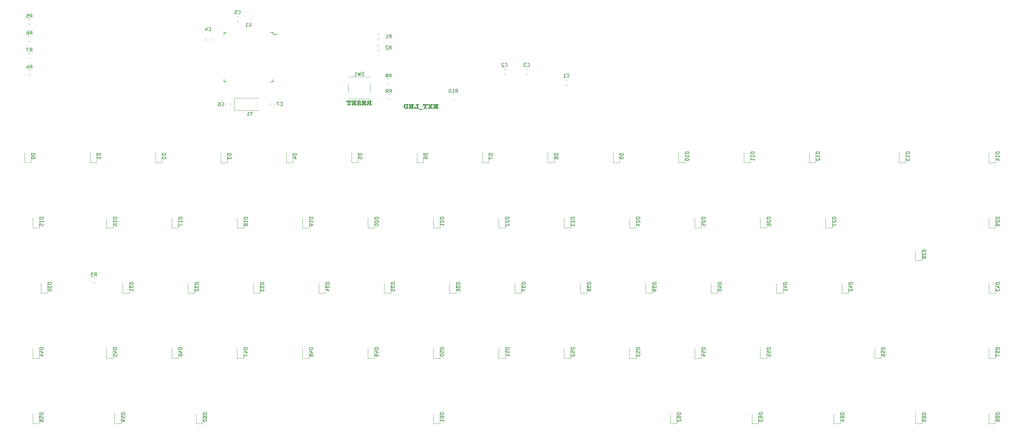
<source format=gbr>
G04 #@! TF.GenerationSoftware,KiCad,Pcbnew,7.0.9*
G04 #@! TF.CreationDate,2023-11-26T15:51:43+00:00*
G04 #@! TF.ProjectId,rosco_m68k_keyboard-2,726f7363-6f5f-46d3-9638-6b5f6b657962,0*
G04 #@! TF.SameCoordinates,Original*
G04 #@! TF.FileFunction,Legend,Bot*
G04 #@! TF.FilePolarity,Positive*
%FSLAX46Y46*%
G04 Gerber Fmt 4.6, Leading zero omitted, Abs format (unit mm)*
G04 Created by KiCad (PCBNEW 7.0.9) date 2023-11-26 15:51:43*
%MOMM*%
%LPD*%
G01*
G04 APERTURE LIST*
%ADD10C,0.300000*%
%ADD11C,0.150000*%
%ADD12C,0.120000*%
G04 APERTURE END LIST*
D10*
G36*
X173278471Y-110338531D02*
G01*
X173293063Y-110340177D01*
X173310304Y-110344085D01*
X173326436Y-110350051D01*
X173341459Y-110358075D01*
X173355373Y-110368155D01*
X173368178Y-110380293D01*
X173379366Y-110394004D01*
X173388657Y-110408807D01*
X173396053Y-110424702D01*
X173401552Y-110441687D01*
X173404586Y-110456061D01*
X173406406Y-110471134D01*
X173407013Y-110486905D01*
X173406893Y-110493886D01*
X173405540Y-110510712D01*
X173402685Y-110526644D01*
X173398327Y-110541681D01*
X173392467Y-110555824D01*
X173385104Y-110569073D01*
X173376238Y-110581427D01*
X173372287Y-110586040D01*
X173359729Y-110598096D01*
X173346115Y-110607473D01*
X173331445Y-110614170D01*
X173315718Y-110618189D01*
X173298935Y-110619528D01*
X173294247Y-110619340D01*
X173279288Y-110616872D01*
X173264795Y-110612728D01*
X173250209Y-110607438D01*
X173248277Y-110606672D01*
X173233880Y-110601417D01*
X173218525Y-110597038D01*
X173202948Y-110594982D01*
X173187040Y-110597629D01*
X173173937Y-110605571D01*
X173163638Y-110618807D01*
X173157044Y-110634366D01*
X173153122Y-110650303D01*
X173151753Y-110659298D01*
X173150513Y-110674121D01*
X173149758Y-110690539D01*
X173149344Y-110706838D01*
X173149155Y-110721590D01*
X173149092Y-110737864D01*
X173149092Y-111328443D01*
X173149145Y-111337392D01*
X173149566Y-111354436D01*
X173150407Y-111370344D01*
X173152458Y-111392076D01*
X173155456Y-111411251D01*
X173159401Y-111427870D01*
X173166133Y-111446051D01*
X173174548Y-111459686D01*
X173187433Y-111470339D01*
X173202948Y-111473890D01*
X173203859Y-111473885D01*
X173218886Y-111472908D01*
X173234478Y-111471005D01*
X173249476Y-111468761D01*
X173253405Y-111468140D01*
X173268002Y-111466056D01*
X173283737Y-111464353D01*
X173298935Y-111463632D01*
X173307459Y-111463970D01*
X173323713Y-111466675D01*
X173338912Y-111472084D01*
X173353054Y-111480199D01*
X173366140Y-111491018D01*
X173376238Y-111502100D01*
X173379965Y-111506980D01*
X173388230Y-111519806D01*
X173394992Y-111533527D01*
X173400251Y-111548142D01*
X173404008Y-111563652D01*
X173406262Y-111580056D01*
X173407013Y-111597355D01*
X173406863Y-111606438D01*
X173405664Y-111623740D01*
X173403265Y-111639889D01*
X173399667Y-111654884D01*
X173392022Y-111675214D01*
X173381678Y-111692949D01*
X173368636Y-111708088D01*
X173352896Y-111720632D01*
X173334457Y-111730581D01*
X173320665Y-111735772D01*
X173305675Y-111739809D01*
X173289484Y-111742693D01*
X173272095Y-111744423D01*
X173253506Y-111745000D01*
X173237879Y-111744845D01*
X173221404Y-111744381D01*
X173204081Y-111743608D01*
X173185912Y-111742527D01*
X173166895Y-111741136D01*
X173152077Y-111739889D01*
X173136782Y-111738469D01*
X173121010Y-111736875D01*
X173104762Y-111735108D01*
X173099264Y-111734499D01*
X173083009Y-111732789D01*
X173067116Y-111731253D01*
X173051582Y-111729891D01*
X173036410Y-111728703D01*
X173021598Y-111727689D01*
X173002409Y-111726607D01*
X172983862Y-111725834D01*
X172965956Y-111725370D01*
X172948691Y-111725216D01*
X172932577Y-111725370D01*
X172915741Y-111725834D01*
X172898184Y-111726607D01*
X172879906Y-111727689D01*
X172860907Y-111729080D01*
X172846184Y-111730326D01*
X172831055Y-111731746D01*
X172815521Y-111733340D01*
X172799581Y-111735108D01*
X172783754Y-111736875D01*
X172768557Y-111738469D01*
X172749277Y-111740324D01*
X172731119Y-111741870D01*
X172714084Y-111743106D01*
X172698170Y-111744034D01*
X172679855Y-111744758D01*
X172663293Y-111745000D01*
X172645459Y-111744423D01*
X172628775Y-111742693D01*
X172613242Y-111739809D01*
X172592099Y-111733321D01*
X172573546Y-111724237D01*
X172557581Y-111712558D01*
X172544205Y-111698284D01*
X172533418Y-111681414D01*
X172525220Y-111661949D01*
X172521193Y-111647531D01*
X172518316Y-111631959D01*
X172516590Y-111615234D01*
X172516015Y-111597355D01*
X172516138Y-111590328D01*
X172517523Y-111573387D01*
X172520446Y-111557341D01*
X172524907Y-111542189D01*
X172530907Y-111527932D01*
X172538445Y-111514569D01*
X172547522Y-111502100D01*
X172551515Y-111497442D01*
X172564146Y-111485270D01*
X172577756Y-111475803D01*
X172592345Y-111469041D01*
X172607912Y-111464984D01*
X172624459Y-111463632D01*
X172629073Y-111463712D01*
X172644004Y-111464759D01*
X172658668Y-111466517D01*
X172673552Y-111468761D01*
X172689793Y-111471240D01*
X172704849Y-111473043D01*
X172719714Y-111473890D01*
X172732422Y-111471715D01*
X172745924Y-111462878D01*
X172754820Y-111450913D01*
X172762021Y-111434599D01*
X172766310Y-111419508D01*
X172769646Y-111401969D01*
X172772029Y-111381984D01*
X172773088Y-111367301D01*
X172773724Y-111351530D01*
X172773935Y-111334672D01*
X172773935Y-111287411D01*
X172773667Y-111271078D01*
X172772862Y-111256427D01*
X172771188Y-111241065D01*
X172768257Y-111226204D01*
X172762944Y-111211939D01*
X172760887Y-111208213D01*
X172750844Y-111197063D01*
X172736383Y-111188859D01*
X172720472Y-111184170D01*
X172704733Y-111181916D01*
X172686741Y-111181165D01*
X172668415Y-111181325D01*
X172650808Y-111181806D01*
X172633920Y-111182607D01*
X172617750Y-111183729D01*
X172602298Y-111185172D01*
X172580468Y-111187937D01*
X172560253Y-111191423D01*
X172541656Y-111195631D01*
X172524675Y-111200559D01*
X172509310Y-111206209D01*
X172495562Y-111212581D01*
X172479745Y-111222198D01*
X172472780Y-111227583D01*
X172460197Y-111239891D01*
X172449413Y-111254247D01*
X172440425Y-111270654D01*
X172434864Y-111284303D01*
X172430314Y-111299106D01*
X172426776Y-111315061D01*
X172424248Y-111332169D01*
X172422731Y-111350429D01*
X172422226Y-111369842D01*
X172422226Y-111384131D01*
X172422226Y-111503199D01*
X172422226Y-111517487D01*
X172422181Y-111523860D01*
X172421504Y-111542509D01*
X172420017Y-111560456D01*
X172417718Y-111577701D01*
X172414607Y-111594245D01*
X172410685Y-111610086D01*
X172405952Y-111625225D01*
X172400407Y-111639663D01*
X172394051Y-111653398D01*
X172386883Y-111666432D01*
X172376064Y-111682718D01*
X172364065Y-111697315D01*
X172351151Y-111709966D01*
X172337321Y-111720671D01*
X172322575Y-111729429D01*
X172306913Y-111736241D01*
X172290335Y-111741107D01*
X172272841Y-111744026D01*
X172254431Y-111745000D01*
X172246188Y-111744883D01*
X172230617Y-111744213D01*
X172214589Y-111743139D01*
X172199064Y-111741855D01*
X172181891Y-111740237D01*
X172173033Y-111739320D01*
X172156572Y-111737757D01*
X172139484Y-111736390D01*
X172124675Y-111735513D01*
X172108984Y-111735108D01*
X172101392Y-111735233D01*
X172086715Y-111735954D01*
X172071317Y-111737111D01*
X172056222Y-111738494D01*
X172039375Y-111740237D01*
X172036446Y-111740530D01*
X172019890Y-111742093D01*
X172002790Y-111743493D01*
X171986166Y-111744534D01*
X171969766Y-111745000D01*
X171953772Y-111744381D01*
X171938579Y-111742527D01*
X171924188Y-111739435D01*
X171907326Y-111733833D01*
X171891716Y-111726298D01*
X171877358Y-111716831D01*
X171864253Y-111705432D01*
X171852749Y-111692405D01*
X171843194Y-111678055D01*
X171835590Y-111662381D01*
X171829935Y-111645383D01*
X171826815Y-111630831D01*
X171824943Y-111615432D01*
X171824319Y-111599187D01*
X171824346Y-111595431D01*
X171825285Y-111577329D01*
X171827566Y-111560354D01*
X171831189Y-111544507D01*
X171836153Y-111529786D01*
X171842459Y-111516192D01*
X171851797Y-111501367D01*
X171855298Y-111496798D01*
X171866611Y-111484858D01*
X171879135Y-111475571D01*
X171892869Y-111468938D01*
X171907814Y-111464958D01*
X171923970Y-111463632D01*
X171931991Y-111464037D01*
X171947159Y-111466056D01*
X171961706Y-111468761D01*
X171967820Y-111469963D01*
X171983688Y-111472608D01*
X171999075Y-111473890D01*
X172010324Y-111472562D01*
X172024384Y-111465589D01*
X172035070Y-111452641D01*
X172041398Y-111437285D01*
X172044772Y-111422012D01*
X172046647Y-111404083D01*
X172047069Y-111388893D01*
X172047069Y-111379043D01*
X172047069Y-111363614D01*
X172047069Y-111354781D01*
X172047069Y-111339131D01*
X172047069Y-111323236D01*
X172047069Y-111307094D01*
X172047069Y-111290708D01*
X172047131Y-111282960D01*
X172047632Y-111267824D01*
X172048634Y-111253170D01*
X172051076Y-111232090D01*
X172054645Y-111212091D01*
X172059340Y-111193175D01*
X172065163Y-111175340D01*
X172072113Y-111158588D01*
X172080190Y-111142917D01*
X172089394Y-111128328D01*
X172099725Y-111114821D01*
X172111182Y-111102397D01*
X172115254Y-111098473D01*
X172128516Y-111087152D01*
X172143350Y-111076508D01*
X172159754Y-111066540D01*
X172177731Y-111057248D01*
X172197278Y-111048633D01*
X172211183Y-111043265D01*
X172225786Y-111038197D01*
X172241087Y-111033430D01*
X172257087Y-111028963D01*
X172273785Y-111024797D01*
X172291182Y-111020932D01*
X172309277Y-111017367D01*
X172328070Y-111014103D01*
X172319873Y-111012236D01*
X172303893Y-111008429D01*
X172288466Y-111004525D01*
X172273591Y-111000524D01*
X172252314Y-110994339D01*
X172232281Y-110987936D01*
X172213490Y-110981313D01*
X172195942Y-110974472D01*
X172179637Y-110967411D01*
X172164575Y-110960132D01*
X172150756Y-110952634D01*
X172134263Y-110942295D01*
X172120865Y-110932806D01*
X172108332Y-110922655D01*
X172096662Y-110911843D01*
X172085858Y-110900370D01*
X172075917Y-110888235D01*
X172066841Y-110875440D01*
X172058629Y-110861983D01*
X172051282Y-110847865D01*
X172044799Y-110833086D01*
X172039180Y-110817646D01*
X172034426Y-110801544D01*
X172030537Y-110784782D01*
X172027511Y-110767358D01*
X172025350Y-110749273D01*
X172025346Y-110749221D01*
X172422226Y-110749221D01*
X172422494Y-110759996D01*
X172424644Y-110780518D01*
X172428943Y-110799672D01*
X172435392Y-110817457D01*
X172443990Y-110833875D01*
X172454737Y-110848925D01*
X172467634Y-110862606D01*
X172482681Y-110874919D01*
X172499877Y-110885865D01*
X172519223Y-110895442D01*
X172540718Y-110903650D01*
X172564363Y-110910491D01*
X172590158Y-110915964D01*
X172618101Y-110920068D01*
X172632879Y-110921607D01*
X172648195Y-110922804D01*
X172664048Y-110923659D01*
X172680438Y-110924173D01*
X172697365Y-110924344D01*
X172700131Y-110924328D01*
X172715553Y-110923590D01*
X172731005Y-110921328D01*
X172745316Y-110916897D01*
X172758182Y-110908590D01*
X172763536Y-110901270D01*
X172768951Y-110887543D01*
X172772074Y-110871812D01*
X172773551Y-110855566D01*
X172773935Y-110840080D01*
X172773935Y-110703792D01*
X172773203Y-110685915D01*
X172771004Y-110669652D01*
X172767341Y-110655003D01*
X172760701Y-110638962D01*
X172751770Y-110625443D01*
X172740550Y-110614447D01*
X172727041Y-110605973D01*
X172715462Y-110602238D01*
X172699684Y-110599275D01*
X172683328Y-110597397D01*
X172668144Y-110596281D01*
X172651094Y-110595508D01*
X172632177Y-110595079D01*
X172616765Y-110594982D01*
X172593208Y-110595585D01*
X172571170Y-110597392D01*
X172550652Y-110600405D01*
X172531654Y-110604622D01*
X172514176Y-110610044D01*
X172498218Y-110616672D01*
X172483779Y-110624504D01*
X172470861Y-110633542D01*
X172459462Y-110643784D01*
X172449583Y-110655232D01*
X172441224Y-110667884D01*
X172434384Y-110681742D01*
X172429065Y-110696804D01*
X172425265Y-110713072D01*
X172422986Y-110730544D01*
X172422226Y-110749221D01*
X172025346Y-110749221D01*
X172024054Y-110730527D01*
X172023621Y-110711120D01*
X172024079Y-110689833D01*
X172025453Y-110669114D01*
X172027743Y-110648961D01*
X172030949Y-110629375D01*
X172035070Y-110610355D01*
X172040108Y-110591902D01*
X172046061Y-110574016D01*
X172052931Y-110556697D01*
X172060716Y-110539944D01*
X172069417Y-110523759D01*
X172079034Y-110508139D01*
X172089567Y-110493087D01*
X172101016Y-110478601D01*
X172113381Y-110464682D01*
X172126661Y-110451330D01*
X172140858Y-110438545D01*
X172155840Y-110426389D01*
X172171478Y-110415017D01*
X172187771Y-110404430D01*
X172204720Y-110394627D01*
X172222324Y-110385608D01*
X172240583Y-110377373D01*
X172259498Y-110369923D01*
X172279069Y-110363257D01*
X172299295Y-110357375D01*
X172320176Y-110352277D01*
X172341713Y-110347964D01*
X172363905Y-110344435D01*
X172386753Y-110341690D01*
X172410256Y-110339729D01*
X172434414Y-110338553D01*
X172459229Y-110338161D01*
X172471280Y-110338161D01*
X172489152Y-110338161D01*
X172503908Y-110338161D01*
X172519823Y-110338161D01*
X172536898Y-110338161D01*
X172555132Y-110338161D01*
X172574524Y-110338161D01*
X172595077Y-110338161D01*
X172616788Y-110338161D01*
X172631906Y-110338161D01*
X172647540Y-110338161D01*
X172671051Y-110338161D01*
X172694051Y-110338161D01*
X172716538Y-110338161D01*
X172738513Y-110338161D01*
X172759975Y-110338161D01*
X172780925Y-110338161D01*
X172801363Y-110338161D01*
X172821288Y-110338161D01*
X172840701Y-110338161D01*
X172859602Y-110338161D01*
X172877990Y-110338161D01*
X172895866Y-110338161D01*
X172913230Y-110338161D01*
X172930081Y-110338161D01*
X172946420Y-110338161D01*
X172962247Y-110338161D01*
X172980153Y-110338161D01*
X172997784Y-110338161D01*
X173015140Y-110338161D01*
X173032222Y-110338161D01*
X173049029Y-110338161D01*
X173065561Y-110338161D01*
X173081819Y-110338161D01*
X173097801Y-110338161D01*
X173248011Y-110338161D01*
X173252036Y-110338161D01*
X173267062Y-110338161D01*
X173278471Y-110338531D01*
G37*
G36*
X171043597Y-110619528D02*
G01*
X171060272Y-110619723D01*
X171075494Y-110620307D01*
X171092475Y-110621584D01*
X171107185Y-110623470D01*
X171121839Y-110626535D01*
X171136287Y-110631985D01*
X171148564Y-110642333D01*
X171156687Y-110654664D01*
X171162595Y-110670188D01*
X171165825Y-110685566D01*
X171167518Y-110703161D01*
X171167794Y-110714783D01*
X171167794Y-110830554D01*
X171167153Y-110847041D01*
X171164899Y-110862960D01*
X171160491Y-110877386D01*
X171157536Y-110883311D01*
X171146544Y-110893323D01*
X171131690Y-110898423D01*
X171116491Y-110900467D01*
X171103681Y-110900896D01*
X171085806Y-110900313D01*
X171069690Y-110898565D01*
X171050937Y-110894420D01*
X171035309Y-110888204D01*
X171022807Y-110879915D01*
X171011575Y-110866639D01*
X171005226Y-110850126D01*
X171003663Y-110834584D01*
X171003663Y-110807473D01*
X171003663Y-110792767D01*
X171003663Y-110777860D01*
X171003663Y-110776699D01*
X171002755Y-110761182D01*
X170998719Y-110742866D01*
X170991455Y-110727264D01*
X170980962Y-110714376D01*
X170967241Y-110704200D01*
X170950291Y-110696739D01*
X170935459Y-110692923D01*
X170918812Y-110690634D01*
X170900349Y-110689870D01*
X170881099Y-110690811D01*
X170863744Y-110693631D01*
X170848281Y-110698333D01*
X170834712Y-110704914D01*
X170819565Y-110716615D01*
X170807784Y-110731659D01*
X170801158Y-110745136D01*
X170796424Y-110760493D01*
X170793584Y-110777731D01*
X170792637Y-110796849D01*
X170792912Y-110811915D01*
X170793737Y-110827807D01*
X170795110Y-110844522D01*
X170796763Y-110859824D01*
X170797034Y-110862062D01*
X170799009Y-110879206D01*
X170800720Y-110896019D01*
X170802169Y-110912500D01*
X170803354Y-110928648D01*
X170804275Y-110944465D01*
X170804934Y-110959950D01*
X170805329Y-110975102D01*
X170805460Y-110989923D01*
X170805308Y-111007697D01*
X170804968Y-111022947D01*
X170804432Y-111039113D01*
X170803702Y-111056195D01*
X170802778Y-111074192D01*
X170801659Y-111093106D01*
X170800692Y-111107892D01*
X170799615Y-111123193D01*
X170799232Y-111128408D01*
X170798053Y-111143698D01*
X170796662Y-111162712D01*
X170795477Y-111180157D01*
X170794499Y-111196034D01*
X170793565Y-111213674D01*
X170792953Y-111228863D01*
X170792644Y-111243856D01*
X170792637Y-111246011D01*
X170793062Y-111261007D01*
X170795294Y-111281685D01*
X170799438Y-111300187D01*
X170805495Y-111316513D01*
X170813464Y-111330662D01*
X170823347Y-111342633D01*
X170835141Y-111352429D01*
X170848849Y-111360047D01*
X170864469Y-111365489D01*
X170882002Y-111368754D01*
X170901448Y-111369842D01*
X170919715Y-111368931D01*
X170936185Y-111366197D01*
X170950859Y-111361641D01*
X170967628Y-111352731D01*
X170981204Y-111340581D01*
X170991585Y-111325191D01*
X170997275Y-111311522D01*
X171001168Y-111296030D01*
X171003264Y-111278717D01*
X171003663Y-111266161D01*
X171003663Y-111255903D01*
X171003663Y-111240007D01*
X171003663Y-111224442D01*
X171003663Y-111209210D01*
X171003663Y-111206810D01*
X171007102Y-111190127D01*
X171017419Y-111176894D01*
X171031270Y-111168505D01*
X171045790Y-111163519D01*
X171063367Y-111160067D01*
X171078556Y-111158485D01*
X171095464Y-111157766D01*
X171101483Y-111157718D01*
X171117024Y-111158708D01*
X171133538Y-111162731D01*
X171146813Y-111169849D01*
X171158469Y-111182476D01*
X171164621Y-111196402D01*
X171167535Y-111213424D01*
X171167794Y-111221099D01*
X171167794Y-111369476D01*
X171167388Y-111386008D01*
X171166169Y-111401167D01*
X171163501Y-111418183D01*
X171159564Y-111433052D01*
X171153163Y-111448061D01*
X171143383Y-111461665D01*
X171141783Y-111463265D01*
X171128264Y-111472973D01*
X171113271Y-111479395D01*
X171098377Y-111483410D01*
X171081300Y-111486208D01*
X171066068Y-111487570D01*
X171049438Y-111488154D01*
X171045062Y-111488178D01*
X170924895Y-111488178D01*
X170908585Y-111488092D01*
X170892901Y-111487835D01*
X170877844Y-111487405D01*
X170856435Y-111486439D01*
X170836435Y-111485087D01*
X170817846Y-111483348D01*
X170800667Y-111481223D01*
X170784899Y-111478711D01*
X170766069Y-111474761D01*
X170749745Y-111470125D01*
X170739148Y-111466196D01*
X170723844Y-111458504D01*
X170711134Y-111449166D01*
X170701018Y-111438182D01*
X170693496Y-111425553D01*
X170688567Y-111411277D01*
X170686233Y-111395356D01*
X170686025Y-111388527D01*
X170686438Y-111373758D01*
X170687674Y-111357661D01*
X170689432Y-111342486D01*
X170691821Y-111326295D01*
X170692620Y-111321482D01*
X170695047Y-111305106D01*
X170696878Y-111289956D01*
X170698240Y-111274146D01*
X170698842Y-111258274D01*
X170698848Y-111256636D01*
X170698133Y-111238638D01*
X170695986Y-111221648D01*
X170692408Y-111205665D01*
X170687399Y-111190690D01*
X170680959Y-111176723D01*
X170673088Y-111163763D01*
X170663786Y-111151810D01*
X170653053Y-111140865D01*
X170641100Y-111131076D01*
X170628140Y-111122592D01*
X170614172Y-111115414D01*
X170599197Y-111109541D01*
X170583214Y-111104973D01*
X170566224Y-111101710D01*
X170548227Y-111099752D01*
X170529222Y-111099099D01*
X170510012Y-111099723D01*
X170492041Y-111101595D01*
X170475310Y-111104715D01*
X170459818Y-111109083D01*
X170445566Y-111114698D01*
X170432553Y-111121562D01*
X170415357Y-111134197D01*
X170400950Y-111149640D01*
X170389331Y-111167891D01*
X170383134Y-111181619D01*
X170378177Y-111196594D01*
X170374459Y-111212817D01*
X170371980Y-111230288D01*
X170370741Y-111249007D01*
X170370586Y-111258834D01*
X170370693Y-111275129D01*
X170371015Y-111291728D01*
X170371552Y-111308631D01*
X170372303Y-111325839D01*
X170373269Y-111343350D01*
X170374450Y-111361166D01*
X170374982Y-111368377D01*
X170376357Y-111385678D01*
X170377597Y-111401723D01*
X170378701Y-111416513D01*
X170379964Y-111434279D01*
X170380985Y-111449812D01*
X170381924Y-111466089D01*
X170382556Y-111481017D01*
X170382676Y-111488178D01*
X170382067Y-111503699D01*
X170380752Y-111520418D01*
X170379039Y-111537987D01*
X170377199Y-111554909D01*
X170375456Y-111569942D01*
X170374982Y-111573907D01*
X170373269Y-111590522D01*
X170371977Y-111607347D01*
X170371105Y-111624382D01*
X170370693Y-111639151D01*
X170370586Y-111651577D01*
X170371677Y-111668272D01*
X170374952Y-111683326D01*
X170382714Y-111700843D01*
X170394358Y-111715440D01*
X170409883Y-111727118D01*
X170424073Y-111733960D01*
X170440447Y-111739161D01*
X170459004Y-111742719D01*
X170479744Y-111744635D01*
X170494783Y-111745000D01*
X170511738Y-111745000D01*
X170528680Y-111745000D01*
X170544076Y-111745000D01*
X170561109Y-111745000D01*
X170579779Y-111745000D01*
X170594857Y-111745000D01*
X170610855Y-111745000D01*
X170627774Y-111745000D01*
X170647680Y-111745000D01*
X170669024Y-111745000D01*
X170691804Y-111745000D01*
X170716022Y-111745000D01*
X170741676Y-111745000D01*
X170768767Y-111745000D01*
X170797294Y-111745000D01*
X170812097Y-111745000D01*
X170827259Y-111745000D01*
X170842780Y-111745000D01*
X170858660Y-111745000D01*
X170874900Y-111745000D01*
X170891499Y-111745000D01*
X170908456Y-111745000D01*
X170925774Y-111745000D01*
X170943450Y-111745000D01*
X170961486Y-111745000D01*
X170979880Y-111745000D01*
X170998634Y-111745000D01*
X171017748Y-111745000D01*
X171037220Y-111745000D01*
X171057052Y-111745000D01*
X171077242Y-111745000D01*
X171097792Y-111745000D01*
X171118702Y-111745000D01*
X171133568Y-111745000D01*
X171149720Y-111745000D01*
X171165688Y-111745000D01*
X171184960Y-111745000D01*
X171199643Y-111745000D01*
X171215794Y-111745000D01*
X171233414Y-111745000D01*
X171252502Y-111745000D01*
X171273059Y-111745000D01*
X171295083Y-111745000D01*
X171306647Y-111745000D01*
X171326049Y-111745057D01*
X171344827Y-111745231D01*
X171362980Y-111745521D01*
X171380509Y-111745927D01*
X171397413Y-111746448D01*
X171413692Y-111747086D01*
X171429347Y-111747840D01*
X171444377Y-111748709D01*
X171463445Y-111750048D01*
X171481402Y-111751594D01*
X171641870Y-111766249D01*
X171650296Y-111768447D01*
X171660921Y-111768447D01*
X171676045Y-111767771D01*
X171693952Y-111765027D01*
X171710749Y-111760172D01*
X171726438Y-111753206D01*
X171741017Y-111744129D01*
X171754487Y-111732942D01*
X171762037Y-111725216D01*
X171773225Y-111711152D01*
X171782516Y-111695978D01*
X171789912Y-111679696D01*
X171795411Y-111662304D01*
X171798445Y-111647592D01*
X171800265Y-111632171D01*
X171800872Y-111616039D01*
X171800112Y-111598415D01*
X171797831Y-111581721D01*
X171794029Y-111565958D01*
X171788707Y-111551124D01*
X171781865Y-111537221D01*
X171773502Y-111524248D01*
X171769731Y-111519319D01*
X171759597Y-111508026D01*
X171746373Y-111497001D01*
X171731991Y-111488732D01*
X171716449Y-111483219D01*
X171699748Y-111480463D01*
X171690963Y-111480118D01*
X171675265Y-111480602D01*
X171659652Y-111481632D01*
X171644946Y-111482869D01*
X171642969Y-111483049D01*
X171627994Y-111484171D01*
X171612495Y-111485123D01*
X171597695Y-111485611D01*
X171596807Y-111485614D01*
X171581292Y-111482161D01*
X171568407Y-111471803D01*
X171559992Y-111458546D01*
X171553260Y-111440868D01*
X171549315Y-111424711D01*
X171546317Y-111406067D01*
X171544266Y-111384937D01*
X171543425Y-111369470D01*
X171543004Y-111352897D01*
X171542951Y-111344197D01*
X171542951Y-110769371D01*
X171543162Y-110752513D01*
X171543793Y-110736742D01*
X171544845Y-110722059D01*
X171547212Y-110702073D01*
X171550525Y-110684535D01*
X171554785Y-110669444D01*
X171561938Y-110653130D01*
X171570773Y-110641165D01*
X171584185Y-110632328D01*
X171596807Y-110630153D01*
X171611944Y-110631556D01*
X171626489Y-110633938D01*
X171642580Y-110637030D01*
X171644801Y-110637480D01*
X171660486Y-110640378D01*
X171676417Y-110642326D01*
X171690963Y-110642976D01*
X171707659Y-110641636D01*
X171723403Y-110637618D01*
X171738194Y-110630920D01*
X171752031Y-110621543D01*
X171764915Y-110609488D01*
X171768998Y-110604874D01*
X171778181Y-110592396D01*
X171785807Y-110579007D01*
X171791876Y-110564704D01*
X171796390Y-110549490D01*
X171799347Y-110533363D01*
X171800747Y-110516324D01*
X171800872Y-110509253D01*
X171800268Y-110491374D01*
X171798456Y-110474649D01*
X171795437Y-110459077D01*
X171791209Y-110444658D01*
X171782603Y-110425193D01*
X171771279Y-110408324D01*
X171757238Y-110394049D01*
X171740479Y-110382371D01*
X171721002Y-110373287D01*
X171706508Y-110368673D01*
X171690806Y-110365213D01*
X171673896Y-110362906D01*
X171655778Y-110361752D01*
X171646266Y-110361608D01*
X171630201Y-110361621D01*
X171612838Y-110361651D01*
X171596345Y-110361689D01*
X171577541Y-110361737D01*
X171561919Y-110361781D01*
X171544997Y-110361832D01*
X171526774Y-110361889D01*
X171507250Y-110361952D01*
X171500453Y-110361974D01*
X171479885Y-110362063D01*
X171459398Y-110362146D01*
X171438990Y-110362223D01*
X171418662Y-110362295D01*
X171398415Y-110362361D01*
X171378248Y-110362421D01*
X171358161Y-110362475D01*
X171338154Y-110362524D01*
X171318227Y-110362567D01*
X171298380Y-110362604D01*
X171278614Y-110362636D01*
X171258928Y-110362661D01*
X171239321Y-110362681D01*
X171219795Y-110362696D01*
X171200349Y-110362704D01*
X171180984Y-110362707D01*
X171163843Y-110362707D01*
X171144414Y-110362707D01*
X171125245Y-110362707D01*
X171110275Y-110362707D01*
X171093554Y-110362707D01*
X171075081Y-110362707D01*
X171054857Y-110362707D01*
X171032881Y-110362707D01*
X171009153Y-110362707D01*
X170983674Y-110362707D01*
X170956442Y-110362707D01*
X170927459Y-110362707D01*
X170906216Y-110362703D01*
X170885900Y-110362690D01*
X170866511Y-110362668D01*
X170848050Y-110362638D01*
X170830516Y-110362600D01*
X170813909Y-110362553D01*
X170798230Y-110362497D01*
X170783478Y-110362432D01*
X170763089Y-110362320D01*
X170744787Y-110362188D01*
X170728571Y-110362036D01*
X170710195Y-110361804D01*
X170698848Y-110361608D01*
X170681944Y-110361608D01*
X170664892Y-110361608D01*
X170647692Y-110361608D01*
X170630344Y-110361608D01*
X170612847Y-110361608D01*
X170595203Y-110361608D01*
X170577410Y-110361608D01*
X170559469Y-110361608D01*
X170541381Y-110361608D01*
X170523144Y-110361608D01*
X170510903Y-110361608D01*
X170490017Y-110362513D01*
X170471186Y-110365227D01*
X170454408Y-110369751D01*
X170439686Y-110376085D01*
X170427017Y-110384229D01*
X170413321Y-110397901D01*
X170405446Y-110410267D01*
X170399626Y-110424443D01*
X170395859Y-110440428D01*
X170394147Y-110458223D01*
X170394033Y-110464556D01*
X170394594Y-110480793D01*
X170395968Y-110497082D01*
X170397743Y-110512328D01*
X170400090Y-110529096D01*
X170402379Y-110543604D01*
X170405035Y-110559086D01*
X170405757Y-110563108D01*
X170408504Y-110578833D01*
X170410886Y-110593585D01*
X170413347Y-110610657D01*
X170415236Y-110626207D01*
X170416748Y-110642861D01*
X170417469Y-110659523D01*
X170417480Y-110661660D01*
X170416919Y-110677614D01*
X170415546Y-110693465D01*
X170413771Y-110708209D01*
X170411424Y-110724348D01*
X170408504Y-110741883D01*
X170405757Y-110756915D01*
X170403009Y-110771913D01*
X170400090Y-110789308D01*
X170397743Y-110805201D01*
X170395682Y-110822288D01*
X170394445Y-110837212D01*
X170394033Y-110849972D01*
X170394720Y-110864964D01*
X170397511Y-110882851D01*
X170402448Y-110899790D01*
X170409532Y-110915781D01*
X170418763Y-110930824D01*
X170430140Y-110944918D01*
X170437997Y-110952920D01*
X170449228Y-110962709D01*
X170464201Y-110973109D01*
X170480212Y-110981471D01*
X170497260Y-110987793D01*
X170511645Y-110991382D01*
X170526695Y-110993666D01*
X170542408Y-110994645D01*
X170546441Y-110994685D01*
X170564896Y-110994044D01*
X170582161Y-110992121D01*
X170598235Y-110988915D01*
X170613119Y-110984427D01*
X170626812Y-110978657D01*
X170645119Y-110967597D01*
X170660746Y-110953653D01*
X170673695Y-110936823D01*
X170680839Y-110924000D01*
X170686793Y-110909895D01*
X170691555Y-110894508D01*
X170695127Y-110877838D01*
X170697509Y-110859886D01*
X170698699Y-110840652D01*
X170698848Y-110830554D01*
X170698848Y-110815465D01*
X170698848Y-110800045D01*
X170698848Y-110785181D01*
X170698848Y-110768798D01*
X170698848Y-110753984D01*
X170698848Y-110739269D01*
X170698848Y-110723263D01*
X170698848Y-110706869D01*
X170698848Y-110691138D01*
X170698848Y-110681444D01*
X170700548Y-110665121D01*
X170705649Y-110651322D01*
X170715897Y-110638414D01*
X170728365Y-110630085D01*
X170744233Y-110624280D01*
X170747208Y-110623558D01*
X170763072Y-110621433D01*
X170777708Y-110620536D01*
X170792837Y-110620005D01*
X170810631Y-110619670D01*
X170826785Y-110619544D01*
X170835502Y-110619528D01*
X171043597Y-110619528D01*
G37*
G36*
X169706734Y-110314713D02*
G01*
X169680118Y-110315300D01*
X169654218Y-110317060D01*
X169629033Y-110319994D01*
X169604564Y-110324101D01*
X169580810Y-110329382D01*
X169557772Y-110335837D01*
X169535450Y-110343464D01*
X169513843Y-110352266D01*
X169492952Y-110362241D01*
X169472776Y-110373389D01*
X169453316Y-110385711D01*
X169434571Y-110399206D01*
X169416542Y-110413875D01*
X169399228Y-110429717D01*
X169382630Y-110446733D01*
X169366748Y-110464923D01*
X169366330Y-110447498D01*
X169365076Y-110431492D01*
X169362987Y-110416906D01*
X169359200Y-110400670D01*
X169354107Y-110386652D01*
X169346271Y-110372759D01*
X169340003Y-110365272D01*
X169328458Y-110356058D01*
X169314157Y-110348751D01*
X169300134Y-110344118D01*
X169284197Y-110340808D01*
X169266346Y-110338823D01*
X169250686Y-110338187D01*
X169246580Y-110338161D01*
X169229899Y-110338601D01*
X169214294Y-110339924D01*
X169199766Y-110342128D01*
X169179991Y-110347087D01*
X169162637Y-110354029D01*
X169147705Y-110362955D01*
X169135194Y-110373864D01*
X169125105Y-110386757D01*
X169117437Y-110401633D01*
X169112190Y-110418493D01*
X169109365Y-110437337D01*
X169108827Y-110451001D01*
X169109143Y-110466170D01*
X169109916Y-110481377D01*
X169111152Y-110498619D01*
X169112537Y-110514542D01*
X169114243Y-110531878D01*
X169115422Y-110542958D01*
X169116882Y-110557619D01*
X169118433Y-110574672D01*
X169119679Y-110590312D01*
X169120774Y-110607215D01*
X169121431Y-110622083D01*
X169121650Y-110634916D01*
X169120914Y-110649961D01*
X169119217Y-110665169D01*
X169116882Y-110680877D01*
X169115422Y-110689504D01*
X169112852Y-110704120D01*
X169110688Y-110718935D01*
X169109143Y-110734620D01*
X169108827Y-110743726D01*
X169108827Y-110753984D01*
X169109388Y-110768935D01*
X169112333Y-110789553D01*
X169117803Y-110808000D01*
X169125797Y-110824277D01*
X169136316Y-110838384D01*
X169149359Y-110850320D01*
X169164927Y-110860087D01*
X169183019Y-110867683D01*
X169203635Y-110873108D01*
X169218782Y-110875520D01*
X169235051Y-110876967D01*
X169252442Y-110877449D01*
X169267128Y-110877055D01*
X169287730Y-110874989D01*
X169306618Y-110871152D01*
X169323794Y-110865544D01*
X169339256Y-110858165D01*
X169353005Y-110849015D01*
X169365042Y-110838093D01*
X169375365Y-110825401D01*
X169383975Y-110810938D01*
X169390873Y-110794704D01*
X169396057Y-110776699D01*
X169407048Y-110732369D01*
X169411613Y-110715865D01*
X169417432Y-110700426D01*
X169424504Y-110686052D01*
X169432831Y-110672743D01*
X169442411Y-110660498D01*
X169453244Y-110649318D01*
X169465331Y-110639203D01*
X169478672Y-110630153D01*
X169493266Y-110622167D01*
X169509115Y-110615247D01*
X169526216Y-110609390D01*
X169544572Y-110604599D01*
X169564181Y-110600873D01*
X169585044Y-110598211D01*
X169607160Y-110596614D01*
X169630530Y-110596081D01*
X169652535Y-110596573D01*
X169673120Y-110598050D01*
X169692285Y-110600512D01*
X169710031Y-110603958D01*
X169726357Y-110608389D01*
X169741264Y-110613804D01*
X169754750Y-110620204D01*
X169772319Y-110631650D01*
X169786693Y-110645311D01*
X169797873Y-110661188D01*
X169805858Y-110679280D01*
X169810650Y-110699588D01*
X169812069Y-110714357D01*
X169812247Y-110722110D01*
X169811651Y-110737755D01*
X169809233Y-110755460D01*
X169804954Y-110771107D01*
X169798814Y-110784698D01*
X169788991Y-110798290D01*
X169776489Y-110808921D01*
X169774145Y-110810404D01*
X169759385Y-110817823D01*
X169743468Y-110824054D01*
X169729133Y-110828900D01*
X169712745Y-110833894D01*
X169694302Y-110839036D01*
X169673804Y-110844327D01*
X169658998Y-110847936D01*
X169643279Y-110851611D01*
X169626646Y-110855352D01*
X169609101Y-110859159D01*
X169590642Y-110863032D01*
X169581071Y-110864993D01*
X169564953Y-110868318D01*
X169549113Y-110871747D01*
X169533551Y-110875279D01*
X169518268Y-110878914D01*
X169503263Y-110882652D01*
X169488537Y-110886494D01*
X169474088Y-110890438D01*
X169459919Y-110894485D01*
X169432414Y-110902888D01*
X169406023Y-110911704D01*
X169380745Y-110920932D01*
X169356581Y-110930572D01*
X169333530Y-110940624D01*
X169311593Y-110951088D01*
X169290769Y-110961965D01*
X169271058Y-110973253D01*
X169252461Y-110984954D01*
X169234977Y-110997067D01*
X169218606Y-111009592D01*
X169203349Y-111022529D01*
X169189064Y-111035969D01*
X169175700Y-111050001D01*
X169163258Y-111064625D01*
X169151738Y-111079842D01*
X169141139Y-111095652D01*
X169131462Y-111112054D01*
X169122706Y-111129048D01*
X169114872Y-111146635D01*
X169107960Y-111164814D01*
X169101969Y-111183586D01*
X169096900Y-111202951D01*
X169092753Y-111222908D01*
X169089527Y-111243457D01*
X169087223Y-111264599D01*
X169085841Y-111286333D01*
X169085380Y-111308660D01*
X169085942Y-111334876D01*
X169087630Y-111360494D01*
X169090442Y-111385515D01*
X169094379Y-111409936D01*
X169099441Y-111433760D01*
X169105627Y-111456986D01*
X169112939Y-111479613D01*
X169121375Y-111501642D01*
X169130936Y-111523073D01*
X169141623Y-111543906D01*
X169153434Y-111564140D01*
X169166369Y-111583776D01*
X169180430Y-111602814D01*
X169195616Y-111621254D01*
X169211926Y-111639096D01*
X169229361Y-111656339D01*
X169247625Y-111672754D01*
X169266513Y-111688110D01*
X169286024Y-111702407D01*
X169306160Y-111715645D01*
X169326920Y-111727823D01*
X169348304Y-111738943D01*
X169370311Y-111749004D01*
X169392943Y-111758005D01*
X169416198Y-111765948D01*
X169440078Y-111772832D01*
X169464581Y-111778656D01*
X169489709Y-111783422D01*
X169515460Y-111787129D01*
X169541835Y-111789776D01*
X169568835Y-111791365D01*
X169596458Y-111791894D01*
X169619575Y-111791375D01*
X169642580Y-111789816D01*
X169665473Y-111787219D01*
X169688255Y-111783582D01*
X169710925Y-111778907D01*
X169733484Y-111773192D01*
X169755931Y-111766439D01*
X169778266Y-111758647D01*
X169800490Y-111749815D01*
X169822602Y-111739945D01*
X169844603Y-111729035D01*
X169866491Y-111717087D01*
X169888269Y-111704100D01*
X169909934Y-111690073D01*
X169931488Y-111675008D01*
X169952931Y-111658904D01*
X169953990Y-111678480D01*
X169957168Y-111696131D01*
X169962465Y-111711857D01*
X169969881Y-111725657D01*
X169979415Y-111737531D01*
X169991068Y-111747480D01*
X170004840Y-111755503D01*
X170020731Y-111761600D01*
X170038740Y-111765772D01*
X170058868Y-111768019D01*
X170073464Y-111768447D01*
X170090101Y-111767932D01*
X170105664Y-111766386D01*
X170120154Y-111763810D01*
X170139877Y-111758014D01*
X170157184Y-111749900D01*
X170172077Y-111739467D01*
X170184554Y-111726716D01*
X170194617Y-111711646D01*
X170202264Y-111694258D01*
X170207497Y-111674552D01*
X170210314Y-111652527D01*
X170210851Y-111636556D01*
X170210580Y-111620250D01*
X170209769Y-111603480D01*
X170208417Y-111586246D01*
X170206876Y-111571531D01*
X170204961Y-111556494D01*
X170203157Y-111544232D01*
X170200667Y-111528232D01*
X170198509Y-111513205D01*
X170196278Y-111495791D01*
X170194566Y-111479896D01*
X170193197Y-111462830D01*
X170192574Y-111447954D01*
X170192533Y-111443482D01*
X170193257Y-111428763D01*
X170195118Y-111412420D01*
X170197685Y-111395602D01*
X170200583Y-111379318D01*
X170201692Y-111373506D01*
X170204805Y-111356535D01*
X170207273Y-111341340D01*
X170209339Y-111325861D01*
X170210627Y-111311132D01*
X170210851Y-111303531D01*
X170209760Y-111287298D01*
X170206486Y-111272032D01*
X170201030Y-111257731D01*
X170193391Y-111244397D01*
X170183570Y-111232029D01*
X170171567Y-111220626D01*
X170166155Y-111216336D01*
X170151552Y-111206520D01*
X170135679Y-111198368D01*
X170118536Y-111191880D01*
X170103907Y-111187887D01*
X170088466Y-111184959D01*
X170072211Y-111183096D01*
X170055144Y-111182297D01*
X170050750Y-111182264D01*
X170031756Y-111182819D01*
X170014159Y-111184485D01*
X169997959Y-111187261D01*
X169983156Y-111191148D01*
X169966616Y-111197569D01*
X169952258Y-111205724D01*
X169940083Y-111215615D01*
X169937910Y-111217801D01*
X169927631Y-111230295D01*
X169918318Y-111245794D01*
X169911563Y-111260357D01*
X169905426Y-111276843D01*
X169899908Y-111295253D01*
X169896175Y-111310323D01*
X169892790Y-111326474D01*
X169889752Y-111343708D01*
X169888817Y-111349692D01*
X169885186Y-111369168D01*
X169880064Y-111387388D01*
X169873451Y-111404351D01*
X169865347Y-111420057D01*
X169855751Y-111434507D01*
X169844664Y-111447701D01*
X169832086Y-111459638D01*
X169818017Y-111470318D01*
X169802456Y-111479742D01*
X169785405Y-111487909D01*
X169766862Y-111494820D01*
X169746828Y-111500474D01*
X169725302Y-111504872D01*
X169702286Y-111508013D01*
X169677778Y-111509898D01*
X169651779Y-111510526D01*
X169635677Y-111510153D01*
X169620206Y-111509032D01*
X169605366Y-111507165D01*
X169586561Y-111503512D01*
X169568878Y-111498532D01*
X169552318Y-111492224D01*
X169536879Y-111484587D01*
X169522562Y-111475623D01*
X169512561Y-111468028D01*
X169500368Y-111457009D01*
X169489800Y-111445199D01*
X169480859Y-111432600D01*
X169473543Y-111419210D01*
X169467853Y-111405031D01*
X169463788Y-111390061D01*
X169461350Y-111374302D01*
X169460537Y-111357752D01*
X169461241Y-111339841D01*
X169463353Y-111323291D01*
X169466874Y-111308104D01*
X169471803Y-111294280D01*
X169479944Y-111278915D01*
X169490285Y-111265679D01*
X169502827Y-111254572D01*
X169505600Y-111252606D01*
X169518720Y-111244729D01*
X169535733Y-111236486D01*
X169551048Y-111230063D01*
X169568551Y-111223434D01*
X169588245Y-111216599D01*
X169602590Y-111211928D01*
X169617909Y-111207165D01*
X169634201Y-111202311D01*
X169651466Y-111197365D01*
X169669704Y-111192328D01*
X169688915Y-111187198D01*
X169709099Y-111181978D01*
X169719556Y-111179333D01*
X169854012Y-111145261D01*
X169870327Y-111140546D01*
X169886435Y-111135193D01*
X169902338Y-111129203D01*
X169918034Y-111122575D01*
X169933525Y-111115310D01*
X169948809Y-111107407D01*
X169963887Y-111098866D01*
X169978759Y-111089688D01*
X169993425Y-111079873D01*
X170007885Y-111069419D01*
X170017411Y-111062096D01*
X170035156Y-111047499D01*
X170051757Y-111032284D01*
X170067213Y-111016450D01*
X170081524Y-110999998D01*
X170094691Y-110982927D01*
X170106712Y-110965239D01*
X170117588Y-110946932D01*
X170127320Y-110928007D01*
X170135907Y-110908464D01*
X170143348Y-110888302D01*
X170149645Y-110867523D01*
X170154797Y-110846125D01*
X170158804Y-110824109D01*
X170161667Y-110801474D01*
X170163384Y-110778221D01*
X170163956Y-110754351D01*
X170163460Y-110730228D01*
X170161970Y-110706677D01*
X170159487Y-110683699D01*
X170156011Y-110661294D01*
X170151541Y-110639461D01*
X170146079Y-110618200D01*
X170139623Y-110597512D01*
X170132174Y-110577397D01*
X170123732Y-110557853D01*
X170114297Y-110538883D01*
X170103868Y-110520484D01*
X170092447Y-110502658D01*
X170080032Y-110485405D01*
X170066624Y-110468724D01*
X170052222Y-110452615D01*
X170036828Y-110437079D01*
X170020598Y-110422261D01*
X170003781Y-110408400D01*
X169986377Y-110395494D01*
X169968387Y-110383544D01*
X169949809Y-110372550D01*
X169930645Y-110362512D01*
X169910895Y-110353431D01*
X169890557Y-110345305D01*
X169869633Y-110338135D01*
X169848122Y-110331921D01*
X169826024Y-110326663D01*
X169803339Y-110322361D01*
X169780068Y-110319015D01*
X169756210Y-110316625D01*
X169731765Y-110315191D01*
X169706734Y-110314713D01*
G37*
G36*
X168177163Y-110619528D02*
G01*
X168193838Y-110619723D01*
X168209059Y-110620307D01*
X168226041Y-110621584D01*
X168240751Y-110623470D01*
X168255405Y-110626535D01*
X168269853Y-110631985D01*
X168282130Y-110642333D01*
X168290253Y-110654664D01*
X168296160Y-110670188D01*
X168299391Y-110685566D01*
X168301083Y-110703161D01*
X168301360Y-110714783D01*
X168301360Y-110830554D01*
X168300719Y-110847041D01*
X168298465Y-110862960D01*
X168294057Y-110877386D01*
X168291102Y-110883311D01*
X168280110Y-110893323D01*
X168265256Y-110898423D01*
X168250057Y-110900467D01*
X168237247Y-110900896D01*
X168219372Y-110900313D01*
X168203256Y-110898565D01*
X168184503Y-110894420D01*
X168168875Y-110888204D01*
X168156373Y-110879915D01*
X168145141Y-110866639D01*
X168138792Y-110850126D01*
X168137229Y-110834584D01*
X168137229Y-110807473D01*
X168137229Y-110792767D01*
X168137229Y-110777860D01*
X168137229Y-110776699D01*
X168136321Y-110761182D01*
X168132285Y-110742866D01*
X168125021Y-110727264D01*
X168114528Y-110714376D01*
X168100807Y-110704200D01*
X168083857Y-110696739D01*
X168069025Y-110692923D01*
X168052378Y-110690634D01*
X168033914Y-110689870D01*
X168014665Y-110690811D01*
X167997310Y-110693631D01*
X167981847Y-110698333D01*
X167968278Y-110704914D01*
X167953131Y-110716615D01*
X167941350Y-110731659D01*
X167934723Y-110745136D01*
X167929990Y-110760493D01*
X167927150Y-110777731D01*
X167926203Y-110796849D01*
X167926478Y-110811915D01*
X167927302Y-110827807D01*
X167928676Y-110844522D01*
X167930329Y-110859824D01*
X167930600Y-110862062D01*
X167932575Y-110879206D01*
X167934286Y-110896019D01*
X167935735Y-110912500D01*
X167936920Y-110928648D01*
X167937841Y-110944465D01*
X167938499Y-110959950D01*
X167938894Y-110975102D01*
X167939026Y-110989923D01*
X167938874Y-111007697D01*
X167938533Y-111022947D01*
X167937998Y-111039113D01*
X167937268Y-111056195D01*
X167936344Y-111074192D01*
X167935225Y-111093106D01*
X167934258Y-111107892D01*
X167933181Y-111123193D01*
X167932798Y-111128408D01*
X167931619Y-111143698D01*
X167930228Y-111162712D01*
X167929043Y-111180157D01*
X167928065Y-111196034D01*
X167927131Y-111213674D01*
X167926519Y-111228863D01*
X167926210Y-111243856D01*
X167926203Y-111246011D01*
X167926628Y-111261007D01*
X167928860Y-111281685D01*
X167933004Y-111300187D01*
X167939061Y-111316513D01*
X167947030Y-111330662D01*
X167956913Y-111342633D01*
X167968707Y-111352429D01*
X167982415Y-111360047D01*
X167998035Y-111365489D01*
X168015568Y-111368754D01*
X168035014Y-111369842D01*
X168053281Y-111368931D01*
X168069751Y-111366197D01*
X168084424Y-111361641D01*
X168101194Y-111352731D01*
X168114770Y-111340581D01*
X168125151Y-111325191D01*
X168130841Y-111311522D01*
X168134734Y-111296030D01*
X168136830Y-111278717D01*
X168137229Y-111266161D01*
X168137229Y-111255903D01*
X168137229Y-111240007D01*
X168137229Y-111224442D01*
X168137229Y-111209210D01*
X168137229Y-111206810D01*
X168140668Y-111190127D01*
X168150985Y-111176894D01*
X168164836Y-111168505D01*
X168179356Y-111163519D01*
X168196933Y-111160067D01*
X168212122Y-111158485D01*
X168229030Y-111157766D01*
X168235048Y-111157718D01*
X168250590Y-111158708D01*
X168267104Y-111162731D01*
X168280379Y-111169849D01*
X168292035Y-111182476D01*
X168298187Y-111196402D01*
X168301101Y-111213424D01*
X168301360Y-111221099D01*
X168301360Y-111369476D01*
X168300954Y-111386008D01*
X168299735Y-111401167D01*
X168297067Y-111418183D01*
X168293130Y-111433052D01*
X168286729Y-111448061D01*
X168276949Y-111461665D01*
X168275349Y-111463265D01*
X168261830Y-111472973D01*
X168246837Y-111479395D01*
X168231943Y-111483410D01*
X168214866Y-111486208D01*
X168199633Y-111487570D01*
X168183004Y-111488154D01*
X168178628Y-111488178D01*
X168058461Y-111488178D01*
X168042151Y-111488092D01*
X168026467Y-111487835D01*
X168011410Y-111487405D01*
X167990000Y-111486439D01*
X167970001Y-111485087D01*
X167951412Y-111483348D01*
X167934233Y-111481223D01*
X167918465Y-111478711D01*
X167899634Y-111474761D01*
X167883311Y-111470125D01*
X167872714Y-111466196D01*
X167857410Y-111458504D01*
X167844700Y-111449166D01*
X167834584Y-111438182D01*
X167827062Y-111425553D01*
X167822133Y-111411277D01*
X167819799Y-111395356D01*
X167819591Y-111388527D01*
X167820004Y-111373758D01*
X167821240Y-111357661D01*
X167822998Y-111342486D01*
X167825387Y-111326295D01*
X167826186Y-111321482D01*
X167828613Y-111305106D01*
X167830443Y-111289956D01*
X167831806Y-111274146D01*
X167832408Y-111258274D01*
X167832414Y-111256636D01*
X167831699Y-111238638D01*
X167829552Y-111221648D01*
X167825974Y-111205665D01*
X167820965Y-111190690D01*
X167814525Y-111176723D01*
X167806654Y-111163763D01*
X167797352Y-111151810D01*
X167786619Y-111140865D01*
X167774666Y-111131076D01*
X167761706Y-111122592D01*
X167747738Y-111115414D01*
X167732763Y-111109541D01*
X167716780Y-111104973D01*
X167699790Y-111101710D01*
X167681793Y-111099752D01*
X167662787Y-111099099D01*
X167643578Y-111099723D01*
X167625607Y-111101595D01*
X167608876Y-111104715D01*
X167593384Y-111109083D01*
X167579132Y-111114698D01*
X167566119Y-111121562D01*
X167548923Y-111134197D01*
X167534516Y-111149640D01*
X167522897Y-111167891D01*
X167516700Y-111181619D01*
X167511743Y-111196594D01*
X167508025Y-111212817D01*
X167505546Y-111230288D01*
X167504307Y-111249007D01*
X167504152Y-111258834D01*
X167504259Y-111275129D01*
X167504581Y-111291728D01*
X167505118Y-111308631D01*
X167505869Y-111325839D01*
X167506835Y-111343350D01*
X167508016Y-111361166D01*
X167508548Y-111368377D01*
X167509923Y-111385678D01*
X167511163Y-111401723D01*
X167512267Y-111416513D01*
X167513529Y-111434279D01*
X167514551Y-111449812D01*
X167515490Y-111466089D01*
X167516122Y-111481017D01*
X167516242Y-111488178D01*
X167515633Y-111503699D01*
X167514318Y-111520418D01*
X167512605Y-111537987D01*
X167510765Y-111554909D01*
X167509021Y-111569942D01*
X167508548Y-111573907D01*
X167506835Y-111590522D01*
X167505543Y-111607347D01*
X167504671Y-111624382D01*
X167504259Y-111639151D01*
X167504152Y-111651577D01*
X167505243Y-111668272D01*
X167508518Y-111683326D01*
X167516280Y-111700843D01*
X167527924Y-111715440D01*
X167543449Y-111727118D01*
X167557639Y-111733960D01*
X167574013Y-111739161D01*
X167592570Y-111742719D01*
X167613310Y-111744635D01*
X167628349Y-111745000D01*
X167645304Y-111745000D01*
X167662246Y-111745000D01*
X167677642Y-111745000D01*
X167694675Y-111745000D01*
X167713345Y-111745000D01*
X167728422Y-111745000D01*
X167744421Y-111745000D01*
X167761339Y-111745000D01*
X167781246Y-111745000D01*
X167802590Y-111745000D01*
X167825370Y-111745000D01*
X167849587Y-111745000D01*
X167875242Y-111745000D01*
X167902332Y-111745000D01*
X167930860Y-111745000D01*
X167945663Y-111745000D01*
X167960825Y-111745000D01*
X167976346Y-111745000D01*
X167992226Y-111745000D01*
X168008466Y-111745000D01*
X168025064Y-111745000D01*
X168042022Y-111745000D01*
X168059340Y-111745000D01*
X168077016Y-111745000D01*
X168095052Y-111745000D01*
X168113446Y-111745000D01*
X168132200Y-111745000D01*
X168151313Y-111745000D01*
X168170786Y-111745000D01*
X168190617Y-111745000D01*
X168210808Y-111745000D01*
X168231358Y-111745000D01*
X168252268Y-111745000D01*
X168267134Y-111745000D01*
X168283286Y-111745000D01*
X168299254Y-111745000D01*
X168318525Y-111745000D01*
X168333209Y-111745000D01*
X168349360Y-111745000D01*
X168366980Y-111745000D01*
X168386068Y-111745000D01*
X168406625Y-111745000D01*
X168428649Y-111745000D01*
X168440212Y-111745000D01*
X168459615Y-111745057D01*
X168478393Y-111745231D01*
X168496546Y-111745521D01*
X168514075Y-111745927D01*
X168530979Y-111746448D01*
X168547258Y-111747086D01*
X168562913Y-111747840D01*
X168577943Y-111748709D01*
X168597011Y-111750048D01*
X168614968Y-111751594D01*
X168775436Y-111766249D01*
X168783862Y-111768447D01*
X168794487Y-111768447D01*
X168809611Y-111767771D01*
X168827517Y-111765027D01*
X168844315Y-111760172D01*
X168860004Y-111753206D01*
X168874583Y-111744129D01*
X168888053Y-111732942D01*
X168895603Y-111725216D01*
X168906791Y-111711152D01*
X168916082Y-111695978D01*
X168923478Y-111679696D01*
X168928977Y-111662304D01*
X168932011Y-111647592D01*
X168933831Y-111632171D01*
X168934438Y-111616039D01*
X168933678Y-111598415D01*
X168931397Y-111581721D01*
X168927595Y-111565958D01*
X168922273Y-111551124D01*
X168915431Y-111537221D01*
X168907068Y-111524248D01*
X168903297Y-111519319D01*
X168893163Y-111508026D01*
X168879939Y-111497001D01*
X168865557Y-111488732D01*
X168850015Y-111483219D01*
X168833314Y-111480463D01*
X168824529Y-111480118D01*
X168808831Y-111480602D01*
X168793218Y-111481632D01*
X168778512Y-111482869D01*
X168776535Y-111483049D01*
X168761560Y-111484171D01*
X168746061Y-111485123D01*
X168731261Y-111485611D01*
X168730373Y-111485614D01*
X168714858Y-111482161D01*
X168701973Y-111471803D01*
X168693558Y-111458546D01*
X168686826Y-111440868D01*
X168682881Y-111424711D01*
X168679883Y-111406067D01*
X168677832Y-111384937D01*
X168676991Y-111369470D01*
X168676570Y-111352897D01*
X168676517Y-111344197D01*
X168676517Y-110769371D01*
X168676728Y-110752513D01*
X168677359Y-110736742D01*
X168678411Y-110722059D01*
X168680777Y-110702073D01*
X168684091Y-110684535D01*
X168688351Y-110669444D01*
X168695504Y-110653130D01*
X168704339Y-110641165D01*
X168717751Y-110632328D01*
X168730373Y-110630153D01*
X168745510Y-110631556D01*
X168760055Y-110633938D01*
X168776146Y-110637030D01*
X168778367Y-110637480D01*
X168794052Y-110640378D01*
X168809983Y-110642326D01*
X168824529Y-110642976D01*
X168841225Y-110641636D01*
X168856969Y-110637618D01*
X168871760Y-110630920D01*
X168885597Y-110621543D01*
X168898481Y-110609488D01*
X168902564Y-110604874D01*
X168911747Y-110592396D01*
X168919373Y-110579007D01*
X168925442Y-110564704D01*
X168929956Y-110549490D01*
X168932913Y-110533363D01*
X168934313Y-110516324D01*
X168934438Y-110509253D01*
X168933834Y-110491374D01*
X168932022Y-110474649D01*
X168929002Y-110459077D01*
X168924775Y-110444658D01*
X168916169Y-110425193D01*
X168904845Y-110408324D01*
X168890804Y-110394049D01*
X168874045Y-110382371D01*
X168854568Y-110373287D01*
X168840074Y-110368673D01*
X168824372Y-110365213D01*
X168807462Y-110362906D01*
X168789344Y-110361752D01*
X168779832Y-110361608D01*
X168763766Y-110361621D01*
X168746404Y-110361651D01*
X168729911Y-110361689D01*
X168711107Y-110361737D01*
X168695485Y-110361781D01*
X168678563Y-110361832D01*
X168660340Y-110361889D01*
X168640816Y-110361952D01*
X168634019Y-110361974D01*
X168613451Y-110362063D01*
X168592963Y-110362146D01*
X168572556Y-110362223D01*
X168552228Y-110362295D01*
X168531981Y-110362361D01*
X168511814Y-110362421D01*
X168491727Y-110362475D01*
X168471720Y-110362524D01*
X168451793Y-110362567D01*
X168431946Y-110362604D01*
X168412180Y-110362636D01*
X168392494Y-110362661D01*
X168372887Y-110362681D01*
X168353361Y-110362696D01*
X168333915Y-110362704D01*
X168314550Y-110362707D01*
X168297409Y-110362707D01*
X168277980Y-110362707D01*
X168258811Y-110362707D01*
X168243841Y-110362707D01*
X168227120Y-110362707D01*
X168208647Y-110362707D01*
X168188423Y-110362707D01*
X168166447Y-110362707D01*
X168142719Y-110362707D01*
X168117239Y-110362707D01*
X168090008Y-110362707D01*
X168061025Y-110362707D01*
X168039782Y-110362703D01*
X168019466Y-110362690D01*
X168000077Y-110362668D01*
X167981616Y-110362638D01*
X167964082Y-110362600D01*
X167947475Y-110362553D01*
X167931796Y-110362497D01*
X167917044Y-110362432D01*
X167896655Y-110362320D01*
X167878353Y-110362188D01*
X167862137Y-110362036D01*
X167843761Y-110361804D01*
X167832414Y-110361608D01*
X167815510Y-110361608D01*
X167798458Y-110361608D01*
X167781258Y-110361608D01*
X167763910Y-110361608D01*
X167746413Y-110361608D01*
X167728769Y-110361608D01*
X167710976Y-110361608D01*
X167693035Y-110361608D01*
X167674947Y-110361608D01*
X167656710Y-110361608D01*
X167644469Y-110361608D01*
X167623583Y-110362513D01*
X167604752Y-110365227D01*
X167587974Y-110369751D01*
X167573251Y-110376085D01*
X167560583Y-110384229D01*
X167546887Y-110397901D01*
X167539012Y-110410267D01*
X167533191Y-110424443D01*
X167529425Y-110440428D01*
X167527713Y-110458223D01*
X167527599Y-110464556D01*
X167528160Y-110480793D01*
X167529534Y-110497082D01*
X167531308Y-110512328D01*
X167533656Y-110529096D01*
X167535945Y-110543604D01*
X167538601Y-110559086D01*
X167539323Y-110563108D01*
X167542070Y-110578833D01*
X167544452Y-110593585D01*
X167546913Y-110610657D01*
X167548802Y-110626207D01*
X167550314Y-110642861D01*
X167551035Y-110659523D01*
X167551046Y-110661660D01*
X167550485Y-110677614D01*
X167549112Y-110693465D01*
X167547337Y-110708209D01*
X167544990Y-110724348D01*
X167542070Y-110741883D01*
X167539323Y-110756915D01*
X167536575Y-110771913D01*
X167533656Y-110789308D01*
X167531308Y-110805201D01*
X167529248Y-110822288D01*
X167528011Y-110837212D01*
X167527599Y-110849972D01*
X167528286Y-110864964D01*
X167531077Y-110882851D01*
X167536014Y-110899790D01*
X167543098Y-110915781D01*
X167552329Y-110930824D01*
X167563706Y-110944918D01*
X167571563Y-110952920D01*
X167582794Y-110962709D01*
X167597767Y-110973109D01*
X167613778Y-110981471D01*
X167630826Y-110987793D01*
X167645211Y-110991382D01*
X167660261Y-110993666D01*
X167675974Y-110994645D01*
X167680007Y-110994685D01*
X167698462Y-110994044D01*
X167715727Y-110992121D01*
X167731801Y-110988915D01*
X167746685Y-110984427D01*
X167760378Y-110978657D01*
X167778685Y-110967597D01*
X167794312Y-110953653D01*
X167807261Y-110936823D01*
X167814405Y-110924000D01*
X167820358Y-110909895D01*
X167825121Y-110894508D01*
X167828693Y-110877838D01*
X167831075Y-110859886D01*
X167832265Y-110840652D01*
X167832414Y-110830554D01*
X167832414Y-110815465D01*
X167832414Y-110800045D01*
X167832414Y-110785181D01*
X167832414Y-110768798D01*
X167832414Y-110753984D01*
X167832414Y-110739269D01*
X167832414Y-110723263D01*
X167832414Y-110706869D01*
X167832414Y-110691138D01*
X167832414Y-110681444D01*
X167834114Y-110665121D01*
X167839215Y-110651322D01*
X167849463Y-110638414D01*
X167861931Y-110630085D01*
X167877799Y-110624280D01*
X167880774Y-110623558D01*
X167896638Y-110621433D01*
X167911274Y-110620536D01*
X167926403Y-110620005D01*
X167944197Y-110619670D01*
X167960351Y-110619544D01*
X167969068Y-110619528D01*
X168177163Y-110619528D01*
G37*
G36*
X166942515Y-111477920D02*
G01*
X166926802Y-111475871D01*
X166913183Y-111469723D01*
X166901660Y-111459476D01*
X166892232Y-111445130D01*
X166884899Y-111426686D01*
X166880774Y-111410163D01*
X166877828Y-111391335D01*
X166876060Y-111370201D01*
X166875536Y-111354831D01*
X166875471Y-111346762D01*
X166875471Y-110737498D01*
X166875837Y-110720373D01*
X166876936Y-110704353D01*
X166878768Y-110689438D01*
X166882890Y-110669137D01*
X166888660Y-110651322D01*
X166896079Y-110635993D01*
X166905146Y-110623149D01*
X166915862Y-110612792D01*
X166928227Y-110604920D01*
X166942241Y-110599534D01*
X166957903Y-110596634D01*
X166969260Y-110596081D01*
X166986021Y-110596725D01*
X167001134Y-110598657D01*
X167018719Y-110603237D01*
X167033374Y-110610106D01*
X167045097Y-110619265D01*
X167055630Y-110633934D01*
X167060759Y-110648245D01*
X167062958Y-110664846D01*
X167063049Y-110669354D01*
X167063049Y-110685275D01*
X167063049Y-110701155D01*
X167063049Y-110717341D01*
X167063049Y-110732917D01*
X167063049Y-110735666D01*
X167063049Y-110751504D01*
X167063049Y-110767996D01*
X167063049Y-110784225D01*
X167063049Y-110799143D01*
X167063049Y-110801978D01*
X167063645Y-110825314D01*
X167065431Y-110847144D01*
X167068407Y-110867468D01*
X167072575Y-110886287D01*
X167077933Y-110903601D01*
X167084481Y-110919409D01*
X167092221Y-110933712D01*
X167101151Y-110946509D01*
X167111272Y-110957800D01*
X167122583Y-110967586D01*
X167135086Y-110975866D01*
X167148778Y-110982641D01*
X167163662Y-110987911D01*
X167179736Y-110991674D01*
X167197001Y-110993933D01*
X167215457Y-110994685D01*
X167232750Y-110993941D01*
X167249094Y-110991709D01*
X167264487Y-110987988D01*
X167278929Y-110982779D01*
X167292422Y-110976081D01*
X167304964Y-110967895D01*
X167316556Y-110958221D01*
X167327198Y-110947058D01*
X167336729Y-110934648D01*
X167344989Y-110921229D01*
X167351979Y-110906804D01*
X167357698Y-110891371D01*
X167362146Y-110874930D01*
X167365323Y-110857482D01*
X167367229Y-110839026D01*
X167367864Y-110819563D01*
X167367017Y-110803054D01*
X167365270Y-110787036D01*
X167363085Y-110771306D01*
X167360239Y-110753412D01*
X167357486Y-110737538D01*
X167354309Y-110720279D01*
X167351459Y-110703320D01*
X167349092Y-110686791D01*
X167347209Y-110670691D01*
X167345808Y-110655020D01*
X167344890Y-110639779D01*
X167344456Y-110624967D01*
X167344417Y-110619162D01*
X167345310Y-110603202D01*
X167347152Y-110586875D01*
X167349454Y-110570415D01*
X167351798Y-110555380D01*
X167354589Y-110538685D01*
X167357826Y-110520329D01*
X167358705Y-110515481D01*
X167361344Y-110499610D01*
X167363535Y-110484741D01*
X167365574Y-110468220D01*
X167366970Y-110453142D01*
X167367784Y-110437374D01*
X167367864Y-110431217D01*
X167367046Y-110414587D01*
X167364593Y-110399593D01*
X167358777Y-110382144D01*
X167350053Y-110367604D01*
X167338421Y-110355972D01*
X167323880Y-110347248D01*
X167306432Y-110341432D01*
X167291438Y-110338979D01*
X167274808Y-110338161D01*
X167258964Y-110338170D01*
X167241885Y-110338196D01*
X167223572Y-110338241D01*
X167208033Y-110338290D01*
X167191704Y-110338350D01*
X167174585Y-110338422D01*
X167156676Y-110338505D01*
X167152076Y-110338527D01*
X167130344Y-110338616D01*
X167107557Y-110338699D01*
X167083713Y-110338776D01*
X167058813Y-110338848D01*
X167032857Y-110338913D01*
X167005845Y-110338974D01*
X166977776Y-110339028D01*
X166948652Y-110339077D01*
X166933694Y-110339099D01*
X166918471Y-110339120D01*
X166902985Y-110339139D01*
X166887234Y-110339157D01*
X166871220Y-110339173D01*
X166854941Y-110339188D01*
X166838399Y-110339202D01*
X166821592Y-110339214D01*
X166804522Y-110339225D01*
X166787187Y-110339234D01*
X166769588Y-110339242D01*
X166751725Y-110339248D01*
X166733599Y-110339253D01*
X166715208Y-110339257D01*
X166696553Y-110339259D01*
X166677634Y-110339260D01*
X166658557Y-110339259D01*
X166639750Y-110339257D01*
X166621211Y-110339253D01*
X166602941Y-110339248D01*
X166584941Y-110339242D01*
X166567209Y-110339234D01*
X166549747Y-110339225D01*
X166532554Y-110339214D01*
X166515629Y-110339202D01*
X166498974Y-110339188D01*
X166482588Y-110339173D01*
X166466471Y-110339157D01*
X166450623Y-110339139D01*
X166435044Y-110339120D01*
X166419734Y-110339099D01*
X166404693Y-110339077D01*
X166389921Y-110339053D01*
X166361184Y-110339001D01*
X166333523Y-110338944D01*
X166306939Y-110338881D01*
X166281431Y-110338813D01*
X166256999Y-110338738D01*
X166233643Y-110338658D01*
X166211364Y-110338572D01*
X166200628Y-110338527D01*
X166182470Y-110338441D01*
X166165182Y-110338367D01*
X166148764Y-110338304D01*
X166133217Y-110338252D01*
X166118539Y-110338212D01*
X166101416Y-110338178D01*
X166085652Y-110338162D01*
X166079727Y-110338161D01*
X166062704Y-110338979D01*
X166047356Y-110341432D01*
X166029495Y-110347248D01*
X166014612Y-110355972D01*
X166002705Y-110367604D01*
X165993775Y-110382144D01*
X165987822Y-110399593D01*
X165985310Y-110414587D01*
X165984473Y-110431217D01*
X165985034Y-110446617D01*
X165986408Y-110462133D01*
X165988182Y-110476696D01*
X165990529Y-110492745D01*
X165993449Y-110510277D01*
X165996196Y-110525373D01*
X165998944Y-110540462D01*
X166001864Y-110557972D01*
X166004211Y-110573979D01*
X166006271Y-110591204D01*
X166007508Y-110606265D01*
X166007920Y-110619162D01*
X166007447Y-110635521D01*
X166006288Y-110652111D01*
X166004790Y-110667745D01*
X166002810Y-110685026D01*
X166000878Y-110700036D01*
X165998637Y-110716098D01*
X165998028Y-110720279D01*
X165995606Y-110736236D01*
X165993421Y-110750860D01*
X165990880Y-110768285D01*
X165988762Y-110783341D01*
X165986710Y-110798827D01*
X165984949Y-110814287D01*
X165984473Y-110821762D01*
X165984840Y-110836444D01*
X165986471Y-110855108D01*
X165989408Y-110872731D01*
X165993650Y-110889312D01*
X165999197Y-110904851D01*
X166006049Y-110919348D01*
X166014206Y-110932803D01*
X166023669Y-110945217D01*
X166026238Y-110948157D01*
X166037023Y-110959062D01*
X166048678Y-110968513D01*
X166061203Y-110976510D01*
X166074598Y-110983053D01*
X166088864Y-110988142D01*
X166103999Y-110991777D01*
X166120005Y-110993958D01*
X166136880Y-110994685D01*
X166155336Y-110993957D01*
X166172601Y-110991772D01*
X166188675Y-110988130D01*
X166203559Y-110983031D01*
X166217251Y-110976475D01*
X166229754Y-110968462D01*
X166241065Y-110958992D01*
X166251186Y-110948066D01*
X166260116Y-110935682D01*
X166267856Y-110921842D01*
X166274404Y-110906545D01*
X166279762Y-110889791D01*
X166283930Y-110871580D01*
X166286906Y-110851912D01*
X166288692Y-110830788D01*
X166289288Y-110808206D01*
X166289288Y-110792389D01*
X166289288Y-110775995D01*
X166289288Y-110759846D01*
X166289288Y-110744665D01*
X166289288Y-110739330D01*
X166289288Y-110723753D01*
X166289288Y-110707535D01*
X166289288Y-110691575D01*
X166289288Y-110676905D01*
X166289288Y-110674117D01*
X166290788Y-110655827D01*
X166295287Y-110639976D01*
X166302786Y-110626564D01*
X166313285Y-110615590D01*
X166326783Y-110607055D01*
X166343281Y-110600958D01*
X166362778Y-110597300D01*
X166379370Y-110596157D01*
X166385275Y-110596081D01*
X166400451Y-110596579D01*
X166417794Y-110598602D01*
X166433331Y-110602182D01*
X166447060Y-110607318D01*
X166461151Y-110615535D01*
X166472640Y-110625994D01*
X166474302Y-110627955D01*
X166483142Y-110641406D01*
X166489111Y-110655114D01*
X166493811Y-110671094D01*
X166496656Y-110685514D01*
X166498688Y-110701388D01*
X166499907Y-110718716D01*
X166500314Y-110737498D01*
X166500314Y-111346762D01*
X166500030Y-111362644D01*
X166499180Y-111377502D01*
X166496842Y-111397867D01*
X166493230Y-111415927D01*
X166488342Y-111431681D01*
X166482179Y-111445130D01*
X166471978Y-111459476D01*
X166459510Y-111469723D01*
X166444775Y-111475871D01*
X166427774Y-111477920D01*
X166412994Y-111477369D01*
X166396839Y-111475955D01*
X166380375Y-111474004D01*
X166364533Y-111471802D01*
X166358897Y-111470959D01*
X166342522Y-111468469D01*
X166327745Y-111466494D01*
X166312523Y-111464841D01*
X166297788Y-111463811D01*
X166290021Y-111463632D01*
X166274537Y-111464107D01*
X166253186Y-111466601D01*
X166234081Y-111471234D01*
X166217225Y-111478004D01*
X166202615Y-111486913D01*
X166190254Y-111497960D01*
X166180140Y-111511145D01*
X166172273Y-111526468D01*
X166166655Y-111543928D01*
X166163283Y-111563528D01*
X166162159Y-111585265D01*
X166162771Y-111604608D01*
X166164604Y-111622703D01*
X166167659Y-111639550D01*
X166171937Y-111655149D01*
X166177437Y-111669500D01*
X166184158Y-111682603D01*
X166196533Y-111699918D01*
X166211657Y-111714425D01*
X166229531Y-111726125D01*
X166242975Y-111732364D01*
X166257641Y-111737356D01*
X166273530Y-111741100D01*
X166290640Y-111743596D01*
X166308972Y-111744844D01*
X166318597Y-111745000D01*
X166333984Y-111744879D01*
X166350104Y-111744519D01*
X166366957Y-111743918D01*
X166384543Y-111743076D01*
X166402861Y-111741994D01*
X166421912Y-111740672D01*
X166436681Y-111739522D01*
X166451862Y-111738238D01*
X166462212Y-111737306D01*
X166477691Y-111735842D01*
X166492895Y-111734472D01*
X166507824Y-111733197D01*
X166522479Y-111732016D01*
X166543945Y-111730423D01*
X166564794Y-111729041D01*
X166585024Y-111727872D01*
X166604636Y-111726916D01*
X166623630Y-111726172D01*
X166642005Y-111725641D01*
X166659762Y-111725322D01*
X166676901Y-111725216D01*
X166694348Y-111725322D01*
X166712343Y-111725641D01*
X166730884Y-111726172D01*
X166749974Y-111726916D01*
X166769610Y-111727872D01*
X166789794Y-111729041D01*
X166810526Y-111730423D01*
X166831805Y-111732016D01*
X166853631Y-111733823D01*
X166868486Y-111735145D01*
X166883584Y-111736562D01*
X166891224Y-111737306D01*
X166906372Y-111738681D01*
X166921179Y-111739920D01*
X166940390Y-111741363D01*
X166958995Y-111742565D01*
X166976992Y-111743527D01*
X166994383Y-111744248D01*
X167011167Y-111744729D01*
X167027344Y-111744969D01*
X167035205Y-111745000D01*
X167054149Y-111744423D01*
X167071871Y-111742693D01*
X167088370Y-111739809D01*
X167103647Y-111735772D01*
X167117702Y-111730581D01*
X167136493Y-111720632D01*
X167152534Y-111708088D01*
X167165825Y-111692949D01*
X167176366Y-111675214D01*
X167184157Y-111654884D01*
X167187824Y-111639889D01*
X167190268Y-111623740D01*
X167191490Y-111606438D01*
X167191643Y-111597355D01*
X167191172Y-111581162D01*
X167189760Y-111566013D01*
X167185875Y-111545250D01*
X167179872Y-111526837D01*
X167171750Y-111510774D01*
X167161510Y-111497062D01*
X167149150Y-111485701D01*
X167134672Y-111476691D01*
X167118075Y-111470031D01*
X167099359Y-111465721D01*
X167078525Y-111463762D01*
X167071109Y-111463632D01*
X167055560Y-111464347D01*
X167040184Y-111465950D01*
X167024589Y-111468104D01*
X167009631Y-111470508D01*
X167006995Y-111470959D01*
X166991780Y-111473325D01*
X166975852Y-111475466D01*
X166960052Y-111477097D01*
X166945343Y-111477893D01*
X166942515Y-111477920D01*
G37*
G36*
X192024197Y-111619528D02*
G01*
X192040872Y-111619723D01*
X192056094Y-111620307D01*
X192073075Y-111621584D01*
X192087785Y-111623470D01*
X192102439Y-111626535D01*
X192116887Y-111631985D01*
X192129164Y-111642333D01*
X192137287Y-111654664D01*
X192143194Y-111670188D01*
X192146425Y-111685566D01*
X192148117Y-111703161D01*
X192148394Y-111714783D01*
X192148394Y-111830554D01*
X192147753Y-111847041D01*
X192145499Y-111862960D01*
X192141091Y-111877386D01*
X192138136Y-111883311D01*
X192127144Y-111893323D01*
X192112290Y-111898423D01*
X192097091Y-111900467D01*
X192084281Y-111900896D01*
X192066406Y-111900313D01*
X192050290Y-111898565D01*
X192031537Y-111894420D01*
X192015909Y-111888204D01*
X192003407Y-111879915D01*
X191992175Y-111866639D01*
X191985826Y-111850126D01*
X191984263Y-111834584D01*
X191984263Y-111807473D01*
X191984263Y-111792767D01*
X191984263Y-111777860D01*
X191984263Y-111776699D01*
X191983355Y-111761182D01*
X191979319Y-111742866D01*
X191972055Y-111727264D01*
X191961562Y-111714376D01*
X191947841Y-111704200D01*
X191930891Y-111696739D01*
X191916059Y-111692923D01*
X191899412Y-111690634D01*
X191880948Y-111689870D01*
X191861699Y-111690811D01*
X191844344Y-111693631D01*
X191828881Y-111698333D01*
X191815312Y-111704914D01*
X191800165Y-111716615D01*
X191788384Y-111731659D01*
X191781758Y-111745136D01*
X191777024Y-111760493D01*
X191774184Y-111777731D01*
X191773237Y-111796849D01*
X191773512Y-111811915D01*
X191774336Y-111827807D01*
X191775710Y-111844522D01*
X191777363Y-111859824D01*
X191777634Y-111862062D01*
X191779609Y-111879206D01*
X191781320Y-111896019D01*
X191782769Y-111912500D01*
X191783954Y-111928648D01*
X191784875Y-111944465D01*
X191785534Y-111959950D01*
X191785928Y-111975102D01*
X191786060Y-111989923D01*
X191785908Y-112007697D01*
X191785567Y-112022947D01*
X191785032Y-112039113D01*
X191784302Y-112056195D01*
X191783378Y-112074192D01*
X191782259Y-112093106D01*
X191781292Y-112107892D01*
X191780215Y-112123193D01*
X191779832Y-112128408D01*
X191778653Y-112143698D01*
X191777262Y-112162712D01*
X191776077Y-112180157D01*
X191775099Y-112196034D01*
X191774165Y-112213674D01*
X191773553Y-112228863D01*
X191773244Y-112243856D01*
X191773237Y-112246011D01*
X191773662Y-112261007D01*
X191775894Y-112281685D01*
X191780038Y-112300187D01*
X191786095Y-112316513D01*
X191794064Y-112330662D01*
X191803947Y-112342633D01*
X191815741Y-112352429D01*
X191829449Y-112360047D01*
X191845069Y-112365489D01*
X191862602Y-112368754D01*
X191882048Y-112369842D01*
X191900315Y-112368931D01*
X191916785Y-112366197D01*
X191931458Y-112361641D01*
X191948228Y-112352731D01*
X191961804Y-112340581D01*
X191972185Y-112325191D01*
X191977875Y-112311522D01*
X191981768Y-112296030D01*
X191983864Y-112278717D01*
X191984263Y-112266161D01*
X191984263Y-112255903D01*
X191984263Y-112240007D01*
X191984263Y-112224442D01*
X191984263Y-112209210D01*
X191984263Y-112206810D01*
X191987702Y-112190127D01*
X191998019Y-112176894D01*
X192011870Y-112168505D01*
X192026390Y-112163519D01*
X192043967Y-112160067D01*
X192059156Y-112158485D01*
X192076064Y-112157766D01*
X192082082Y-112157718D01*
X192097624Y-112158708D01*
X192114138Y-112162731D01*
X192127413Y-112169849D01*
X192139069Y-112182476D01*
X192145221Y-112196402D01*
X192148135Y-112213424D01*
X192148394Y-112221099D01*
X192148394Y-112369476D01*
X192147988Y-112386008D01*
X192146769Y-112401167D01*
X192144101Y-112418183D01*
X192140164Y-112433052D01*
X192133763Y-112448061D01*
X192123983Y-112461665D01*
X192122383Y-112463265D01*
X192108864Y-112472973D01*
X192093871Y-112479395D01*
X192078977Y-112483410D01*
X192061900Y-112486208D01*
X192046668Y-112487570D01*
X192030038Y-112488154D01*
X192025662Y-112488178D01*
X191905495Y-112488178D01*
X191889185Y-112488092D01*
X191873501Y-112487835D01*
X191858444Y-112487405D01*
X191837035Y-112486439D01*
X191817035Y-112485087D01*
X191798446Y-112483348D01*
X191781267Y-112481223D01*
X191765499Y-112478711D01*
X191746668Y-112474761D01*
X191730345Y-112470125D01*
X191719748Y-112466196D01*
X191704444Y-112458504D01*
X191691734Y-112449166D01*
X191681618Y-112438182D01*
X191674096Y-112425553D01*
X191669167Y-112411277D01*
X191666833Y-112395356D01*
X191666625Y-112388527D01*
X191667038Y-112373758D01*
X191668274Y-112357661D01*
X191670032Y-112342486D01*
X191672421Y-112326295D01*
X191673220Y-112321482D01*
X191675647Y-112305106D01*
X191677478Y-112289956D01*
X191678840Y-112274146D01*
X191679442Y-112258274D01*
X191679448Y-112256636D01*
X191678733Y-112238638D01*
X191676586Y-112221648D01*
X191673008Y-112205665D01*
X191667999Y-112190690D01*
X191661559Y-112176723D01*
X191653688Y-112163763D01*
X191644386Y-112151810D01*
X191633653Y-112140865D01*
X191621700Y-112131076D01*
X191608740Y-112122592D01*
X191594772Y-112115414D01*
X191579797Y-112109541D01*
X191563814Y-112104973D01*
X191546824Y-112101710D01*
X191528827Y-112099752D01*
X191509821Y-112099099D01*
X191490612Y-112099723D01*
X191472641Y-112101595D01*
X191455910Y-112104715D01*
X191440418Y-112109083D01*
X191426166Y-112114698D01*
X191413153Y-112121562D01*
X191395957Y-112134197D01*
X191381550Y-112149640D01*
X191369931Y-112167891D01*
X191363734Y-112181619D01*
X191358777Y-112196594D01*
X191355059Y-112212817D01*
X191352580Y-112230288D01*
X191351341Y-112249007D01*
X191351186Y-112258834D01*
X191351293Y-112275129D01*
X191351615Y-112291728D01*
X191352152Y-112308631D01*
X191352903Y-112325839D01*
X191353869Y-112343350D01*
X191355050Y-112361166D01*
X191355582Y-112368377D01*
X191356957Y-112385678D01*
X191358197Y-112401723D01*
X191359301Y-112416513D01*
X191360563Y-112434279D01*
X191361585Y-112449812D01*
X191362524Y-112466089D01*
X191363156Y-112481017D01*
X191363276Y-112488178D01*
X191362667Y-112503699D01*
X191361352Y-112520418D01*
X191359639Y-112537987D01*
X191357799Y-112554909D01*
X191356055Y-112569942D01*
X191355582Y-112573907D01*
X191353869Y-112590522D01*
X191352577Y-112607347D01*
X191351705Y-112624382D01*
X191351293Y-112639151D01*
X191351186Y-112651577D01*
X191352277Y-112668272D01*
X191355552Y-112683326D01*
X191363314Y-112700843D01*
X191374958Y-112715440D01*
X191390483Y-112727118D01*
X191404673Y-112733960D01*
X191421047Y-112739161D01*
X191439604Y-112742719D01*
X191460344Y-112744635D01*
X191475383Y-112745000D01*
X191492338Y-112745000D01*
X191509280Y-112745000D01*
X191524676Y-112745000D01*
X191541709Y-112745000D01*
X191560379Y-112745000D01*
X191575457Y-112745000D01*
X191591455Y-112745000D01*
X191608373Y-112745000D01*
X191628280Y-112745000D01*
X191649624Y-112745000D01*
X191672404Y-112745000D01*
X191696621Y-112745000D01*
X191722276Y-112745000D01*
X191749366Y-112745000D01*
X191777894Y-112745000D01*
X191792697Y-112745000D01*
X191807859Y-112745000D01*
X191823380Y-112745000D01*
X191839260Y-112745000D01*
X191855500Y-112745000D01*
X191872099Y-112745000D01*
X191889056Y-112745000D01*
X191906374Y-112745000D01*
X191924050Y-112745000D01*
X191942086Y-112745000D01*
X191960480Y-112745000D01*
X191979234Y-112745000D01*
X191998347Y-112745000D01*
X192017820Y-112745000D01*
X192037652Y-112745000D01*
X192057842Y-112745000D01*
X192078392Y-112745000D01*
X192099302Y-112745000D01*
X192114168Y-112745000D01*
X192130320Y-112745000D01*
X192146288Y-112745000D01*
X192165560Y-112745000D01*
X192180243Y-112745000D01*
X192196394Y-112745000D01*
X192214014Y-112745000D01*
X192233102Y-112745000D01*
X192253659Y-112745000D01*
X192275683Y-112745000D01*
X192287246Y-112745000D01*
X192306649Y-112745057D01*
X192325427Y-112745231D01*
X192343580Y-112745521D01*
X192361109Y-112745927D01*
X192378013Y-112746448D01*
X192394292Y-112747086D01*
X192409947Y-112747840D01*
X192424977Y-112748709D01*
X192444045Y-112750048D01*
X192462002Y-112751594D01*
X192622470Y-112766249D01*
X192630896Y-112768447D01*
X192641521Y-112768447D01*
X192656645Y-112767771D01*
X192674551Y-112765027D01*
X192691349Y-112760172D01*
X192707038Y-112753206D01*
X192721617Y-112744129D01*
X192735087Y-112732942D01*
X192742637Y-112725216D01*
X192753825Y-112711152D01*
X192763116Y-112695978D01*
X192770512Y-112679696D01*
X192776011Y-112662304D01*
X192779045Y-112647592D01*
X192780865Y-112632171D01*
X192781472Y-112616039D01*
X192780712Y-112598415D01*
X192778431Y-112581721D01*
X192774629Y-112565958D01*
X192769307Y-112551124D01*
X192762465Y-112537221D01*
X192754102Y-112524248D01*
X192750331Y-112519319D01*
X192740197Y-112508026D01*
X192726973Y-112497001D01*
X192712591Y-112488732D01*
X192697049Y-112483219D01*
X192680348Y-112480463D01*
X192671563Y-112480118D01*
X192655865Y-112480602D01*
X192640252Y-112481632D01*
X192625546Y-112482869D01*
X192623569Y-112483049D01*
X192608594Y-112484171D01*
X192593095Y-112485123D01*
X192578295Y-112485611D01*
X192577407Y-112485614D01*
X192561892Y-112482161D01*
X192549007Y-112471803D01*
X192540592Y-112458546D01*
X192533860Y-112440868D01*
X192529915Y-112424711D01*
X192526917Y-112406067D01*
X192524866Y-112384937D01*
X192524025Y-112369470D01*
X192523604Y-112352897D01*
X192523551Y-112344197D01*
X192523551Y-111769371D01*
X192523762Y-111752513D01*
X192524393Y-111736742D01*
X192525445Y-111722059D01*
X192527811Y-111702073D01*
X192531125Y-111684535D01*
X192535385Y-111669444D01*
X192542538Y-111653130D01*
X192551373Y-111641165D01*
X192564785Y-111632328D01*
X192577407Y-111630153D01*
X192592544Y-111631556D01*
X192607089Y-111633938D01*
X192623180Y-111637030D01*
X192625401Y-111637480D01*
X192641086Y-111640378D01*
X192657017Y-111642326D01*
X192671563Y-111642976D01*
X192688259Y-111641636D01*
X192704003Y-111637618D01*
X192718794Y-111630920D01*
X192732631Y-111621543D01*
X192745515Y-111609488D01*
X192749598Y-111604874D01*
X192758781Y-111592396D01*
X192766407Y-111579007D01*
X192772476Y-111564704D01*
X192776990Y-111549490D01*
X192779947Y-111533363D01*
X192781347Y-111516324D01*
X192781472Y-111509253D01*
X192780868Y-111491374D01*
X192779056Y-111474649D01*
X192776037Y-111459077D01*
X192771809Y-111444658D01*
X192763203Y-111425193D01*
X192751879Y-111408324D01*
X192737838Y-111394049D01*
X192721079Y-111382371D01*
X192701602Y-111373287D01*
X192687108Y-111368673D01*
X192671406Y-111365213D01*
X192654496Y-111362906D01*
X192636378Y-111361752D01*
X192626866Y-111361608D01*
X192610801Y-111361621D01*
X192593438Y-111361651D01*
X192576945Y-111361689D01*
X192558141Y-111361737D01*
X192542519Y-111361781D01*
X192525597Y-111361832D01*
X192507374Y-111361889D01*
X192487850Y-111361952D01*
X192481053Y-111361974D01*
X192460485Y-111362063D01*
X192439997Y-111362146D01*
X192419590Y-111362223D01*
X192399262Y-111362295D01*
X192379015Y-111362361D01*
X192358848Y-111362421D01*
X192338761Y-111362475D01*
X192318754Y-111362524D01*
X192298827Y-111362567D01*
X192278980Y-111362604D01*
X192259214Y-111362636D01*
X192239528Y-111362661D01*
X192219921Y-111362681D01*
X192200395Y-111362696D01*
X192180949Y-111362704D01*
X192161584Y-111362707D01*
X192144443Y-111362707D01*
X192125014Y-111362707D01*
X192105845Y-111362707D01*
X192090875Y-111362707D01*
X192074154Y-111362707D01*
X192055681Y-111362707D01*
X192035457Y-111362707D01*
X192013481Y-111362707D01*
X191989753Y-111362707D01*
X191964273Y-111362707D01*
X191937042Y-111362707D01*
X191908059Y-111362707D01*
X191886816Y-111362703D01*
X191866500Y-111362690D01*
X191847111Y-111362668D01*
X191828650Y-111362638D01*
X191811116Y-111362600D01*
X191794509Y-111362553D01*
X191778830Y-111362497D01*
X191764078Y-111362432D01*
X191743689Y-111362320D01*
X191725387Y-111362188D01*
X191709171Y-111362036D01*
X191690795Y-111361804D01*
X191679448Y-111361608D01*
X191662544Y-111361608D01*
X191645492Y-111361608D01*
X191628292Y-111361608D01*
X191610944Y-111361608D01*
X191593447Y-111361608D01*
X191575803Y-111361608D01*
X191558010Y-111361608D01*
X191540069Y-111361608D01*
X191521981Y-111361608D01*
X191503744Y-111361608D01*
X191491503Y-111361608D01*
X191470617Y-111362513D01*
X191451786Y-111365227D01*
X191435008Y-111369751D01*
X191420285Y-111376085D01*
X191407617Y-111384229D01*
X191393921Y-111397901D01*
X191386046Y-111410267D01*
X191380225Y-111424443D01*
X191376459Y-111440428D01*
X191374747Y-111458223D01*
X191374633Y-111464556D01*
X191375194Y-111480793D01*
X191376568Y-111497082D01*
X191378343Y-111512328D01*
X191380690Y-111529096D01*
X191382979Y-111543604D01*
X191385635Y-111559086D01*
X191386357Y-111563108D01*
X191389104Y-111578833D01*
X191391486Y-111593585D01*
X191393947Y-111610657D01*
X191395836Y-111626207D01*
X191397348Y-111642861D01*
X191398069Y-111659523D01*
X191398080Y-111661660D01*
X191397519Y-111677614D01*
X191396146Y-111693465D01*
X191394371Y-111708209D01*
X191392024Y-111724348D01*
X191389104Y-111741883D01*
X191386357Y-111756915D01*
X191383609Y-111771913D01*
X191380690Y-111789308D01*
X191378343Y-111805201D01*
X191376282Y-111822288D01*
X191375045Y-111837212D01*
X191374633Y-111849972D01*
X191375320Y-111864964D01*
X191378111Y-111882851D01*
X191383048Y-111899790D01*
X191390132Y-111915781D01*
X191399363Y-111930824D01*
X191410740Y-111944918D01*
X191418597Y-111952920D01*
X191429828Y-111962709D01*
X191444801Y-111973109D01*
X191460812Y-111981471D01*
X191477860Y-111987793D01*
X191492245Y-111991382D01*
X191507295Y-111993666D01*
X191523008Y-111994645D01*
X191527041Y-111994685D01*
X191545496Y-111994044D01*
X191562761Y-111992121D01*
X191578835Y-111988915D01*
X191593719Y-111984427D01*
X191607412Y-111978657D01*
X191625719Y-111967597D01*
X191641346Y-111953653D01*
X191654295Y-111936823D01*
X191661439Y-111924000D01*
X191667392Y-111909895D01*
X191672155Y-111894508D01*
X191675727Y-111877838D01*
X191678109Y-111859886D01*
X191679299Y-111840652D01*
X191679448Y-111830554D01*
X191679448Y-111815465D01*
X191679448Y-111800045D01*
X191679448Y-111785181D01*
X191679448Y-111768798D01*
X191679448Y-111753984D01*
X191679448Y-111739269D01*
X191679448Y-111723263D01*
X191679448Y-111706869D01*
X191679448Y-111691138D01*
X191679448Y-111681444D01*
X191681148Y-111665121D01*
X191686249Y-111651322D01*
X191696497Y-111638414D01*
X191708965Y-111630085D01*
X191724833Y-111624280D01*
X191727808Y-111623558D01*
X191743672Y-111621433D01*
X191758308Y-111620536D01*
X191773437Y-111620005D01*
X191791231Y-111619670D01*
X191807385Y-111619544D01*
X191816102Y-111619528D01*
X192024197Y-111619528D01*
G37*
G36*
X190917777Y-112351524D02*
G01*
X190703087Y-112052205D01*
X190915579Y-111729438D01*
X190924583Y-111716128D01*
X190933553Y-111703678D01*
X190946944Y-111686612D01*
X190960258Y-111671478D01*
X190973494Y-111658276D01*
X190986653Y-111647006D01*
X190999735Y-111637668D01*
X191012740Y-111630262D01*
X191029959Y-111623392D01*
X191047040Y-111619958D01*
X191055530Y-111619528D01*
X191085572Y-111619528D01*
X191100959Y-111619528D01*
X191115865Y-111619528D01*
X191121475Y-111619528D01*
X191142361Y-111618408D01*
X191161193Y-111615046D01*
X191177970Y-111609443D01*
X191192693Y-111601600D01*
X191205362Y-111591514D01*
X191215976Y-111579188D01*
X191224536Y-111564621D01*
X191231041Y-111547813D01*
X191235492Y-111528763D01*
X191237889Y-111507473D01*
X191238346Y-111492034D01*
X191237636Y-111475313D01*
X191235506Y-111459404D01*
X191231957Y-111444309D01*
X191226988Y-111430027D01*
X191220600Y-111416557D01*
X191212792Y-111403900D01*
X191203564Y-111392056D01*
X191192916Y-111381025D01*
X191181055Y-111370979D01*
X191168370Y-111362272D01*
X191154860Y-111354905D01*
X191140526Y-111348877D01*
X191125368Y-111344189D01*
X191109385Y-111340840D01*
X191092578Y-111338830D01*
X191074947Y-111338161D01*
X191060054Y-111338328D01*
X191043231Y-111338947D01*
X191027005Y-111340021D01*
X191011375Y-111341551D01*
X191000575Y-111342923D01*
X190983787Y-111345186D01*
X190967860Y-111347303D01*
X190952795Y-111349273D01*
X190931812Y-111351956D01*
X190912768Y-111354309D01*
X190895662Y-111356335D01*
X190880495Y-111358032D01*
X190863287Y-111359783D01*
X190846624Y-111361152D01*
X190835345Y-111361608D01*
X190818768Y-111361196D01*
X190802928Y-111360223D01*
X190785245Y-111358677D01*
X190769771Y-111357028D01*
X190753119Y-111355013D01*
X190735287Y-111352632D01*
X190716276Y-111349884D01*
X190697271Y-111347137D01*
X190679457Y-111344755D01*
X190662833Y-111342740D01*
X190647400Y-111341092D01*
X190629783Y-111339546D01*
X190614027Y-111338573D01*
X190597574Y-111338161D01*
X190579573Y-111339154D01*
X190562663Y-111342132D01*
X190546843Y-111347096D01*
X190532115Y-111354046D01*
X190518479Y-111362982D01*
X190505933Y-111373903D01*
X190501221Y-111378827D01*
X190490455Y-111392002D01*
X190481514Y-111406340D01*
X190474398Y-111421841D01*
X190469107Y-111438504D01*
X190465640Y-111456331D01*
X190464180Y-111471429D01*
X190463851Y-111483241D01*
X190464728Y-111500568D01*
X190467358Y-111516142D01*
X190472827Y-111532517D01*
X190480822Y-111546367D01*
X190491340Y-111557693D01*
X190499755Y-111563841D01*
X190533094Y-111584724D01*
X190545314Y-111593283D01*
X190554819Y-111605160D01*
X190558373Y-111619895D01*
X190556702Y-111634710D01*
X190552497Y-111650039D01*
X190546856Y-111664937D01*
X190540718Y-111678592D01*
X190533274Y-111693373D01*
X190531629Y-111696465D01*
X190430146Y-111884776D01*
X190313642Y-111696465D01*
X190305571Y-111683007D01*
X190296995Y-111667746D01*
X190290100Y-111654220D01*
X190284047Y-111640280D01*
X190279742Y-111625579D01*
X190279204Y-111619895D01*
X190283739Y-111605076D01*
X190294660Y-111593104D01*
X190306681Y-111584724D01*
X190321708Y-111574517D01*
X190334731Y-111563681D01*
X190345751Y-111552215D01*
X190354767Y-111540119D01*
X190363219Y-111524114D01*
X190368541Y-111507125D01*
X190370732Y-111489152D01*
X190370795Y-111485439D01*
X190370228Y-111469268D01*
X190368528Y-111453909D01*
X190365694Y-111439363D01*
X190360559Y-111422324D01*
X190353652Y-111406555D01*
X190344974Y-111392056D01*
X190334525Y-111378827D01*
X190322627Y-111367112D01*
X190309602Y-111357382D01*
X190295450Y-111349638D01*
X190280171Y-111343879D01*
X190263765Y-111340107D01*
X190246233Y-111338320D01*
X190238904Y-111338161D01*
X190223014Y-111338573D01*
X190207746Y-111339546D01*
X190190635Y-111341092D01*
X190175620Y-111342740D01*
X190159426Y-111344755D01*
X190142052Y-111347137D01*
X190123499Y-111349884D01*
X190104918Y-111352632D01*
X190087458Y-111355013D01*
X190071120Y-111357028D01*
X190055905Y-111358677D01*
X190038463Y-111360223D01*
X190022775Y-111361196D01*
X190006263Y-111361608D01*
X189990686Y-111361196D01*
X189975738Y-111360223D01*
X189959002Y-111358677D01*
X189944324Y-111357028D01*
X189928502Y-111355013D01*
X189911534Y-111352632D01*
X189893422Y-111349884D01*
X189875345Y-111347137D01*
X189858480Y-111344755D01*
X189842830Y-111342740D01*
X189824973Y-111340737D01*
X189809013Y-111339306D01*
X189792363Y-111338344D01*
X189782780Y-111338161D01*
X189765120Y-111339243D01*
X189748319Y-111342490D01*
X189732377Y-111347901D01*
X189717293Y-111355477D01*
X189703067Y-111365218D01*
X189689701Y-111377123D01*
X189684595Y-111382491D01*
X189675063Y-111393882D01*
X189664937Y-111408991D01*
X189656795Y-111425066D01*
X189650640Y-111442107D01*
X189647145Y-111456436D01*
X189644921Y-111471382D01*
X189643968Y-111486947D01*
X189643928Y-111490935D01*
X189644706Y-111508074D01*
X189647041Y-111524229D01*
X189650932Y-111539401D01*
X189656379Y-111553589D01*
X189663382Y-111566792D01*
X189671942Y-111579012D01*
X189675802Y-111583625D01*
X189686237Y-111593968D01*
X189700010Y-111604066D01*
X189715148Y-111611639D01*
X189731651Y-111616688D01*
X189746447Y-111618967D01*
X189758967Y-111619528D01*
X189771789Y-111619528D01*
X189786444Y-111619528D01*
X189801488Y-111619528D01*
X189816669Y-111619528D01*
X189823080Y-111619528D01*
X189839200Y-111622248D01*
X189853216Y-111628338D01*
X189868229Y-111637910D01*
X189880142Y-111647372D01*
X189892615Y-111658792D01*
X189905648Y-111672170D01*
X189919242Y-111687506D01*
X189928616Y-111698818D01*
X189938239Y-111710999D01*
X189948110Y-111724051D01*
X189953140Y-111730903D01*
X190166364Y-112020331D01*
X189953140Y-112352990D01*
X189914671Y-112403548D01*
X189882431Y-112450443D01*
X189869072Y-112459652D01*
X189854958Y-112465847D01*
X189840092Y-112469028D01*
X189831507Y-112469494D01*
X189816360Y-112468978D01*
X189801114Y-112467257D01*
X189793405Y-112465830D01*
X189778086Y-112464593D01*
X189771789Y-112463632D01*
X189757101Y-112463632D01*
X189753105Y-112463632D01*
X189733594Y-112464768D01*
X189716002Y-112468178D01*
X189700329Y-112473862D01*
X189686575Y-112481818D01*
X189674741Y-112492048D01*
X189664825Y-112504551D01*
X189656829Y-112519328D01*
X189650752Y-112536378D01*
X189646594Y-112555701D01*
X189644355Y-112577298D01*
X189643928Y-112592958D01*
X189644587Y-112608924D01*
X189646562Y-112624214D01*
X189649853Y-112638828D01*
X189654461Y-112652767D01*
X189662073Y-112669241D01*
X189671742Y-112684660D01*
X189680958Y-112696234D01*
X189686060Y-112701769D01*
X189696965Y-112711901D01*
X189711643Y-112722666D01*
X189727484Y-112731321D01*
X189744487Y-112737865D01*
X189758927Y-112741580D01*
X189774111Y-112743944D01*
X189790039Y-112744957D01*
X189794138Y-112745000D01*
X189810357Y-112743695D01*
X189827513Y-112741377D01*
X189845686Y-112738560D01*
X189862762Y-112735726D01*
X189882094Y-112732377D01*
X189898072Y-112729527D01*
X189903681Y-112728513D01*
X189919682Y-112726147D01*
X189935633Y-112724550D01*
X189953964Y-112723292D01*
X189970342Y-112722531D01*
X189988242Y-112721987D01*
X190007665Y-112721661D01*
X190023232Y-112721559D01*
X190028611Y-112721552D01*
X190045175Y-112721613D01*
X190060935Y-112721797D01*
X190075890Y-112722103D01*
X190094577Y-112722701D01*
X190111834Y-112723517D01*
X190127659Y-112724550D01*
X190145428Y-112726147D01*
X190160961Y-112728085D01*
X190163799Y-112728513D01*
X190182045Y-112731459D01*
X190198725Y-112734116D01*
X190213841Y-112736483D01*
X190231561Y-112739187D01*
X190246499Y-112741377D01*
X190261259Y-112743390D01*
X190275834Y-112744935D01*
X190277738Y-112745000D01*
X190293821Y-112744087D01*
X190308865Y-112741350D01*
X190322872Y-112736789D01*
X190338311Y-112728906D01*
X190352256Y-112718396D01*
X190362735Y-112707630D01*
X190371812Y-112695434D01*
X190379350Y-112682200D01*
X190385350Y-112667928D01*
X190389812Y-112652618D01*
X190392735Y-112636272D01*
X190394119Y-112618887D01*
X190394242Y-112611643D01*
X190393740Y-112594414D01*
X190392233Y-112579271D01*
X190389205Y-112564242D01*
X190383303Y-112549092D01*
X190379954Y-112543866D01*
X190369161Y-112532393D01*
X190357239Y-112522708D01*
X190344566Y-112513877D01*
X190329625Y-112504556D01*
X190318405Y-112498070D01*
X190305903Y-112489873D01*
X190295298Y-112479239D01*
X190289856Y-112464774D01*
X190289828Y-112463632D01*
X190293280Y-112448193D01*
X190299417Y-112433264D01*
X190306033Y-112419632D01*
X190314375Y-112403914D01*
X190430146Y-112194354D01*
X190550680Y-112380833D01*
X190560469Y-112396135D01*
X190568952Y-112410165D01*
X190577721Y-112425917D01*
X190584451Y-112439682D01*
X190589835Y-112453580D01*
X190592445Y-112467662D01*
X190588179Y-112482152D01*
X190577579Y-112493147D01*
X190573028Y-112496238D01*
X190532728Y-112520418D01*
X190519852Y-112529504D01*
X190509158Y-112540504D01*
X190500646Y-112553418D01*
X190494317Y-112568246D01*
X190490170Y-112584988D01*
X190488424Y-112599760D01*
X190488032Y-112611643D01*
X190488540Y-112627792D01*
X190490064Y-112642898D01*
X190494255Y-112663605D01*
X190500733Y-112681968D01*
X190509496Y-112697986D01*
X190520546Y-112711660D01*
X190533883Y-112722990D01*
X190549505Y-112731976D01*
X190567413Y-112738618D01*
X190587608Y-112742916D01*
X190602341Y-112744479D01*
X190618091Y-112745000D01*
X190633263Y-112743666D01*
X190650709Y-112741774D01*
X190669302Y-112739667D01*
X190685951Y-112737742D01*
X190704919Y-112735520D01*
X190726206Y-112733002D01*
X190741684Y-112731159D01*
X190758194Y-112729184D01*
X190766835Y-112728147D01*
X190784487Y-112726247D01*
X190801496Y-112724669D01*
X190817861Y-112723413D01*
X190833582Y-112722480D01*
X190848658Y-112721868D01*
X190865901Y-112721559D01*
X190868684Y-112721552D01*
X190885811Y-112721767D01*
X190902616Y-112722411D01*
X190919098Y-112723484D01*
X190935259Y-112724987D01*
X190951098Y-112726919D01*
X190966615Y-112729280D01*
X190972731Y-112730345D01*
X190987792Y-112732964D01*
X191006431Y-112736055D01*
X191023421Y-112738688D01*
X191038763Y-112740864D01*
X191055621Y-112742939D01*
X191072451Y-112744484D01*
X191085572Y-112745000D01*
X191102121Y-112744335D01*
X191117880Y-112742343D01*
X191132850Y-112739023D01*
X191147029Y-112734375D01*
X191160419Y-112728399D01*
X191176045Y-112719061D01*
X191187657Y-112710096D01*
X191195847Y-112702501D01*
X191205808Y-112691493D01*
X191216391Y-112676654D01*
X191224899Y-112660617D01*
X191230211Y-112646924D01*
X191234195Y-112632464D01*
X191236851Y-112617237D01*
X191238180Y-112601243D01*
X191238346Y-112592958D01*
X191237913Y-112577298D01*
X191236617Y-112562647D01*
X191233051Y-112542566D01*
X191227541Y-112524759D01*
X191220085Y-112509224D01*
X191210685Y-112495963D01*
X191199340Y-112484976D01*
X191186050Y-112476261D01*
X191170815Y-112469820D01*
X191153635Y-112465652D01*
X191134511Y-112463758D01*
X191127704Y-112463632D01*
X191112426Y-112464193D01*
X191096979Y-112465421D01*
X191085572Y-112466563D01*
X191069636Y-112468108D01*
X191054386Y-112469207D01*
X191044905Y-112469494D01*
X191029192Y-112468154D01*
X191014896Y-112463205D01*
X191010101Y-112459968D01*
X190998880Y-112448882D01*
X190988449Y-112437364D01*
X190977471Y-112424728D01*
X190966886Y-112412251D01*
X190959909Y-112403914D01*
X190917777Y-112351524D01*
G37*
G36*
X189186339Y-112477920D02*
G01*
X189170626Y-112475871D01*
X189157007Y-112469723D01*
X189145484Y-112459476D01*
X189136056Y-112445130D01*
X189128723Y-112426686D01*
X189124598Y-112410163D01*
X189121652Y-112391335D01*
X189119884Y-112370201D01*
X189119360Y-112354831D01*
X189119295Y-112346762D01*
X189119295Y-111737498D01*
X189119661Y-111720373D01*
X189120760Y-111704353D01*
X189122592Y-111689438D01*
X189126713Y-111669137D01*
X189132484Y-111651322D01*
X189139903Y-111635993D01*
X189148970Y-111623149D01*
X189159686Y-111612792D01*
X189172051Y-111604920D01*
X189186065Y-111599534D01*
X189201727Y-111596634D01*
X189213084Y-111596081D01*
X189229845Y-111596725D01*
X189244958Y-111598657D01*
X189262543Y-111603237D01*
X189277198Y-111610106D01*
X189288921Y-111619265D01*
X189299454Y-111633934D01*
X189304583Y-111648245D01*
X189306782Y-111664846D01*
X189306873Y-111669354D01*
X189306873Y-111685275D01*
X189306873Y-111701155D01*
X189306873Y-111717341D01*
X189306873Y-111732917D01*
X189306873Y-111735666D01*
X189306873Y-111751504D01*
X189306873Y-111767996D01*
X189306873Y-111784225D01*
X189306873Y-111799143D01*
X189306873Y-111801978D01*
X189307468Y-111825314D01*
X189309254Y-111847144D01*
X189312231Y-111867468D01*
X189316399Y-111886287D01*
X189321757Y-111903601D01*
X189328305Y-111919409D01*
X189336045Y-111933712D01*
X189344975Y-111946509D01*
X189355096Y-111957800D01*
X189366407Y-111967586D01*
X189378910Y-111975866D01*
X189392602Y-111982641D01*
X189407486Y-111987911D01*
X189423560Y-111991674D01*
X189440825Y-111993933D01*
X189459281Y-111994685D01*
X189476574Y-111993941D01*
X189492917Y-111991709D01*
X189508311Y-111987988D01*
X189522753Y-111982779D01*
X189536246Y-111976081D01*
X189548788Y-111967895D01*
X189560380Y-111958221D01*
X189571022Y-111947058D01*
X189580553Y-111934648D01*
X189588813Y-111921229D01*
X189595803Y-111906804D01*
X189601522Y-111891371D01*
X189605969Y-111874930D01*
X189609147Y-111857482D01*
X189611053Y-111839026D01*
X189611688Y-111819563D01*
X189610841Y-111803054D01*
X189609094Y-111787036D01*
X189606909Y-111771306D01*
X189604063Y-111753412D01*
X189601310Y-111737538D01*
X189598133Y-111720279D01*
X189595283Y-111703320D01*
X189592916Y-111686791D01*
X189591033Y-111670691D01*
X189589632Y-111655020D01*
X189588714Y-111639779D01*
X189588280Y-111624967D01*
X189588241Y-111619162D01*
X189589134Y-111603202D01*
X189590976Y-111586875D01*
X189593278Y-111570415D01*
X189595622Y-111555380D01*
X189598413Y-111538685D01*
X189601650Y-111520329D01*
X189602529Y-111515481D01*
X189605168Y-111499610D01*
X189607359Y-111484741D01*
X189609398Y-111468220D01*
X189610794Y-111453142D01*
X189611608Y-111437374D01*
X189611688Y-111431217D01*
X189610870Y-111414587D01*
X189608417Y-111399593D01*
X189602601Y-111382144D01*
X189593877Y-111367604D01*
X189582245Y-111355972D01*
X189567704Y-111347248D01*
X189550256Y-111341432D01*
X189535262Y-111338979D01*
X189518632Y-111338161D01*
X189502787Y-111338170D01*
X189485709Y-111338196D01*
X189467396Y-111338241D01*
X189451857Y-111338290D01*
X189435528Y-111338350D01*
X189418409Y-111338422D01*
X189400500Y-111338505D01*
X189395900Y-111338527D01*
X189374168Y-111338616D01*
X189351381Y-111338699D01*
X189327537Y-111338776D01*
X189302637Y-111338848D01*
X189276681Y-111338913D01*
X189249669Y-111338974D01*
X189221600Y-111339028D01*
X189192476Y-111339077D01*
X189177518Y-111339099D01*
X189162295Y-111339120D01*
X189146809Y-111339139D01*
X189131058Y-111339157D01*
X189115044Y-111339173D01*
X189098765Y-111339188D01*
X189082223Y-111339202D01*
X189065416Y-111339214D01*
X189048346Y-111339225D01*
X189031011Y-111339234D01*
X189013412Y-111339242D01*
X188995549Y-111339248D01*
X188977423Y-111339253D01*
X188959032Y-111339257D01*
X188940377Y-111339259D01*
X188921458Y-111339260D01*
X188902381Y-111339259D01*
X188883574Y-111339257D01*
X188865035Y-111339253D01*
X188846765Y-111339248D01*
X188828765Y-111339242D01*
X188811033Y-111339234D01*
X188793571Y-111339225D01*
X188776378Y-111339214D01*
X188759453Y-111339202D01*
X188742798Y-111339188D01*
X188726412Y-111339173D01*
X188710295Y-111339157D01*
X188694447Y-111339139D01*
X188678868Y-111339120D01*
X188663558Y-111339099D01*
X188648517Y-111339077D01*
X188633745Y-111339053D01*
X188605008Y-111339001D01*
X188577347Y-111338944D01*
X188550763Y-111338881D01*
X188525255Y-111338813D01*
X188500823Y-111338738D01*
X188477467Y-111338658D01*
X188455188Y-111338572D01*
X188444452Y-111338527D01*
X188426294Y-111338441D01*
X188409006Y-111338367D01*
X188392588Y-111338304D01*
X188377041Y-111338252D01*
X188362363Y-111338212D01*
X188345240Y-111338178D01*
X188329476Y-111338162D01*
X188323551Y-111338161D01*
X188306528Y-111338979D01*
X188291180Y-111341432D01*
X188273319Y-111347248D01*
X188258436Y-111355972D01*
X188246529Y-111367604D01*
X188237599Y-111382144D01*
X188231646Y-111399593D01*
X188229134Y-111414587D01*
X188228297Y-111431217D01*
X188228858Y-111446617D01*
X188230232Y-111462133D01*
X188232006Y-111476696D01*
X188234353Y-111492745D01*
X188237273Y-111510277D01*
X188240020Y-111525373D01*
X188242768Y-111540462D01*
X188245688Y-111557972D01*
X188248035Y-111573979D01*
X188250095Y-111591204D01*
X188251332Y-111606265D01*
X188251744Y-111619162D01*
X188251271Y-111635521D01*
X188250111Y-111652111D01*
X188248614Y-111667745D01*
X188246634Y-111685026D01*
X188244702Y-111700036D01*
X188242461Y-111716098D01*
X188241852Y-111720279D01*
X188239430Y-111736236D01*
X188237245Y-111750860D01*
X188234704Y-111768285D01*
X188232586Y-111783341D01*
X188230534Y-111798827D01*
X188228773Y-111814287D01*
X188228297Y-111821762D01*
X188228664Y-111836444D01*
X188230295Y-111855108D01*
X188233232Y-111872731D01*
X188237474Y-111889312D01*
X188243021Y-111904851D01*
X188249873Y-111919348D01*
X188258030Y-111932803D01*
X188267493Y-111945217D01*
X188270062Y-111948157D01*
X188280847Y-111959062D01*
X188292502Y-111968513D01*
X188305027Y-111976510D01*
X188318422Y-111983053D01*
X188332688Y-111988142D01*
X188347823Y-111991777D01*
X188363829Y-111993958D01*
X188380704Y-111994685D01*
X188399160Y-111993957D01*
X188416425Y-111991772D01*
X188432499Y-111988130D01*
X188447383Y-111983031D01*
X188461075Y-111976475D01*
X188473578Y-111968462D01*
X188484889Y-111958992D01*
X188495010Y-111948066D01*
X188503940Y-111935682D01*
X188511679Y-111921842D01*
X188518228Y-111906545D01*
X188523586Y-111889791D01*
X188527754Y-111871580D01*
X188530730Y-111851912D01*
X188532516Y-111830788D01*
X188533112Y-111808206D01*
X188533112Y-111792389D01*
X188533112Y-111775995D01*
X188533112Y-111759846D01*
X188533112Y-111744665D01*
X188533112Y-111739330D01*
X188533112Y-111723753D01*
X188533112Y-111707535D01*
X188533112Y-111691575D01*
X188533112Y-111676905D01*
X188533112Y-111674117D01*
X188534612Y-111655827D01*
X188539111Y-111639976D01*
X188546610Y-111626564D01*
X188557109Y-111615590D01*
X188570607Y-111607055D01*
X188587105Y-111600958D01*
X188606602Y-111597300D01*
X188623194Y-111596157D01*
X188629099Y-111596081D01*
X188644275Y-111596579D01*
X188661618Y-111598602D01*
X188677154Y-111602182D01*
X188690884Y-111607318D01*
X188704975Y-111615535D01*
X188716464Y-111625994D01*
X188718126Y-111627955D01*
X188726966Y-111641406D01*
X188732935Y-111655114D01*
X188737635Y-111671094D01*
X188740480Y-111685514D01*
X188742512Y-111701388D01*
X188743731Y-111718716D01*
X188744138Y-111737498D01*
X188744138Y-112346762D01*
X188743854Y-112362644D01*
X188743004Y-112377502D01*
X188740666Y-112397867D01*
X188737054Y-112415927D01*
X188732166Y-112431681D01*
X188726003Y-112445130D01*
X188715802Y-112459476D01*
X188703334Y-112469723D01*
X188688599Y-112475871D01*
X188671597Y-112477920D01*
X188656818Y-112477369D01*
X188640663Y-112475955D01*
X188624199Y-112474004D01*
X188608357Y-112471802D01*
X188602721Y-112470959D01*
X188586346Y-112468469D01*
X188571569Y-112466494D01*
X188556347Y-112464841D01*
X188541612Y-112463811D01*
X188533845Y-112463632D01*
X188518361Y-112464107D01*
X188497010Y-112466601D01*
X188477905Y-112471234D01*
X188461049Y-112478004D01*
X188446439Y-112486913D01*
X188434078Y-112497960D01*
X188423964Y-112511145D01*
X188416097Y-112526468D01*
X188410479Y-112543928D01*
X188407107Y-112563528D01*
X188405983Y-112585265D01*
X188406594Y-112604608D01*
X188408428Y-112622703D01*
X188411483Y-112639550D01*
X188415761Y-112655149D01*
X188421260Y-112669500D01*
X188427982Y-112682603D01*
X188440357Y-112699918D01*
X188455481Y-112714425D01*
X188473355Y-112726125D01*
X188486799Y-112732364D01*
X188501465Y-112737356D01*
X188517353Y-112741100D01*
X188534464Y-112743596D01*
X188552796Y-112744844D01*
X188562421Y-112745000D01*
X188577808Y-112744879D01*
X188593928Y-112744519D01*
X188610781Y-112743918D01*
X188628367Y-112743076D01*
X188646685Y-112741994D01*
X188665736Y-112740672D01*
X188680505Y-112739522D01*
X188695686Y-112738238D01*
X188706036Y-112737306D01*
X188721515Y-112735842D01*
X188736719Y-112734472D01*
X188751648Y-112733197D01*
X188766303Y-112732016D01*
X188787769Y-112730423D01*
X188808618Y-112729041D01*
X188828848Y-112727872D01*
X188848460Y-112726916D01*
X188867454Y-112726172D01*
X188885829Y-112725641D01*
X188903586Y-112725322D01*
X188920725Y-112725216D01*
X188938172Y-112725322D01*
X188956167Y-112725641D01*
X188974708Y-112726172D01*
X188993798Y-112726916D01*
X189013434Y-112727872D01*
X189033618Y-112729041D01*
X189054350Y-112730423D01*
X189075629Y-112732016D01*
X189097455Y-112733823D01*
X189112310Y-112735145D01*
X189127408Y-112736562D01*
X189135048Y-112737306D01*
X189150196Y-112738681D01*
X189165003Y-112739920D01*
X189184214Y-112741363D01*
X189202819Y-112742565D01*
X189220816Y-112743527D01*
X189238207Y-112744248D01*
X189254991Y-112744729D01*
X189271168Y-112744969D01*
X189279029Y-112745000D01*
X189297973Y-112744423D01*
X189315694Y-112742693D01*
X189332194Y-112739809D01*
X189347471Y-112735772D01*
X189361526Y-112730581D01*
X189380317Y-112720632D01*
X189396358Y-112708088D01*
X189409649Y-112692949D01*
X189420190Y-112675214D01*
X189427981Y-112654884D01*
X189431648Y-112639889D01*
X189434092Y-112623740D01*
X189435314Y-112606438D01*
X189435467Y-112597355D01*
X189434996Y-112581162D01*
X189433584Y-112566013D01*
X189429699Y-112545250D01*
X189423696Y-112526837D01*
X189415574Y-112510774D01*
X189405334Y-112497062D01*
X189392974Y-112485701D01*
X189378496Y-112476691D01*
X189361899Y-112470031D01*
X189343183Y-112465721D01*
X189322349Y-112463762D01*
X189314933Y-112463632D01*
X189299384Y-112464347D01*
X189284008Y-112465950D01*
X189268413Y-112468104D01*
X189253455Y-112470508D01*
X189250819Y-112470959D01*
X189235604Y-112473325D01*
X189219676Y-112475466D01*
X189203876Y-112477097D01*
X189189167Y-112477893D01*
X189186339Y-112477920D01*
G37*
G36*
X188206315Y-113073262D02*
G01*
X188206315Y-112816441D01*
X187151186Y-112816441D01*
X187151186Y-113073262D01*
X188206315Y-113073262D01*
G37*
G36*
X186406001Y-111628688D02*
G01*
X186422659Y-111630502D01*
X186437096Y-111635946D01*
X186449312Y-111645019D01*
X186459307Y-111657722D01*
X186467081Y-111674054D01*
X186471453Y-111688684D01*
X186474577Y-111705356D01*
X186476451Y-111724070D01*
X186477076Y-111744825D01*
X186477076Y-112339801D01*
X186477018Y-112354653D01*
X186476760Y-112372794D01*
X186476296Y-112389034D01*
X186475427Y-112406662D01*
X186474235Y-112421320D01*
X186472027Y-112436853D01*
X186470481Y-112443115D01*
X186464399Y-112459144D01*
X186456456Y-112472882D01*
X186446653Y-112484331D01*
X186434989Y-112493490D01*
X186421465Y-112500360D01*
X186406081Y-112504939D01*
X186399406Y-112506130D01*
X186384414Y-112508155D01*
X186369427Y-112509358D01*
X186368265Y-112509427D01*
X186352359Y-112510139D01*
X186336387Y-112510474D01*
X186326500Y-112510526D01*
X186224284Y-112510526D01*
X186203788Y-112510113D01*
X186184614Y-112508872D01*
X186166762Y-112506804D01*
X186150233Y-112503909D01*
X186135026Y-112500187D01*
X186114695Y-112493052D01*
X186097339Y-112484057D01*
X186082958Y-112473200D01*
X186071553Y-112460482D01*
X186063123Y-112445903D01*
X186057669Y-112429463D01*
X186055189Y-112411161D01*
X186055024Y-112404647D01*
X186055230Y-112388458D01*
X186055848Y-112371766D01*
X186056727Y-112356747D01*
X186057922Y-112341342D01*
X186058321Y-112336870D01*
X186059588Y-112320850D01*
X186060640Y-112305993D01*
X186061618Y-112289700D01*
X186062370Y-112272808D01*
X186062713Y-112256293D01*
X186062718Y-112254438D01*
X186061950Y-112237843D01*
X186059649Y-112221946D01*
X186055814Y-112206747D01*
X186050444Y-112192247D01*
X186043541Y-112178446D01*
X186035103Y-112165343D01*
X186025131Y-112152938D01*
X186013625Y-112141231D01*
X186000968Y-112130498D01*
X185987544Y-112121196D01*
X185973353Y-112113325D01*
X185958395Y-112106885D01*
X185942670Y-112101876D01*
X185926178Y-112098298D01*
X185908919Y-112096151D01*
X185890893Y-112095436D01*
X185871017Y-112096080D01*
X185852424Y-112098012D01*
X185835114Y-112101232D01*
X185819085Y-112105740D01*
X185804339Y-112111536D01*
X185790875Y-112118620D01*
X185778694Y-112126992D01*
X185762825Y-112141965D01*
X185753850Y-112153557D01*
X185746156Y-112166437D01*
X185739745Y-112180605D01*
X185734615Y-112196061D01*
X185730769Y-112212805D01*
X185728204Y-112230837D01*
X185726922Y-112250157D01*
X185726761Y-112260300D01*
X185727225Y-112275498D01*
X185728465Y-112291512D01*
X185730059Y-112306095D01*
X185731910Y-112322012D01*
X185733897Y-112337279D01*
X185736204Y-112353599D01*
X185738485Y-112368743D01*
X185741052Y-112383905D01*
X185743600Y-112400289D01*
X185745735Y-112415664D01*
X185747644Y-112431758D01*
X185748997Y-112447665D01*
X185749906Y-112462766D01*
X185750209Y-112475355D01*
X185750209Y-112491017D01*
X185750209Y-112506680D01*
X185750209Y-112517121D01*
X185749642Y-112532783D01*
X185747942Y-112548445D01*
X185746179Y-112558886D01*
X185742538Y-112573930D01*
X185738811Y-112589919D01*
X185735239Y-112606130D01*
X185732097Y-112621741D01*
X185731524Y-112624832D01*
X185728622Y-112639910D01*
X185726761Y-112652676D01*
X185727956Y-112673169D01*
X185731540Y-112691646D01*
X185737513Y-112708108D01*
X185745875Y-112722554D01*
X185756627Y-112734984D01*
X185769768Y-112745399D01*
X185785298Y-112753798D01*
X185803217Y-112760181D01*
X185823526Y-112764548D01*
X185838392Y-112766340D01*
X185854320Y-112767236D01*
X185862683Y-112767348D01*
X185879092Y-112767348D01*
X185894273Y-112767348D01*
X185910485Y-112767348D01*
X185927727Y-112767348D01*
X185942882Y-112767348D01*
X185949145Y-112767348D01*
X185965232Y-112767348D01*
X185982125Y-112767348D01*
X185999822Y-112767348D01*
X186014560Y-112767348D01*
X186029812Y-112767348D01*
X186045580Y-112767348D01*
X186061863Y-112767348D01*
X186066015Y-112767348D01*
X186091888Y-112767348D01*
X186119132Y-112767348D01*
X186147747Y-112767348D01*
X186162569Y-112767348D01*
X186177733Y-112767348D01*
X186193240Y-112767348D01*
X186209090Y-112767348D01*
X186225283Y-112767348D01*
X186241818Y-112767348D01*
X186258696Y-112767348D01*
X186275917Y-112767348D01*
X186293481Y-112767348D01*
X186311387Y-112767348D01*
X186329636Y-112767348D01*
X186348228Y-112767348D01*
X186367163Y-112767348D01*
X186386440Y-112767348D01*
X186406061Y-112767348D01*
X186426023Y-112767348D01*
X186446329Y-112767348D01*
X186466978Y-112767348D01*
X186487969Y-112767348D01*
X186509303Y-112767348D01*
X186530979Y-112767348D01*
X186552999Y-112767348D01*
X186575361Y-112767348D01*
X186598066Y-112767348D01*
X186621114Y-112767348D01*
X186644504Y-112767348D01*
X186661972Y-112767348D01*
X186678886Y-112767348D01*
X186695246Y-112767348D01*
X186711051Y-112767348D01*
X186726301Y-112767348D01*
X186740997Y-112767348D01*
X186746720Y-112767348D01*
X186763361Y-112767361D01*
X186779486Y-112767399D01*
X186795097Y-112767464D01*
X186810192Y-112767554D01*
X186827152Y-112767692D01*
X186829518Y-112767714D01*
X186845639Y-112767857D01*
X186861304Y-112767965D01*
X186876514Y-112768037D01*
X186891267Y-112768075D01*
X186899494Y-112768080D01*
X186915728Y-112768241D01*
X186931825Y-112768355D01*
X186947785Y-112768424D01*
X186963607Y-112768447D01*
X186979361Y-112767771D01*
X186994382Y-112765745D01*
X187008670Y-112762367D01*
X187025500Y-112756246D01*
X187041185Y-112748013D01*
X187055725Y-112737670D01*
X187069120Y-112725216D01*
X187078737Y-112714053D01*
X187088955Y-112699102D01*
X187097170Y-112683041D01*
X187103381Y-112665871D01*
X187106907Y-112651337D01*
X187109151Y-112636093D01*
X187110113Y-112620139D01*
X187110153Y-112616039D01*
X187109393Y-112597905D01*
X187107112Y-112580827D01*
X187103310Y-112564804D01*
X187097989Y-112549836D01*
X187091146Y-112535924D01*
X187082783Y-112523067D01*
X187079012Y-112518220D01*
X187068878Y-112507243D01*
X187055654Y-112496527D01*
X187041272Y-112488490D01*
X187025730Y-112483132D01*
X187009029Y-112480453D01*
X187000244Y-112480118D01*
X186984728Y-112481509D01*
X186969501Y-112484471D01*
X186955258Y-112488026D01*
X186953349Y-112488545D01*
X186938717Y-112492071D01*
X186923068Y-112495062D01*
X186908162Y-112496573D01*
X186906088Y-112496605D01*
X186890573Y-112493098D01*
X186877688Y-112482580D01*
X186869273Y-112469116D01*
X186862541Y-112451164D01*
X186858596Y-112434755D01*
X186855598Y-112415821D01*
X186853547Y-112394363D01*
X186852706Y-112378655D01*
X186852285Y-112361825D01*
X186852233Y-112352990D01*
X186852233Y-111770104D01*
X186852443Y-111752980D01*
X186853074Y-111736960D01*
X186854126Y-111722045D01*
X186856493Y-111701744D01*
X186859806Y-111683928D01*
X186864066Y-111668599D01*
X186871219Y-111652027D01*
X186880054Y-111639874D01*
X186893466Y-111630897D01*
X186906088Y-111628688D01*
X186921665Y-111629897D01*
X186937020Y-111632473D01*
X186951417Y-111635564D01*
X186953349Y-111636015D01*
X186967935Y-111639060D01*
X186982428Y-111641446D01*
X186997387Y-111642867D01*
X187002076Y-111642976D01*
X187018858Y-111641636D01*
X187034585Y-111637618D01*
X187049255Y-111630920D01*
X187062869Y-111621543D01*
X187075427Y-111609488D01*
X187079378Y-111604874D01*
X187088244Y-111592396D01*
X187095607Y-111579007D01*
X187101468Y-111564704D01*
X187105825Y-111549490D01*
X187108680Y-111533363D01*
X187110033Y-111516324D01*
X187110153Y-111509253D01*
X187109540Y-111491374D01*
X187107703Y-111474649D01*
X187104640Y-111459077D01*
X187100353Y-111444658D01*
X187091624Y-111425193D01*
X187080140Y-111408324D01*
X187065899Y-111394049D01*
X187048901Y-111382371D01*
X187029148Y-111373287D01*
X187014447Y-111368673D01*
X186998522Y-111365213D01*
X186981372Y-111362906D01*
X186962996Y-111361752D01*
X186953349Y-111361608D01*
X186937769Y-111362097D01*
X186922587Y-111362968D01*
X186903571Y-111364273D01*
X186886791Y-111365537D01*
X186867855Y-111367046D01*
X186846760Y-111368800D01*
X186831499Y-111370105D01*
X186815279Y-111371519D01*
X186798100Y-111373042D01*
X186779962Y-111374673D01*
X186770533Y-111375530D01*
X186754754Y-111376796D01*
X186739242Y-111377848D01*
X186723999Y-111378685D01*
X186709024Y-111379308D01*
X186694318Y-111379716D01*
X186677024Y-111379922D01*
X186674179Y-111379926D01*
X186657122Y-111379926D01*
X186640297Y-111379926D01*
X186623703Y-111379926D01*
X186607341Y-111379926D01*
X186591211Y-111379926D01*
X186585886Y-111379926D01*
X186570265Y-111379926D01*
X186554821Y-111379926D01*
X186539551Y-111379926D01*
X186524457Y-111379926D01*
X186515910Y-111379926D01*
X186501004Y-111379716D01*
X186486097Y-111379085D01*
X186471191Y-111378033D01*
X186456284Y-111376560D01*
X186447766Y-111375530D01*
X186429237Y-111373042D01*
X186411707Y-111370799D01*
X186395174Y-111368800D01*
X186379640Y-111367046D01*
X186360480Y-111365088D01*
X186343095Y-111363566D01*
X186327484Y-111362478D01*
X186310467Y-111361730D01*
X186301587Y-111361608D01*
X186284540Y-111362226D01*
X186268385Y-111364081D01*
X186253124Y-111367172D01*
X186238756Y-111371500D01*
X186222051Y-111378648D01*
X186206742Y-111387729D01*
X186192828Y-111398741D01*
X186190212Y-111401175D01*
X186178286Y-111414211D01*
X186168381Y-111428588D01*
X186160497Y-111444307D01*
X186154635Y-111461368D01*
X186151401Y-111475982D01*
X186149460Y-111491456D01*
X186148813Y-111507787D01*
X186149627Y-111525614D01*
X186152069Y-111542456D01*
X186156139Y-111558315D01*
X186161836Y-111573189D01*
X186169162Y-111587080D01*
X186178115Y-111599987D01*
X186182152Y-111604874D01*
X186193000Y-111615851D01*
X186204707Y-111624967D01*
X186219888Y-111633450D01*
X186236305Y-111639255D01*
X186250931Y-111642046D01*
X186266416Y-111642976D01*
X186281698Y-111642425D01*
X186298104Y-111641011D01*
X186314639Y-111639060D01*
X186330430Y-111636858D01*
X186336025Y-111636015D01*
X186352327Y-111633525D01*
X186367160Y-111631550D01*
X186382610Y-111629897D01*
X186397820Y-111628866D01*
X186406001Y-111628688D01*
G37*
G36*
X184900610Y-111619528D02*
G01*
X184917285Y-111619723D01*
X184932507Y-111620307D01*
X184949489Y-111621584D01*
X184964199Y-111623470D01*
X184978852Y-111626535D01*
X184993300Y-111631985D01*
X185005577Y-111642333D01*
X185013700Y-111654664D01*
X185019608Y-111670188D01*
X185022838Y-111685566D01*
X185024531Y-111703161D01*
X185024808Y-111714783D01*
X185024808Y-111830554D01*
X185024166Y-111847041D01*
X185021912Y-111862960D01*
X185017505Y-111877386D01*
X185014549Y-111883311D01*
X185003557Y-111893323D01*
X184988703Y-111898423D01*
X184973504Y-111900467D01*
X184960694Y-111900896D01*
X184942820Y-111900313D01*
X184926703Y-111898565D01*
X184907950Y-111894420D01*
X184892322Y-111888204D01*
X184879820Y-111879915D01*
X184868588Y-111866639D01*
X184862239Y-111850126D01*
X184860676Y-111834584D01*
X184860676Y-111807473D01*
X184860676Y-111792767D01*
X184860676Y-111777860D01*
X184860676Y-111776699D01*
X184859768Y-111761182D01*
X184855733Y-111742866D01*
X184848468Y-111727264D01*
X184837975Y-111714376D01*
X184824254Y-111704200D01*
X184807304Y-111696739D01*
X184792472Y-111692923D01*
X184775825Y-111690634D01*
X184757362Y-111689870D01*
X184738112Y-111690811D01*
X184720757Y-111693631D01*
X184705294Y-111698333D01*
X184691725Y-111704914D01*
X184676578Y-111716615D01*
X184664797Y-111731659D01*
X184658171Y-111745136D01*
X184653437Y-111760493D01*
X184650597Y-111777731D01*
X184649651Y-111796849D01*
X184649925Y-111811915D01*
X184650750Y-111827807D01*
X184652123Y-111844522D01*
X184653776Y-111859824D01*
X184654047Y-111862062D01*
X184656022Y-111879206D01*
X184657733Y-111896019D01*
X184659182Y-111912500D01*
X184660367Y-111928648D01*
X184661288Y-111944465D01*
X184661947Y-111959950D01*
X184662342Y-111975102D01*
X184662473Y-111989923D01*
X184662321Y-112007697D01*
X184661981Y-112022947D01*
X184661445Y-112039113D01*
X184660716Y-112056195D01*
X184659791Y-112074192D01*
X184658672Y-112093106D01*
X184657705Y-112107892D01*
X184656628Y-112123193D01*
X184656245Y-112128408D01*
X184655067Y-112143698D01*
X184653676Y-112162712D01*
X184652491Y-112180157D01*
X184651512Y-112196034D01*
X184650578Y-112213674D01*
X184649966Y-112228863D01*
X184649657Y-112243856D01*
X184649651Y-112246011D01*
X184650076Y-112261007D01*
X184652307Y-112281685D01*
X184656451Y-112300187D01*
X184662508Y-112316513D01*
X184670477Y-112330662D01*
X184680360Y-112342633D01*
X184692154Y-112352429D01*
X184705862Y-112360047D01*
X184721482Y-112365489D01*
X184739015Y-112368754D01*
X184758461Y-112369842D01*
X184776728Y-112368931D01*
X184793198Y-112366197D01*
X184807872Y-112361641D01*
X184824641Y-112352731D01*
X184838217Y-112340581D01*
X184848598Y-112325191D01*
X184854288Y-112311522D01*
X184858181Y-112296030D01*
X184860277Y-112278717D01*
X184860676Y-112266161D01*
X184860676Y-112255903D01*
X184860676Y-112240007D01*
X184860676Y-112224442D01*
X184860676Y-112209210D01*
X184860676Y-112206810D01*
X184864115Y-112190127D01*
X184874432Y-112176894D01*
X184888284Y-112168505D01*
X184902804Y-112163519D01*
X184920380Y-112160067D01*
X184935569Y-112158485D01*
X184952477Y-112157766D01*
X184958496Y-112157718D01*
X184974037Y-112158708D01*
X184990551Y-112162731D01*
X185003826Y-112169849D01*
X185015482Y-112182476D01*
X185021634Y-112196402D01*
X185024549Y-112213424D01*
X185024808Y-112221099D01*
X185024808Y-112369476D01*
X185024401Y-112386008D01*
X185023182Y-112401167D01*
X185020515Y-112418183D01*
X185016577Y-112433052D01*
X185010176Y-112448061D01*
X185000396Y-112461665D01*
X184998796Y-112463265D01*
X184985277Y-112472973D01*
X184970284Y-112479395D01*
X184955390Y-112483410D01*
X184938313Y-112486208D01*
X184923081Y-112487570D01*
X184906451Y-112488154D01*
X184902076Y-112488178D01*
X184781908Y-112488178D01*
X184765598Y-112488092D01*
X184749914Y-112487835D01*
X184734857Y-112487405D01*
X184713448Y-112486439D01*
X184693448Y-112485087D01*
X184674859Y-112483348D01*
X184657680Y-112481223D01*
X184641912Y-112478711D01*
X184623082Y-112474761D01*
X184606758Y-112470125D01*
X184596161Y-112466196D01*
X184580857Y-112458504D01*
X184568147Y-112449166D01*
X184558031Y-112438182D01*
X184550509Y-112425553D01*
X184545581Y-112411277D01*
X184543246Y-112395356D01*
X184543039Y-112388527D01*
X184543451Y-112373758D01*
X184544687Y-112357661D01*
X184546445Y-112342486D01*
X184548835Y-112326295D01*
X184549633Y-112321482D01*
X184552060Y-112305106D01*
X184553891Y-112289956D01*
X184555253Y-112274146D01*
X184555855Y-112258274D01*
X184555861Y-112256636D01*
X184555146Y-112238638D01*
X184552999Y-112221648D01*
X184549421Y-112205665D01*
X184544412Y-112190690D01*
X184537972Y-112176723D01*
X184530101Y-112163763D01*
X184520799Y-112151810D01*
X184510066Y-112140865D01*
X184498113Y-112131076D01*
X184485153Y-112122592D01*
X184471185Y-112115414D01*
X184456210Y-112109541D01*
X184440228Y-112104973D01*
X184423237Y-112101710D01*
X184405240Y-112099752D01*
X184386235Y-112099099D01*
X184367025Y-112099723D01*
X184349054Y-112101595D01*
X184332323Y-112104715D01*
X184316831Y-112109083D01*
X184302579Y-112114698D01*
X184289566Y-112121562D01*
X184272370Y-112134197D01*
X184257963Y-112149640D01*
X184246344Y-112167891D01*
X184240147Y-112181619D01*
X184235190Y-112196594D01*
X184231472Y-112212817D01*
X184228993Y-112230288D01*
X184227754Y-112249007D01*
X184227599Y-112258834D01*
X184227706Y-112275129D01*
X184228028Y-112291728D01*
X184228565Y-112308631D01*
X184229316Y-112325839D01*
X184230282Y-112343350D01*
X184231463Y-112361166D01*
X184231995Y-112368377D01*
X184233370Y-112385678D01*
X184234610Y-112401723D01*
X184235714Y-112416513D01*
X184236977Y-112434279D01*
X184237998Y-112449812D01*
X184238938Y-112466089D01*
X184239569Y-112481017D01*
X184239689Y-112488178D01*
X184239080Y-112503699D01*
X184237765Y-112520418D01*
X184236052Y-112537987D01*
X184234212Y-112554909D01*
X184232469Y-112569942D01*
X184231995Y-112573907D01*
X184230282Y-112590522D01*
X184228990Y-112607347D01*
X184228118Y-112624382D01*
X184227706Y-112639151D01*
X184227599Y-112651577D01*
X184228690Y-112668272D01*
X184231965Y-112683326D01*
X184239728Y-112700843D01*
X184251371Y-112715440D01*
X184266896Y-112727118D01*
X184281086Y-112733960D01*
X184297460Y-112739161D01*
X184316017Y-112742719D01*
X184336757Y-112744635D01*
X184351796Y-112745000D01*
X184368751Y-112745000D01*
X184385693Y-112745000D01*
X184401089Y-112745000D01*
X184418122Y-112745000D01*
X184436793Y-112745000D01*
X184451870Y-112745000D01*
X184467868Y-112745000D01*
X184484787Y-112745000D01*
X184504693Y-112745000D01*
X184526037Y-112745000D01*
X184548817Y-112745000D01*
X184573035Y-112745000D01*
X184598689Y-112745000D01*
X184625780Y-112745000D01*
X184654307Y-112745000D01*
X184669110Y-112745000D01*
X184684272Y-112745000D01*
X184699793Y-112745000D01*
X184715673Y-112745000D01*
X184731913Y-112745000D01*
X184748512Y-112745000D01*
X184765470Y-112745000D01*
X184782787Y-112745000D01*
X184800463Y-112745000D01*
X184818499Y-112745000D01*
X184836893Y-112745000D01*
X184855647Y-112745000D01*
X184874761Y-112745000D01*
X184894233Y-112745000D01*
X184914065Y-112745000D01*
X184934255Y-112745000D01*
X184954805Y-112745000D01*
X184975715Y-112745000D01*
X184990581Y-112745000D01*
X185006733Y-112745000D01*
X185022701Y-112745000D01*
X185041973Y-112745000D01*
X185056656Y-112745000D01*
X185072807Y-112745000D01*
X185090427Y-112745000D01*
X185109515Y-112745000D01*
X185130072Y-112745000D01*
X185152097Y-112745000D01*
X185163660Y-112745000D01*
X185183062Y-112745057D01*
X185201840Y-112745231D01*
X185219993Y-112745521D01*
X185237522Y-112745927D01*
X185254426Y-112746448D01*
X185270705Y-112747086D01*
X185286360Y-112747840D01*
X185301390Y-112748709D01*
X185320458Y-112750048D01*
X185338415Y-112751594D01*
X185498883Y-112766249D01*
X185507309Y-112768447D01*
X185517934Y-112768447D01*
X185533058Y-112767771D01*
X185550965Y-112765027D01*
X185567762Y-112760172D01*
X185583451Y-112753206D01*
X185598030Y-112744129D01*
X185611501Y-112732942D01*
X185619050Y-112725216D01*
X185630238Y-112711152D01*
X185639530Y-112695978D01*
X185646925Y-112679696D01*
X185652424Y-112662304D01*
X185655458Y-112647592D01*
X185657278Y-112632171D01*
X185657885Y-112616039D01*
X185657125Y-112598415D01*
X185654844Y-112581721D01*
X185651042Y-112565958D01*
X185645721Y-112551124D01*
X185638878Y-112537221D01*
X185630515Y-112524248D01*
X185626744Y-112519319D01*
X185616610Y-112508026D01*
X185603387Y-112497001D01*
X185589004Y-112488732D01*
X185573462Y-112483219D01*
X185556761Y-112480463D01*
X185547976Y-112480118D01*
X185532278Y-112480602D01*
X185516665Y-112481632D01*
X185501959Y-112482869D01*
X185499982Y-112483049D01*
X185485007Y-112484171D01*
X185469508Y-112485123D01*
X185454708Y-112485611D01*
X185453820Y-112485614D01*
X185438305Y-112482161D01*
X185425420Y-112471803D01*
X185417005Y-112458546D01*
X185410273Y-112440868D01*
X185406328Y-112424711D01*
X185403331Y-112406067D01*
X185401279Y-112384937D01*
X185400438Y-112369470D01*
X185400017Y-112352897D01*
X185399965Y-112344197D01*
X185399965Y-111769371D01*
X185400175Y-111752513D01*
X185400806Y-111736742D01*
X185401858Y-111722059D01*
X185404225Y-111702073D01*
X185407538Y-111684535D01*
X185411798Y-111669444D01*
X185418951Y-111653130D01*
X185427786Y-111641165D01*
X185441198Y-111632328D01*
X185453820Y-111630153D01*
X185468957Y-111631556D01*
X185483502Y-111633938D01*
X185499593Y-111637030D01*
X185501814Y-111637480D01*
X185517499Y-111640378D01*
X185533430Y-111642326D01*
X185547976Y-111642976D01*
X185564672Y-111641636D01*
X185580416Y-111637618D01*
X185595207Y-111630920D01*
X185609044Y-111621543D01*
X185621928Y-111609488D01*
X185626011Y-111604874D01*
X185635194Y-111592396D01*
X185642820Y-111579007D01*
X185648889Y-111564704D01*
X185653403Y-111549490D01*
X185656360Y-111533363D01*
X185657760Y-111516324D01*
X185657885Y-111509253D01*
X185657281Y-111491374D01*
X185655469Y-111474649D01*
X185652450Y-111459077D01*
X185648222Y-111444658D01*
X185639616Y-111425193D01*
X185628292Y-111408324D01*
X185614251Y-111394049D01*
X185597492Y-111382371D01*
X185578015Y-111373287D01*
X185563521Y-111368673D01*
X185547819Y-111365213D01*
X185530909Y-111362906D01*
X185512791Y-111361752D01*
X185503279Y-111361608D01*
X185487214Y-111361621D01*
X185469851Y-111361651D01*
X185453359Y-111361689D01*
X185434554Y-111361737D01*
X185418932Y-111361781D01*
X185402010Y-111361832D01*
X185383787Y-111361889D01*
X185364263Y-111361952D01*
X185357466Y-111361974D01*
X185336898Y-111362063D01*
X185316411Y-111362146D01*
X185296003Y-111362223D01*
X185275675Y-111362295D01*
X185255428Y-111362361D01*
X185235261Y-111362421D01*
X185215174Y-111362475D01*
X185195167Y-111362524D01*
X185175240Y-111362567D01*
X185155393Y-111362604D01*
X185135627Y-111362636D01*
X185115941Y-111362661D01*
X185096334Y-111362681D01*
X185076808Y-111362696D01*
X185057362Y-111362704D01*
X185037997Y-111362707D01*
X185020856Y-111362707D01*
X185001427Y-111362707D01*
X184982258Y-111362707D01*
X184967288Y-111362707D01*
X184950567Y-111362707D01*
X184932094Y-111362707D01*
X184911870Y-111362707D01*
X184889894Y-111362707D01*
X184866166Y-111362707D01*
X184840687Y-111362707D01*
X184813455Y-111362707D01*
X184784473Y-111362707D01*
X184763229Y-111362703D01*
X184742913Y-111362690D01*
X184723524Y-111362668D01*
X184705063Y-111362638D01*
X184687529Y-111362600D01*
X184670923Y-111362553D01*
X184655243Y-111362497D01*
X184640491Y-111362432D01*
X184620102Y-111362320D01*
X184601800Y-111362188D01*
X184585584Y-111362036D01*
X184567209Y-111361804D01*
X184555861Y-111361608D01*
X184538957Y-111361608D01*
X184521905Y-111361608D01*
X184504705Y-111361608D01*
X184487357Y-111361608D01*
X184469860Y-111361608D01*
X184452216Y-111361608D01*
X184434423Y-111361608D01*
X184416483Y-111361608D01*
X184398394Y-111361608D01*
X184380157Y-111361608D01*
X184367916Y-111361608D01*
X184347030Y-111362513D01*
X184328199Y-111365227D01*
X184311422Y-111369751D01*
X184296699Y-111376085D01*
X184284030Y-111384229D01*
X184270334Y-111397901D01*
X184262459Y-111410267D01*
X184256639Y-111424443D01*
X184252872Y-111440428D01*
X184251160Y-111458223D01*
X184251046Y-111464556D01*
X184251607Y-111480793D01*
X184252981Y-111497082D01*
X184254756Y-111512328D01*
X184257103Y-111529096D01*
X184259392Y-111543604D01*
X184262049Y-111559086D01*
X184262770Y-111563108D01*
X184265518Y-111578833D01*
X184267899Y-111593585D01*
X184270360Y-111610657D01*
X184272250Y-111626207D01*
X184273761Y-111642861D01*
X184274482Y-111659523D01*
X184274494Y-111661660D01*
X184273933Y-111677614D01*
X184272559Y-111693465D01*
X184270784Y-111708209D01*
X184268437Y-111724348D01*
X184265518Y-111741883D01*
X184262770Y-111756915D01*
X184260022Y-111771913D01*
X184257103Y-111789308D01*
X184254756Y-111805201D01*
X184252695Y-111822288D01*
X184251458Y-111837212D01*
X184251046Y-111849972D01*
X184251733Y-111864964D01*
X184254524Y-111882851D01*
X184259461Y-111899790D01*
X184266545Y-111915781D01*
X184275776Y-111930824D01*
X184287153Y-111944918D01*
X184295010Y-111952920D01*
X184306241Y-111962709D01*
X184321214Y-111973109D01*
X184337225Y-111981471D01*
X184354273Y-111987793D01*
X184368658Y-111991382D01*
X184383708Y-111993666D01*
X184399422Y-111994645D01*
X184403454Y-111994685D01*
X184421909Y-111994044D01*
X184439174Y-111992121D01*
X184455248Y-111988915D01*
X184470132Y-111984427D01*
X184483825Y-111978657D01*
X184502132Y-111967597D01*
X184517759Y-111953653D01*
X184530708Y-111936823D01*
X184537852Y-111924000D01*
X184543806Y-111909895D01*
X184548568Y-111894508D01*
X184552140Y-111877838D01*
X184554522Y-111859886D01*
X184555712Y-111840652D01*
X184555861Y-111830554D01*
X184555861Y-111815465D01*
X184555861Y-111800045D01*
X184555861Y-111785181D01*
X184555861Y-111768798D01*
X184555861Y-111753984D01*
X184555861Y-111739269D01*
X184555861Y-111723263D01*
X184555861Y-111706869D01*
X184555861Y-111691138D01*
X184555861Y-111681444D01*
X184557561Y-111665121D01*
X184562662Y-111651322D01*
X184572910Y-111638414D01*
X184585378Y-111630085D01*
X184601246Y-111624280D01*
X184604221Y-111623558D01*
X184620085Y-111621433D01*
X184634721Y-111620536D01*
X184649850Y-111620005D01*
X184667644Y-111619670D01*
X184683798Y-111619544D01*
X184692515Y-111619528D01*
X184900610Y-111619528D01*
G37*
G36*
X183955915Y-111338200D02*
G01*
X183972175Y-111339154D01*
X183987646Y-111341377D01*
X184002326Y-111344872D01*
X184016216Y-111349638D01*
X184032468Y-111357382D01*
X184047486Y-111367112D01*
X184061270Y-111378827D01*
X184073302Y-111392065D01*
X184083294Y-111406591D01*
X184091248Y-111422404D01*
X184097162Y-111439506D01*
X184100425Y-111454115D01*
X184102382Y-111469548D01*
X184103035Y-111485806D01*
X184102909Y-111492877D01*
X184101492Y-111509916D01*
X184098501Y-111526043D01*
X184093936Y-111541257D01*
X184087797Y-111555559D01*
X184080083Y-111568949D01*
X184070795Y-111581427D01*
X184064546Y-111588236D01*
X184053530Y-111598096D01*
X184039319Y-111607473D01*
X184024026Y-111614170D01*
X184007652Y-111618189D01*
X183990195Y-111619528D01*
X183985312Y-111619414D01*
X183969700Y-111617918D01*
X183954543Y-111615407D01*
X183939270Y-111612201D01*
X183935256Y-111611270D01*
X183920430Y-111608144D01*
X183904666Y-111605589D01*
X183889811Y-111604508D01*
X183876588Y-111606734D01*
X183862538Y-111615781D01*
X183853281Y-111628028D01*
X183845788Y-111644729D01*
X183841325Y-111660178D01*
X183837854Y-111678131D01*
X183835374Y-111698590D01*
X183834272Y-111713621D01*
X183833611Y-111729765D01*
X183833391Y-111747023D01*
X183833391Y-112334672D01*
X183833446Y-112343575D01*
X183833887Y-112360533D01*
X183834768Y-112376362D01*
X183836917Y-112397984D01*
X183840058Y-112417062D01*
X183844190Y-112433597D01*
X183851243Y-112451686D01*
X183860058Y-112465253D01*
X183873557Y-112475852D01*
X183889811Y-112479385D01*
X183892726Y-112479318D01*
X183907736Y-112477695D01*
X183922509Y-112475058D01*
X183938171Y-112471692D01*
X183944293Y-112470251D01*
X183959360Y-112467103D01*
X183974121Y-112464765D01*
X183990195Y-112463632D01*
X183999058Y-112463970D01*
X184015974Y-112466675D01*
X184031808Y-112472084D01*
X184046560Y-112480199D01*
X184060230Y-112491018D01*
X184070795Y-112502100D01*
X184074699Y-112506980D01*
X184083357Y-112519806D01*
X184090441Y-112533527D01*
X184095951Y-112548142D01*
X184099887Y-112563652D01*
X184102248Y-112580056D01*
X184103035Y-112597355D01*
X184102382Y-112613698D01*
X184100425Y-112629205D01*
X184097162Y-112643877D01*
X184091248Y-112661042D01*
X184083294Y-112676900D01*
X184073302Y-112691453D01*
X184061270Y-112704699D01*
X184058612Y-112707179D01*
X184044581Y-112718395D01*
X184029317Y-112727644D01*
X184012818Y-112734924D01*
X183998730Y-112739332D01*
X183983852Y-112742481D01*
X183968184Y-112744370D01*
X183951727Y-112745000D01*
X183950778Y-112744994D01*
X183935996Y-112744175D01*
X183920242Y-112742710D01*
X183905662Y-112741130D01*
X183888712Y-112739138D01*
X183804815Y-112731078D01*
X183797610Y-112730368D01*
X183782566Y-112729086D01*
X183766675Y-112727986D01*
X183749937Y-112727071D01*
X183732352Y-112726338D01*
X183713919Y-112725788D01*
X183694639Y-112725422D01*
X183679623Y-112725267D01*
X183664131Y-112725216D01*
X183659934Y-112725220D01*
X183643485Y-112725314D01*
X183627574Y-112725535D01*
X183612201Y-112725881D01*
X183597366Y-112726353D01*
X183579579Y-112727121D01*
X183562633Y-112728085D01*
X183546528Y-112729246D01*
X183393021Y-112740969D01*
X183386708Y-112741458D01*
X183370188Y-112742540D01*
X183352612Y-112743425D01*
X183337792Y-112743992D01*
X183322296Y-112744433D01*
X183306124Y-112744748D01*
X183289277Y-112744937D01*
X183271754Y-112745000D01*
X183249375Y-112744725D01*
X183227390Y-112743900D01*
X183205800Y-112742527D01*
X183184606Y-112740603D01*
X183163806Y-112738130D01*
X183143401Y-112735108D01*
X183123391Y-112731536D01*
X183103776Y-112727414D01*
X183084557Y-112722743D01*
X183065732Y-112717522D01*
X183047302Y-112711752D01*
X183029267Y-112705432D01*
X183011627Y-112698563D01*
X182994382Y-112691144D01*
X182977533Y-112683176D01*
X182961078Y-112674658D01*
X182942900Y-112664135D01*
X182925185Y-112652899D01*
X182907935Y-112640951D01*
X182891148Y-112628290D01*
X182874825Y-112614916D01*
X182858965Y-112600829D01*
X182843569Y-112586030D01*
X182828637Y-112570519D01*
X182814168Y-112554294D01*
X182800164Y-112537357D01*
X182786622Y-112519707D01*
X182773545Y-112501344D01*
X182760931Y-112482269D01*
X182748781Y-112462481D01*
X182737095Y-112441980D01*
X182725872Y-112420767D01*
X182715180Y-112399066D01*
X182705178Y-112377101D01*
X182695866Y-112354873D01*
X182687243Y-112332382D01*
X182679311Y-112309627D01*
X182672068Y-112286609D01*
X182665515Y-112263328D01*
X182659651Y-112239783D01*
X182654478Y-112215975D01*
X182649994Y-112191904D01*
X182646200Y-112167569D01*
X182643096Y-112142971D01*
X182640682Y-112118110D01*
X182638958Y-112092986D01*
X182637923Y-112067598D01*
X182637810Y-112059166D01*
X183036182Y-112059166D01*
X183036587Y-112086357D01*
X183037802Y-112112701D01*
X183039827Y-112138197D01*
X183042662Y-112162847D01*
X183046307Y-112186649D01*
X183050762Y-112209604D01*
X183056027Y-112231712D01*
X183062103Y-112252972D01*
X183068988Y-112273386D01*
X183076683Y-112292952D01*
X183085188Y-112311671D01*
X183094503Y-112329542D01*
X183104628Y-112346567D01*
X183115563Y-112362744D01*
X183127308Y-112378074D01*
X183139863Y-112392557D01*
X183151215Y-112404136D01*
X183162738Y-112414968D01*
X183174433Y-112425053D01*
X183186300Y-112434391D01*
X183204422Y-112446998D01*
X183222931Y-112457923D01*
X183241826Y-112467168D01*
X183261107Y-112474731D01*
X183280775Y-112480614D01*
X183300829Y-112484816D01*
X183321269Y-112487338D01*
X183342096Y-112488178D01*
X183346379Y-112488156D01*
X183362617Y-112487615D01*
X183377423Y-112486352D01*
X183393918Y-112483760D01*
X183408178Y-112480041D01*
X183422337Y-112474091D01*
X183434787Y-112465097D01*
X183442755Y-112454823D01*
X183449075Y-112441587D01*
X183453746Y-112425388D01*
X183456379Y-112409626D01*
X183457868Y-112391807D01*
X183458234Y-112376071D01*
X183458234Y-111706723D01*
X183458028Y-111694742D01*
X183456768Y-111676475D01*
X183454364Y-111660338D01*
X183449968Y-111643783D01*
X183443923Y-111630293D01*
X183434787Y-111618429D01*
X183433276Y-111617054D01*
X183420201Y-111608652D01*
X183405505Y-111603152D01*
X183390798Y-111599769D01*
X183373856Y-111597478D01*
X183358692Y-111596430D01*
X183342096Y-111596081D01*
X183335480Y-111596157D01*
X183319153Y-111597010D01*
X183303130Y-111598812D01*
X183287411Y-111601561D01*
X183271996Y-111605259D01*
X183256886Y-111609905D01*
X183242079Y-111615498D01*
X183228380Y-111621744D01*
X183214945Y-111628939D01*
X183201773Y-111637085D01*
X183188865Y-111646181D01*
X183176219Y-111656228D01*
X183163837Y-111667225D01*
X183151719Y-111679171D01*
X183139863Y-111692069D01*
X183127308Y-111707413D01*
X183115563Y-111723771D01*
X183104628Y-111741141D01*
X183094503Y-111759525D01*
X183085188Y-111778923D01*
X183076683Y-111799333D01*
X183068988Y-111820757D01*
X183062103Y-111843194D01*
X183056027Y-111866644D01*
X183050762Y-111891107D01*
X183046307Y-111916584D01*
X183042662Y-111943074D01*
X183039827Y-111970577D01*
X183037802Y-111999093D01*
X183037094Y-112013731D01*
X183036587Y-112028623D01*
X183036284Y-112043768D01*
X183036182Y-112059166D01*
X182637810Y-112059166D01*
X182637578Y-112041946D01*
X182637939Y-112016360D01*
X182639021Y-111990982D01*
X182640824Y-111965813D01*
X182643348Y-111940853D01*
X182646594Y-111916102D01*
X182650561Y-111891560D01*
X182655249Y-111867226D01*
X182660659Y-111843102D01*
X182666790Y-111819187D01*
X182673642Y-111795481D01*
X182681215Y-111771983D01*
X182689510Y-111748695D01*
X182698526Y-111725615D01*
X182708263Y-111702745D01*
X182718722Y-111680083D01*
X182729902Y-111657630D01*
X182740348Y-111638043D01*
X182751218Y-111619078D01*
X182762511Y-111600734D01*
X182774226Y-111583012D01*
X182786364Y-111565912D01*
X182798926Y-111549434D01*
X182811910Y-111533578D01*
X182825317Y-111518343D01*
X182839147Y-111503731D01*
X182853399Y-111489740D01*
X182868075Y-111476371D01*
X182883174Y-111463623D01*
X182898695Y-111451498D01*
X182914639Y-111439994D01*
X182931007Y-111429112D01*
X182947797Y-111418852D01*
X182965010Y-111409214D01*
X182982646Y-111400198D01*
X183000705Y-111391803D01*
X183019186Y-111384031D01*
X183038091Y-111376880D01*
X183057419Y-111370351D01*
X183077169Y-111364443D01*
X183097342Y-111359158D01*
X183117938Y-111354494D01*
X183138957Y-111350453D01*
X183160399Y-111347033D01*
X183182264Y-111344234D01*
X183204552Y-111342058D01*
X183227263Y-111340503D01*
X183250396Y-111339571D01*
X183273953Y-111339260D01*
X183288636Y-111339260D01*
X183303376Y-111339260D01*
X183318174Y-111339260D01*
X183333029Y-111339260D01*
X183347941Y-111339260D01*
X183362911Y-111339260D01*
X183377937Y-111339260D01*
X183393021Y-111339260D01*
X183546528Y-111339260D01*
X183563249Y-111339260D01*
X183578792Y-111339260D01*
X183597683Y-111339260D01*
X183614478Y-111339260D01*
X183632526Y-111339260D01*
X183647301Y-111339260D01*
X183664131Y-111339260D01*
X183680995Y-111339254D01*
X183698065Y-111339237D01*
X183715341Y-111339208D01*
X183732824Y-111339168D01*
X183750512Y-111339117D01*
X183768407Y-111339054D01*
X183786508Y-111338979D01*
X183804815Y-111338893D01*
X183811701Y-111338848D01*
X183831473Y-111338722D01*
X183849912Y-111338608D01*
X183867018Y-111338507D01*
X183882790Y-111338419D01*
X183901747Y-111338322D01*
X183918333Y-111338247D01*
X183935734Y-111338186D01*
X183951727Y-111338161D01*
X183955915Y-111338200D01*
G37*
D11*
X230166666Y-103459580D02*
X230214285Y-103507200D01*
X230214285Y-103507200D02*
X230357142Y-103554819D01*
X230357142Y-103554819D02*
X230452380Y-103554819D01*
X230452380Y-103554819D02*
X230595237Y-103507200D01*
X230595237Y-103507200D02*
X230690475Y-103411961D01*
X230690475Y-103411961D02*
X230738094Y-103316723D01*
X230738094Y-103316723D02*
X230785713Y-103126247D01*
X230785713Y-103126247D02*
X230785713Y-102983390D01*
X230785713Y-102983390D02*
X230738094Y-102792914D01*
X230738094Y-102792914D02*
X230690475Y-102697676D01*
X230690475Y-102697676D02*
X230595237Y-102602438D01*
X230595237Y-102602438D02*
X230452380Y-102554819D01*
X230452380Y-102554819D02*
X230357142Y-102554819D01*
X230357142Y-102554819D02*
X230214285Y-102602438D01*
X230214285Y-102602438D02*
X230166666Y-102650057D01*
X229214285Y-103554819D02*
X229785713Y-103554819D01*
X229499999Y-103554819D02*
X229499999Y-102554819D01*
X229499999Y-102554819D02*
X229595237Y-102697676D01*
X229595237Y-102697676D02*
X229690475Y-102792914D01*
X229690475Y-102792914D02*
X229785713Y-102840533D01*
X197775057Y-108026219D02*
X198108390Y-107550028D01*
X198346485Y-108026219D02*
X198346485Y-107026219D01*
X198346485Y-107026219D02*
X197965533Y-107026219D01*
X197965533Y-107026219D02*
X197870295Y-107073838D01*
X197870295Y-107073838D02*
X197822676Y-107121457D01*
X197822676Y-107121457D02*
X197775057Y-107216695D01*
X197775057Y-107216695D02*
X197775057Y-107359552D01*
X197775057Y-107359552D02*
X197822676Y-107454790D01*
X197822676Y-107454790D02*
X197870295Y-107502409D01*
X197870295Y-107502409D02*
X197965533Y-107550028D01*
X197965533Y-107550028D02*
X198346485Y-107550028D01*
X196822676Y-108026219D02*
X197394104Y-108026219D01*
X197108390Y-108026219D02*
X197108390Y-107026219D01*
X197108390Y-107026219D02*
X197203628Y-107169076D01*
X197203628Y-107169076D02*
X197298866Y-107264314D01*
X197298866Y-107264314D02*
X197394104Y-107311933D01*
X196203628Y-107026219D02*
X196108390Y-107026219D01*
X196108390Y-107026219D02*
X196013152Y-107073838D01*
X196013152Y-107073838D02*
X195965533Y-107121457D01*
X195965533Y-107121457D02*
X195917914Y-107216695D01*
X195917914Y-107216695D02*
X195870295Y-107407171D01*
X195870295Y-107407171D02*
X195870295Y-107645266D01*
X195870295Y-107645266D02*
X195917914Y-107835742D01*
X195917914Y-107835742D02*
X195965533Y-107930980D01*
X195965533Y-107930980D02*
X196013152Y-107978600D01*
X196013152Y-107978600D02*
X196108390Y-108026219D01*
X196108390Y-108026219D02*
X196203628Y-108026219D01*
X196203628Y-108026219D02*
X196298866Y-107978600D01*
X196298866Y-107978600D02*
X196346485Y-107930980D01*
X196346485Y-107930980D02*
X196394104Y-107835742D01*
X196394104Y-107835742D02*
X196441723Y-107645266D01*
X196441723Y-107645266D02*
X196441723Y-107407171D01*
X196441723Y-107407171D02*
X196394104Y-107216695D01*
X196394104Y-107216695D02*
X196346485Y-107121457D01*
X196346485Y-107121457D02*
X196298866Y-107073838D01*
X196298866Y-107073838D02*
X196203628Y-107026219D01*
X178504066Y-108026219D02*
X178837399Y-107550028D01*
X179075494Y-108026219D02*
X179075494Y-107026219D01*
X179075494Y-107026219D02*
X178694542Y-107026219D01*
X178694542Y-107026219D02*
X178599304Y-107073838D01*
X178599304Y-107073838D02*
X178551685Y-107121457D01*
X178551685Y-107121457D02*
X178504066Y-107216695D01*
X178504066Y-107216695D02*
X178504066Y-107359552D01*
X178504066Y-107359552D02*
X178551685Y-107454790D01*
X178551685Y-107454790D02*
X178599304Y-107502409D01*
X178599304Y-107502409D02*
X178694542Y-107550028D01*
X178694542Y-107550028D02*
X179075494Y-107550028D01*
X178027875Y-108026219D02*
X177837399Y-108026219D01*
X177837399Y-108026219D02*
X177742161Y-107978600D01*
X177742161Y-107978600D02*
X177694542Y-107930980D01*
X177694542Y-107930980D02*
X177599304Y-107788123D01*
X177599304Y-107788123D02*
X177551685Y-107597647D01*
X177551685Y-107597647D02*
X177551685Y-107216695D01*
X177551685Y-107216695D02*
X177599304Y-107121457D01*
X177599304Y-107121457D02*
X177646923Y-107073838D01*
X177646923Y-107073838D02*
X177742161Y-107026219D01*
X177742161Y-107026219D02*
X177932637Y-107026219D01*
X177932637Y-107026219D02*
X178027875Y-107073838D01*
X178027875Y-107073838D02*
X178075494Y-107121457D01*
X178075494Y-107121457D02*
X178123113Y-107216695D01*
X178123113Y-107216695D02*
X178123113Y-107454790D01*
X178123113Y-107454790D02*
X178075494Y-107550028D01*
X178075494Y-107550028D02*
X178027875Y-107597647D01*
X178027875Y-107597647D02*
X177932637Y-107645266D01*
X177932637Y-107645266D02*
X177742161Y-107645266D01*
X177742161Y-107645266D02*
X177646923Y-107597647D01*
X177646923Y-107597647D02*
X177599304Y-107550028D01*
X177599304Y-107550028D02*
X177551685Y-107454790D01*
X178427866Y-103533219D02*
X178761199Y-103057028D01*
X178999294Y-103533219D02*
X178999294Y-102533219D01*
X178999294Y-102533219D02*
X178618342Y-102533219D01*
X178618342Y-102533219D02*
X178523104Y-102580838D01*
X178523104Y-102580838D02*
X178475485Y-102628457D01*
X178475485Y-102628457D02*
X178427866Y-102723695D01*
X178427866Y-102723695D02*
X178427866Y-102866552D01*
X178427866Y-102866552D02*
X178475485Y-102961790D01*
X178475485Y-102961790D02*
X178523104Y-103009409D01*
X178523104Y-103009409D02*
X178618342Y-103057028D01*
X178618342Y-103057028D02*
X178999294Y-103057028D01*
X177856437Y-102961790D02*
X177951675Y-102914171D01*
X177951675Y-102914171D02*
X177999294Y-102866552D01*
X177999294Y-102866552D02*
X178046913Y-102771314D01*
X178046913Y-102771314D02*
X178046913Y-102723695D01*
X178046913Y-102723695D02*
X177999294Y-102628457D01*
X177999294Y-102628457D02*
X177951675Y-102580838D01*
X177951675Y-102580838D02*
X177856437Y-102533219D01*
X177856437Y-102533219D02*
X177665961Y-102533219D01*
X177665961Y-102533219D02*
X177570723Y-102580838D01*
X177570723Y-102580838D02*
X177523104Y-102628457D01*
X177523104Y-102628457D02*
X177475485Y-102723695D01*
X177475485Y-102723695D02*
X177475485Y-102771314D01*
X177475485Y-102771314D02*
X177523104Y-102866552D01*
X177523104Y-102866552D02*
X177570723Y-102914171D01*
X177570723Y-102914171D02*
X177665961Y-102961790D01*
X177665961Y-102961790D02*
X177856437Y-102961790D01*
X177856437Y-102961790D02*
X177951675Y-103009409D01*
X177951675Y-103009409D02*
X177999294Y-103057028D01*
X177999294Y-103057028D02*
X178046913Y-103152266D01*
X178046913Y-103152266D02*
X178046913Y-103342742D01*
X178046913Y-103342742D02*
X177999294Y-103437980D01*
X177999294Y-103437980D02*
X177951675Y-103485600D01*
X177951675Y-103485600D02*
X177856437Y-103533219D01*
X177856437Y-103533219D02*
X177665961Y-103533219D01*
X177665961Y-103533219D02*
X177570723Y-103485600D01*
X177570723Y-103485600D02*
X177523104Y-103437980D01*
X177523104Y-103437980D02*
X177475485Y-103342742D01*
X177475485Y-103342742D02*
X177475485Y-103152266D01*
X177475485Y-103152266D02*
X177523104Y-103057028D01*
X177523104Y-103057028D02*
X177570723Y-103009409D01*
X177570723Y-103009409D02*
X177665961Y-102961790D01*
X73749666Y-96032119D02*
X74082999Y-95555928D01*
X74321094Y-96032119D02*
X74321094Y-95032119D01*
X74321094Y-95032119D02*
X73940142Y-95032119D01*
X73940142Y-95032119D02*
X73844904Y-95079738D01*
X73844904Y-95079738D02*
X73797285Y-95127357D01*
X73797285Y-95127357D02*
X73749666Y-95222595D01*
X73749666Y-95222595D02*
X73749666Y-95365452D01*
X73749666Y-95365452D02*
X73797285Y-95460690D01*
X73797285Y-95460690D02*
X73844904Y-95508309D01*
X73844904Y-95508309D02*
X73940142Y-95555928D01*
X73940142Y-95555928D02*
X74321094Y-95555928D01*
X73416332Y-95032119D02*
X72749666Y-95032119D01*
X72749666Y-95032119D02*
X73178237Y-96032119D01*
X73749666Y-91066019D02*
X74082999Y-90589828D01*
X74321094Y-91066019D02*
X74321094Y-90066019D01*
X74321094Y-90066019D02*
X73940142Y-90066019D01*
X73940142Y-90066019D02*
X73844904Y-90113638D01*
X73844904Y-90113638D02*
X73797285Y-90161257D01*
X73797285Y-90161257D02*
X73749666Y-90256495D01*
X73749666Y-90256495D02*
X73749666Y-90399352D01*
X73749666Y-90399352D02*
X73797285Y-90494590D01*
X73797285Y-90494590D02*
X73844904Y-90542209D01*
X73844904Y-90542209D02*
X73940142Y-90589828D01*
X73940142Y-90589828D02*
X74321094Y-90589828D01*
X72892523Y-90066019D02*
X73082999Y-90066019D01*
X73082999Y-90066019D02*
X73178237Y-90113638D01*
X73178237Y-90113638D02*
X73225856Y-90161257D01*
X73225856Y-90161257D02*
X73321094Y-90304114D01*
X73321094Y-90304114D02*
X73368713Y-90494590D01*
X73368713Y-90494590D02*
X73368713Y-90875542D01*
X73368713Y-90875542D02*
X73321094Y-90970780D01*
X73321094Y-90970780D02*
X73273475Y-91018400D01*
X73273475Y-91018400D02*
X73178237Y-91066019D01*
X73178237Y-91066019D02*
X72987761Y-91066019D01*
X72987761Y-91066019D02*
X72892523Y-91018400D01*
X72892523Y-91018400D02*
X72844904Y-90970780D01*
X72844904Y-90970780D02*
X72797285Y-90875542D01*
X72797285Y-90875542D02*
X72797285Y-90637447D01*
X72797285Y-90637447D02*
X72844904Y-90542209D01*
X72844904Y-90542209D02*
X72892523Y-90494590D01*
X72892523Y-90494590D02*
X72987761Y-90446971D01*
X72987761Y-90446971D02*
X73178237Y-90446971D01*
X73178237Y-90446971D02*
X73273475Y-90494590D01*
X73273475Y-90494590D02*
X73321094Y-90542209D01*
X73321094Y-90542209D02*
X73368713Y-90637447D01*
X73749666Y-86099919D02*
X74082999Y-85623728D01*
X74321094Y-86099919D02*
X74321094Y-85099919D01*
X74321094Y-85099919D02*
X73940142Y-85099919D01*
X73940142Y-85099919D02*
X73844904Y-85147538D01*
X73844904Y-85147538D02*
X73797285Y-85195157D01*
X73797285Y-85195157D02*
X73749666Y-85290395D01*
X73749666Y-85290395D02*
X73749666Y-85433252D01*
X73749666Y-85433252D02*
X73797285Y-85528490D01*
X73797285Y-85528490D02*
X73844904Y-85576109D01*
X73844904Y-85576109D02*
X73940142Y-85623728D01*
X73940142Y-85623728D02*
X74321094Y-85623728D01*
X72844904Y-85099919D02*
X73321094Y-85099919D01*
X73321094Y-85099919D02*
X73368713Y-85576109D01*
X73368713Y-85576109D02*
X73321094Y-85528490D01*
X73321094Y-85528490D02*
X73225856Y-85480871D01*
X73225856Y-85480871D02*
X72987761Y-85480871D01*
X72987761Y-85480871D02*
X72892523Y-85528490D01*
X72892523Y-85528490D02*
X72844904Y-85576109D01*
X72844904Y-85576109D02*
X72797285Y-85671347D01*
X72797285Y-85671347D02*
X72797285Y-85909442D01*
X72797285Y-85909442D02*
X72844904Y-86004680D01*
X72844904Y-86004680D02*
X72892523Y-86052300D01*
X72892523Y-86052300D02*
X72987761Y-86099919D01*
X72987761Y-86099919D02*
X73225856Y-86099919D01*
X73225856Y-86099919D02*
X73321094Y-86052300D01*
X73321094Y-86052300D02*
X73368713Y-86004680D01*
X73749666Y-100998319D02*
X74082999Y-100522128D01*
X74321094Y-100998319D02*
X74321094Y-99998319D01*
X74321094Y-99998319D02*
X73940142Y-99998319D01*
X73940142Y-99998319D02*
X73844904Y-100045938D01*
X73844904Y-100045938D02*
X73797285Y-100093557D01*
X73797285Y-100093557D02*
X73749666Y-100188795D01*
X73749666Y-100188795D02*
X73749666Y-100331652D01*
X73749666Y-100331652D02*
X73797285Y-100426890D01*
X73797285Y-100426890D02*
X73844904Y-100474509D01*
X73844904Y-100474509D02*
X73940142Y-100522128D01*
X73940142Y-100522128D02*
X74321094Y-100522128D01*
X72892523Y-100331652D02*
X72892523Y-100998319D01*
X73130618Y-99950700D02*
X73368713Y-100664985D01*
X73368713Y-100664985D02*
X72749666Y-100664985D01*
X92536266Y-161614119D02*
X92869599Y-161137928D01*
X93107694Y-161614119D02*
X93107694Y-160614119D01*
X93107694Y-160614119D02*
X92726742Y-160614119D01*
X92726742Y-160614119D02*
X92631504Y-160661738D01*
X92631504Y-160661738D02*
X92583885Y-160709357D01*
X92583885Y-160709357D02*
X92536266Y-160804595D01*
X92536266Y-160804595D02*
X92536266Y-160947452D01*
X92536266Y-160947452D02*
X92583885Y-161042690D01*
X92583885Y-161042690D02*
X92631504Y-161090309D01*
X92631504Y-161090309D02*
X92726742Y-161137928D01*
X92726742Y-161137928D02*
X93107694Y-161137928D01*
X92202932Y-160614119D02*
X91583885Y-160614119D01*
X91583885Y-160614119D02*
X91917218Y-160995071D01*
X91917218Y-160995071D02*
X91774361Y-160995071D01*
X91774361Y-160995071D02*
X91679123Y-161042690D01*
X91679123Y-161042690D02*
X91631504Y-161090309D01*
X91631504Y-161090309D02*
X91583885Y-161185547D01*
X91583885Y-161185547D02*
X91583885Y-161423642D01*
X91583885Y-161423642D02*
X91631504Y-161518880D01*
X91631504Y-161518880D02*
X91679123Y-161566500D01*
X91679123Y-161566500D02*
X91774361Y-161614119D01*
X91774361Y-161614119D02*
X92060075Y-161614119D01*
X92060075Y-161614119D02*
X92155313Y-161566500D01*
X92155313Y-161566500D02*
X92202932Y-161518880D01*
X138200904Y-87659319D02*
X138200904Y-88468842D01*
X138200904Y-88468842D02*
X138153285Y-88564080D01*
X138153285Y-88564080D02*
X138105666Y-88611700D01*
X138105666Y-88611700D02*
X138010428Y-88659319D01*
X138010428Y-88659319D02*
X137819952Y-88659319D01*
X137819952Y-88659319D02*
X137724714Y-88611700D01*
X137724714Y-88611700D02*
X137677095Y-88564080D01*
X137677095Y-88564080D02*
X137629476Y-88468842D01*
X137629476Y-88468842D02*
X137629476Y-87659319D01*
X136629476Y-88659319D02*
X137200904Y-88659319D01*
X136915190Y-88659319D02*
X136915190Y-87659319D01*
X136915190Y-87659319D02*
X137010428Y-87802176D01*
X137010428Y-87802176D02*
X137105666Y-87897414D01*
X137105666Y-87897414D02*
X137200904Y-87945033D01*
X75256019Y-125850605D02*
X74256019Y-125850605D01*
X74256019Y-125850605D02*
X74256019Y-126088700D01*
X74256019Y-126088700D02*
X74303638Y-126231557D01*
X74303638Y-126231557D02*
X74398876Y-126326795D01*
X74398876Y-126326795D02*
X74494114Y-126374414D01*
X74494114Y-126374414D02*
X74684590Y-126422033D01*
X74684590Y-126422033D02*
X74827447Y-126422033D01*
X74827447Y-126422033D02*
X75017923Y-126374414D01*
X75017923Y-126374414D02*
X75113161Y-126326795D01*
X75113161Y-126326795D02*
X75208400Y-126231557D01*
X75208400Y-126231557D02*
X75256019Y-126088700D01*
X75256019Y-126088700D02*
X75256019Y-125850605D01*
X74256019Y-127041081D02*
X74256019Y-127136319D01*
X74256019Y-127136319D02*
X74303638Y-127231557D01*
X74303638Y-127231557D02*
X74351257Y-127279176D01*
X74351257Y-127279176D02*
X74446495Y-127326795D01*
X74446495Y-127326795D02*
X74636971Y-127374414D01*
X74636971Y-127374414D02*
X74875066Y-127374414D01*
X74875066Y-127374414D02*
X75065542Y-127326795D01*
X75065542Y-127326795D02*
X75160780Y-127279176D01*
X75160780Y-127279176D02*
X75208400Y-127231557D01*
X75208400Y-127231557D02*
X75256019Y-127136319D01*
X75256019Y-127136319D02*
X75256019Y-127041081D01*
X75256019Y-127041081D02*
X75208400Y-126945843D01*
X75208400Y-126945843D02*
X75160780Y-126898224D01*
X75160780Y-126898224D02*
X75065542Y-126850605D01*
X75065542Y-126850605D02*
X74875066Y-126802986D01*
X74875066Y-126802986D02*
X74636971Y-126802986D01*
X74636971Y-126802986D02*
X74446495Y-126850605D01*
X74446495Y-126850605D02*
X74351257Y-126898224D01*
X74351257Y-126898224D02*
X74303638Y-126945843D01*
X74303638Y-126945843D02*
X74256019Y-127041081D01*
X212166666Y-100359580D02*
X212214285Y-100407200D01*
X212214285Y-100407200D02*
X212357142Y-100454819D01*
X212357142Y-100454819D02*
X212452380Y-100454819D01*
X212452380Y-100454819D02*
X212595237Y-100407200D01*
X212595237Y-100407200D02*
X212690475Y-100311961D01*
X212690475Y-100311961D02*
X212738094Y-100216723D01*
X212738094Y-100216723D02*
X212785713Y-100026247D01*
X212785713Y-100026247D02*
X212785713Y-99883390D01*
X212785713Y-99883390D02*
X212738094Y-99692914D01*
X212738094Y-99692914D02*
X212690475Y-99597676D01*
X212690475Y-99597676D02*
X212595237Y-99502438D01*
X212595237Y-99502438D02*
X212452380Y-99454819D01*
X212452380Y-99454819D02*
X212357142Y-99454819D01*
X212357142Y-99454819D02*
X212214285Y-99502438D01*
X212214285Y-99502438D02*
X212166666Y-99550057D01*
X211785713Y-99550057D02*
X211738094Y-99502438D01*
X211738094Y-99502438D02*
X211642856Y-99454819D01*
X211642856Y-99454819D02*
X211404761Y-99454819D01*
X211404761Y-99454819D02*
X211309523Y-99502438D01*
X211309523Y-99502438D02*
X211261904Y-99550057D01*
X211261904Y-99550057D02*
X211214285Y-99645295D01*
X211214285Y-99645295D02*
X211214285Y-99740533D01*
X211214285Y-99740533D02*
X211261904Y-99883390D01*
X211261904Y-99883390D02*
X211833332Y-100454819D01*
X211833332Y-100454819D02*
X211214285Y-100454819D01*
X218666666Y-100359580D02*
X218714285Y-100407200D01*
X218714285Y-100407200D02*
X218857142Y-100454819D01*
X218857142Y-100454819D02*
X218952380Y-100454819D01*
X218952380Y-100454819D02*
X219095237Y-100407200D01*
X219095237Y-100407200D02*
X219190475Y-100311961D01*
X219190475Y-100311961D02*
X219238094Y-100216723D01*
X219238094Y-100216723D02*
X219285713Y-100026247D01*
X219285713Y-100026247D02*
X219285713Y-99883390D01*
X219285713Y-99883390D02*
X219238094Y-99692914D01*
X219238094Y-99692914D02*
X219190475Y-99597676D01*
X219190475Y-99597676D02*
X219095237Y-99502438D01*
X219095237Y-99502438D02*
X218952380Y-99454819D01*
X218952380Y-99454819D02*
X218857142Y-99454819D01*
X218857142Y-99454819D02*
X218714285Y-99502438D01*
X218714285Y-99502438D02*
X218666666Y-99550057D01*
X218333332Y-99454819D02*
X217714285Y-99454819D01*
X217714285Y-99454819D02*
X218047618Y-99835771D01*
X218047618Y-99835771D02*
X217904761Y-99835771D01*
X217904761Y-99835771D02*
X217809523Y-99883390D01*
X217809523Y-99883390D02*
X217761904Y-99931009D01*
X217761904Y-99931009D02*
X217714285Y-100026247D01*
X217714285Y-100026247D02*
X217714285Y-100264342D01*
X217714285Y-100264342D02*
X217761904Y-100359580D01*
X217761904Y-100359580D02*
X217809523Y-100407200D01*
X217809523Y-100407200D02*
X217904761Y-100454819D01*
X217904761Y-100454819D02*
X218190475Y-100454819D01*
X218190475Y-100454819D02*
X218285713Y-100407200D01*
X218285713Y-100407200D02*
X218333332Y-100359580D01*
X125826066Y-89896080D02*
X125873685Y-89943700D01*
X125873685Y-89943700D02*
X126016542Y-89991319D01*
X126016542Y-89991319D02*
X126111780Y-89991319D01*
X126111780Y-89991319D02*
X126254637Y-89943700D01*
X126254637Y-89943700D02*
X126349875Y-89848461D01*
X126349875Y-89848461D02*
X126397494Y-89753223D01*
X126397494Y-89753223D02*
X126445113Y-89562747D01*
X126445113Y-89562747D02*
X126445113Y-89419890D01*
X126445113Y-89419890D02*
X126397494Y-89229414D01*
X126397494Y-89229414D02*
X126349875Y-89134176D01*
X126349875Y-89134176D02*
X126254637Y-89038938D01*
X126254637Y-89038938D02*
X126111780Y-88991319D01*
X126111780Y-88991319D02*
X126016542Y-88991319D01*
X126016542Y-88991319D02*
X125873685Y-89038938D01*
X125873685Y-89038938D02*
X125826066Y-89086557D01*
X124968923Y-89324652D02*
X124968923Y-89991319D01*
X125207018Y-88943700D02*
X125445113Y-89657985D01*
X125445113Y-89657985D02*
X124826066Y-89657985D01*
X134421466Y-84943280D02*
X134469085Y-84990900D01*
X134469085Y-84990900D02*
X134611942Y-85038519D01*
X134611942Y-85038519D02*
X134707180Y-85038519D01*
X134707180Y-85038519D02*
X134850037Y-84990900D01*
X134850037Y-84990900D02*
X134945275Y-84895661D01*
X134945275Y-84895661D02*
X134992894Y-84800423D01*
X134992894Y-84800423D02*
X135040513Y-84609947D01*
X135040513Y-84609947D02*
X135040513Y-84467090D01*
X135040513Y-84467090D02*
X134992894Y-84276614D01*
X134992894Y-84276614D02*
X134945275Y-84181376D01*
X134945275Y-84181376D02*
X134850037Y-84086138D01*
X134850037Y-84086138D02*
X134707180Y-84038519D01*
X134707180Y-84038519D02*
X134611942Y-84038519D01*
X134611942Y-84038519D02*
X134469085Y-84086138D01*
X134469085Y-84086138D02*
X134421466Y-84133757D01*
X133516704Y-84038519D02*
X133992894Y-84038519D01*
X133992894Y-84038519D02*
X134040513Y-84514709D01*
X134040513Y-84514709D02*
X133992894Y-84467090D01*
X133992894Y-84467090D02*
X133897656Y-84419471D01*
X133897656Y-84419471D02*
X133659561Y-84419471D01*
X133659561Y-84419471D02*
X133564323Y-84467090D01*
X133564323Y-84467090D02*
X133516704Y-84514709D01*
X133516704Y-84514709D02*
X133469085Y-84609947D01*
X133469085Y-84609947D02*
X133469085Y-84848042D01*
X133469085Y-84848042D02*
X133516704Y-84943280D01*
X133516704Y-84943280D02*
X133564323Y-84990900D01*
X133564323Y-84990900D02*
X133659561Y-85038519D01*
X133659561Y-85038519D02*
X133897656Y-85038519D01*
X133897656Y-85038519D02*
X133992894Y-84990900D01*
X133992894Y-84990900D02*
X134040513Y-84943280D01*
X129558066Y-111784680D02*
X129605685Y-111832300D01*
X129605685Y-111832300D02*
X129748542Y-111879919D01*
X129748542Y-111879919D02*
X129843780Y-111879919D01*
X129843780Y-111879919D02*
X129986637Y-111832300D01*
X129986637Y-111832300D02*
X130081875Y-111737061D01*
X130081875Y-111737061D02*
X130129494Y-111641823D01*
X130129494Y-111641823D02*
X130177113Y-111451347D01*
X130177113Y-111451347D02*
X130177113Y-111308490D01*
X130177113Y-111308490D02*
X130129494Y-111118014D01*
X130129494Y-111118014D02*
X130081875Y-111022776D01*
X130081875Y-111022776D02*
X129986637Y-110927538D01*
X129986637Y-110927538D02*
X129843780Y-110879919D01*
X129843780Y-110879919D02*
X129748542Y-110879919D01*
X129748542Y-110879919D02*
X129605685Y-110927538D01*
X129605685Y-110927538D02*
X129558066Y-110975157D01*
X128700923Y-110879919D02*
X128891399Y-110879919D01*
X128891399Y-110879919D02*
X128986637Y-110927538D01*
X128986637Y-110927538D02*
X129034256Y-110975157D01*
X129034256Y-110975157D02*
X129129494Y-111118014D01*
X129129494Y-111118014D02*
X129177113Y-111308490D01*
X129177113Y-111308490D02*
X129177113Y-111689442D01*
X129177113Y-111689442D02*
X129129494Y-111784680D01*
X129129494Y-111784680D02*
X129081875Y-111832300D01*
X129081875Y-111832300D02*
X128986637Y-111879919D01*
X128986637Y-111879919D02*
X128796161Y-111879919D01*
X128796161Y-111879919D02*
X128700923Y-111832300D01*
X128700923Y-111832300D02*
X128653304Y-111784680D01*
X128653304Y-111784680D02*
X128605685Y-111689442D01*
X128605685Y-111689442D02*
X128605685Y-111451347D01*
X128605685Y-111451347D02*
X128653304Y-111356109D01*
X128653304Y-111356109D02*
X128700923Y-111308490D01*
X128700923Y-111308490D02*
X128796161Y-111260871D01*
X128796161Y-111260871D02*
X128986637Y-111260871D01*
X128986637Y-111260871D02*
X129081875Y-111308490D01*
X129081875Y-111308490D02*
X129129494Y-111356109D01*
X129129494Y-111356109D02*
X129177113Y-111451347D01*
X146721466Y-111743280D02*
X146769085Y-111790900D01*
X146769085Y-111790900D02*
X146911942Y-111838519D01*
X146911942Y-111838519D02*
X147007180Y-111838519D01*
X147007180Y-111838519D02*
X147150037Y-111790900D01*
X147150037Y-111790900D02*
X147245275Y-111695661D01*
X147245275Y-111695661D02*
X147292894Y-111600423D01*
X147292894Y-111600423D02*
X147340513Y-111409947D01*
X147340513Y-111409947D02*
X147340513Y-111267090D01*
X147340513Y-111267090D02*
X147292894Y-111076614D01*
X147292894Y-111076614D02*
X147245275Y-110981376D01*
X147245275Y-110981376D02*
X147150037Y-110886138D01*
X147150037Y-110886138D02*
X147007180Y-110838519D01*
X147007180Y-110838519D02*
X146911942Y-110838519D01*
X146911942Y-110838519D02*
X146769085Y-110886138D01*
X146769085Y-110886138D02*
X146721466Y-110933757D01*
X146388132Y-110838519D02*
X145721466Y-110838519D01*
X145721466Y-110838519D02*
X146150037Y-111838519D01*
X178441666Y-92054819D02*
X178774999Y-91578628D01*
X179013094Y-92054819D02*
X179013094Y-91054819D01*
X179013094Y-91054819D02*
X178632142Y-91054819D01*
X178632142Y-91054819D02*
X178536904Y-91102438D01*
X178536904Y-91102438D02*
X178489285Y-91150057D01*
X178489285Y-91150057D02*
X178441666Y-91245295D01*
X178441666Y-91245295D02*
X178441666Y-91388152D01*
X178441666Y-91388152D02*
X178489285Y-91483390D01*
X178489285Y-91483390D02*
X178536904Y-91531009D01*
X178536904Y-91531009D02*
X178632142Y-91578628D01*
X178632142Y-91578628D02*
X179013094Y-91578628D01*
X177489285Y-92054819D02*
X178060713Y-92054819D01*
X177774999Y-92054819D02*
X177774999Y-91054819D01*
X177774999Y-91054819D02*
X177870237Y-91197676D01*
X177870237Y-91197676D02*
X177965475Y-91292914D01*
X177965475Y-91292914D02*
X178060713Y-91340533D01*
X178416666Y-95354819D02*
X178749999Y-94878628D01*
X178988094Y-95354819D02*
X178988094Y-94354819D01*
X178988094Y-94354819D02*
X178607142Y-94354819D01*
X178607142Y-94354819D02*
X178511904Y-94402438D01*
X178511904Y-94402438D02*
X178464285Y-94450057D01*
X178464285Y-94450057D02*
X178416666Y-94545295D01*
X178416666Y-94545295D02*
X178416666Y-94688152D01*
X178416666Y-94688152D02*
X178464285Y-94783390D01*
X178464285Y-94783390D02*
X178511904Y-94831009D01*
X178511904Y-94831009D02*
X178607142Y-94878628D01*
X178607142Y-94878628D02*
X178988094Y-94878628D01*
X178035713Y-94450057D02*
X177988094Y-94402438D01*
X177988094Y-94402438D02*
X177892856Y-94354819D01*
X177892856Y-94354819D02*
X177654761Y-94354819D01*
X177654761Y-94354819D02*
X177559523Y-94402438D01*
X177559523Y-94402438D02*
X177511904Y-94450057D01*
X177511904Y-94450057D02*
X177464285Y-94545295D01*
X177464285Y-94545295D02*
X177464285Y-94640533D01*
X177464285Y-94640533D02*
X177511904Y-94783390D01*
X177511904Y-94783390D02*
X178083332Y-95354819D01*
X178083332Y-95354819D02*
X177464285Y-95354819D01*
X171041532Y-103009200D02*
X170898675Y-103056819D01*
X170898675Y-103056819D02*
X170660580Y-103056819D01*
X170660580Y-103056819D02*
X170565342Y-103009200D01*
X170565342Y-103009200D02*
X170517723Y-102961580D01*
X170517723Y-102961580D02*
X170470104Y-102866342D01*
X170470104Y-102866342D02*
X170470104Y-102771104D01*
X170470104Y-102771104D02*
X170517723Y-102675866D01*
X170517723Y-102675866D02*
X170565342Y-102628247D01*
X170565342Y-102628247D02*
X170660580Y-102580628D01*
X170660580Y-102580628D02*
X170851056Y-102533009D01*
X170851056Y-102533009D02*
X170946294Y-102485390D01*
X170946294Y-102485390D02*
X170993913Y-102437771D01*
X170993913Y-102437771D02*
X171041532Y-102342533D01*
X171041532Y-102342533D02*
X171041532Y-102247295D01*
X171041532Y-102247295D02*
X170993913Y-102152057D01*
X170993913Y-102152057D02*
X170946294Y-102104438D01*
X170946294Y-102104438D02*
X170851056Y-102056819D01*
X170851056Y-102056819D02*
X170612961Y-102056819D01*
X170612961Y-102056819D02*
X170470104Y-102104438D01*
X170136770Y-102056819D02*
X169898675Y-103056819D01*
X169898675Y-103056819D02*
X169708199Y-102342533D01*
X169708199Y-102342533D02*
X169517723Y-103056819D01*
X169517723Y-103056819D02*
X169279628Y-102056819D01*
X168374866Y-103056819D02*
X168946294Y-103056819D01*
X168660580Y-103056819D02*
X168660580Y-102056819D01*
X168660580Y-102056819D02*
X168755818Y-102199676D01*
X168755818Y-102199676D02*
X168851056Y-102294914D01*
X168851056Y-102294914D02*
X168946294Y-102342533D01*
X138267590Y-114203728D02*
X138267590Y-114679919D01*
X138600923Y-113679919D02*
X138267590Y-114203728D01*
X138267590Y-114203728D02*
X137934257Y-113679919D01*
X137077114Y-114679919D02*
X137648542Y-114679919D01*
X137362828Y-114679919D02*
X137362828Y-113679919D01*
X137362828Y-113679919D02*
X137458066Y-113822776D01*
X137458066Y-113822776D02*
X137553304Y-113918014D01*
X137553304Y-113918014D02*
X137648542Y-113965633D01*
X356243519Y-163474414D02*
X355243519Y-163474414D01*
X355243519Y-163474414D02*
X355243519Y-163712509D01*
X355243519Y-163712509D02*
X355291138Y-163855366D01*
X355291138Y-163855366D02*
X355386376Y-163950604D01*
X355386376Y-163950604D02*
X355481614Y-163998223D01*
X355481614Y-163998223D02*
X355672090Y-164045842D01*
X355672090Y-164045842D02*
X355814947Y-164045842D01*
X355814947Y-164045842D02*
X356005423Y-163998223D01*
X356005423Y-163998223D02*
X356100661Y-163950604D01*
X356100661Y-163950604D02*
X356195900Y-163855366D01*
X356195900Y-163855366D02*
X356243519Y-163712509D01*
X356243519Y-163712509D02*
X356243519Y-163474414D01*
X355576852Y-164902985D02*
X356243519Y-164902985D01*
X355195900Y-164664890D02*
X355910185Y-164426795D01*
X355910185Y-164426795D02*
X355910185Y-165045842D01*
X355243519Y-165331557D02*
X355243519Y-165950604D01*
X355243519Y-165950604D02*
X355624471Y-165617271D01*
X355624471Y-165617271D02*
X355624471Y-165760128D01*
X355624471Y-165760128D02*
X355672090Y-165855366D01*
X355672090Y-165855366D02*
X355719709Y-165902985D01*
X355719709Y-165902985D02*
X355814947Y-165950604D01*
X355814947Y-165950604D02*
X356053042Y-165950604D01*
X356053042Y-165950604D02*
X356148280Y-165902985D01*
X356148280Y-165902985D02*
X356195900Y-165855366D01*
X356195900Y-165855366D02*
X356243519Y-165760128D01*
X356243519Y-165760128D02*
X356243519Y-165474414D01*
X356243519Y-165474414D02*
X356195900Y-165379176D01*
X356195900Y-165379176D02*
X356148280Y-165331557D01*
X294331019Y-163474414D02*
X293331019Y-163474414D01*
X293331019Y-163474414D02*
X293331019Y-163712509D01*
X293331019Y-163712509D02*
X293378638Y-163855366D01*
X293378638Y-163855366D02*
X293473876Y-163950604D01*
X293473876Y-163950604D02*
X293569114Y-163998223D01*
X293569114Y-163998223D02*
X293759590Y-164045842D01*
X293759590Y-164045842D02*
X293902447Y-164045842D01*
X293902447Y-164045842D02*
X294092923Y-163998223D01*
X294092923Y-163998223D02*
X294188161Y-163950604D01*
X294188161Y-163950604D02*
X294283400Y-163855366D01*
X294283400Y-163855366D02*
X294331019Y-163712509D01*
X294331019Y-163712509D02*
X294331019Y-163474414D01*
X293664352Y-164902985D02*
X294331019Y-164902985D01*
X293283400Y-164664890D02*
X293997685Y-164426795D01*
X293997685Y-164426795D02*
X293997685Y-165045842D01*
X294331019Y-165950604D02*
X294331019Y-165379176D01*
X294331019Y-165664890D02*
X293331019Y-165664890D01*
X293331019Y-165664890D02*
X293473876Y-165569652D01*
X293473876Y-165569652D02*
X293569114Y-165474414D01*
X293569114Y-165474414D02*
X293616733Y-165379176D01*
X125262219Y-201574414D02*
X124262219Y-201574414D01*
X124262219Y-201574414D02*
X124262219Y-201812509D01*
X124262219Y-201812509D02*
X124309838Y-201955366D01*
X124309838Y-201955366D02*
X124405076Y-202050604D01*
X124405076Y-202050604D02*
X124500314Y-202098223D01*
X124500314Y-202098223D02*
X124690790Y-202145842D01*
X124690790Y-202145842D02*
X124833647Y-202145842D01*
X124833647Y-202145842D02*
X125024123Y-202098223D01*
X125024123Y-202098223D02*
X125119361Y-202050604D01*
X125119361Y-202050604D02*
X125214600Y-201955366D01*
X125214600Y-201955366D02*
X125262219Y-201812509D01*
X125262219Y-201812509D02*
X125262219Y-201574414D01*
X124262219Y-203002985D02*
X124262219Y-202812509D01*
X124262219Y-202812509D02*
X124309838Y-202717271D01*
X124309838Y-202717271D02*
X124357457Y-202669652D01*
X124357457Y-202669652D02*
X124500314Y-202574414D01*
X124500314Y-202574414D02*
X124690790Y-202526795D01*
X124690790Y-202526795D02*
X125071742Y-202526795D01*
X125071742Y-202526795D02*
X125166980Y-202574414D01*
X125166980Y-202574414D02*
X125214600Y-202622033D01*
X125214600Y-202622033D02*
X125262219Y-202717271D01*
X125262219Y-202717271D02*
X125262219Y-202907747D01*
X125262219Y-202907747D02*
X125214600Y-203002985D01*
X125214600Y-203002985D02*
X125166980Y-203050604D01*
X125166980Y-203050604D02*
X125071742Y-203098223D01*
X125071742Y-203098223D02*
X124833647Y-203098223D01*
X124833647Y-203098223D02*
X124738409Y-203050604D01*
X124738409Y-203050604D02*
X124690790Y-203002985D01*
X124690790Y-203002985D02*
X124643171Y-202907747D01*
X124643171Y-202907747D02*
X124643171Y-202717271D01*
X124643171Y-202717271D02*
X124690790Y-202622033D01*
X124690790Y-202622033D02*
X124738409Y-202574414D01*
X124738409Y-202574414D02*
X124833647Y-202526795D01*
X124262219Y-203717271D02*
X124262219Y-203812509D01*
X124262219Y-203812509D02*
X124309838Y-203907747D01*
X124309838Y-203907747D02*
X124357457Y-203955366D01*
X124357457Y-203955366D02*
X124452695Y-204002985D01*
X124452695Y-204002985D02*
X124643171Y-204050604D01*
X124643171Y-204050604D02*
X124881266Y-204050604D01*
X124881266Y-204050604D02*
X125071742Y-204002985D01*
X125071742Y-204002985D02*
X125166980Y-203955366D01*
X125166980Y-203955366D02*
X125214600Y-203907747D01*
X125214600Y-203907747D02*
X125262219Y-203812509D01*
X125262219Y-203812509D02*
X125262219Y-203717271D01*
X125262219Y-203717271D02*
X125214600Y-203622033D01*
X125214600Y-203622033D02*
X125166980Y-203574414D01*
X125166980Y-203574414D02*
X125071742Y-203526795D01*
X125071742Y-203526795D02*
X124881266Y-203479176D01*
X124881266Y-203479176D02*
X124643171Y-203479176D01*
X124643171Y-203479176D02*
X124452695Y-203526795D01*
X124452695Y-203526795D02*
X124357457Y-203574414D01*
X124357457Y-203574414D02*
X124309838Y-203622033D01*
X124309838Y-203622033D02*
X124262219Y-203717271D01*
X77637219Y-182524414D02*
X76637219Y-182524414D01*
X76637219Y-182524414D02*
X76637219Y-182762509D01*
X76637219Y-182762509D02*
X76684838Y-182905366D01*
X76684838Y-182905366D02*
X76780076Y-183000604D01*
X76780076Y-183000604D02*
X76875314Y-183048223D01*
X76875314Y-183048223D02*
X77065790Y-183095842D01*
X77065790Y-183095842D02*
X77208647Y-183095842D01*
X77208647Y-183095842D02*
X77399123Y-183048223D01*
X77399123Y-183048223D02*
X77494361Y-183000604D01*
X77494361Y-183000604D02*
X77589600Y-182905366D01*
X77589600Y-182905366D02*
X77637219Y-182762509D01*
X77637219Y-182762509D02*
X77637219Y-182524414D01*
X76970552Y-183952985D02*
X77637219Y-183952985D01*
X76589600Y-183714890D02*
X77303885Y-183476795D01*
X77303885Y-183476795D02*
X77303885Y-184095842D01*
X76970552Y-184905366D02*
X77637219Y-184905366D01*
X76589600Y-184667271D02*
X77303885Y-184429176D01*
X77303885Y-184429176D02*
X77303885Y-185048223D01*
X180031019Y-163474414D02*
X179031019Y-163474414D01*
X179031019Y-163474414D02*
X179031019Y-163712509D01*
X179031019Y-163712509D02*
X179078638Y-163855366D01*
X179078638Y-163855366D02*
X179173876Y-163950604D01*
X179173876Y-163950604D02*
X179269114Y-163998223D01*
X179269114Y-163998223D02*
X179459590Y-164045842D01*
X179459590Y-164045842D02*
X179602447Y-164045842D01*
X179602447Y-164045842D02*
X179792923Y-163998223D01*
X179792923Y-163998223D02*
X179888161Y-163950604D01*
X179888161Y-163950604D02*
X179983400Y-163855366D01*
X179983400Y-163855366D02*
X180031019Y-163712509D01*
X180031019Y-163712509D02*
X180031019Y-163474414D01*
X179031019Y-164379176D02*
X179031019Y-164998223D01*
X179031019Y-164998223D02*
X179411971Y-164664890D01*
X179411971Y-164664890D02*
X179411971Y-164807747D01*
X179411971Y-164807747D02*
X179459590Y-164902985D01*
X179459590Y-164902985D02*
X179507209Y-164950604D01*
X179507209Y-164950604D02*
X179602447Y-164998223D01*
X179602447Y-164998223D02*
X179840542Y-164998223D01*
X179840542Y-164998223D02*
X179935780Y-164950604D01*
X179935780Y-164950604D02*
X179983400Y-164902985D01*
X179983400Y-164902985D02*
X180031019Y-164807747D01*
X180031019Y-164807747D02*
X180031019Y-164522033D01*
X180031019Y-164522033D02*
X179983400Y-164426795D01*
X179983400Y-164426795D02*
X179935780Y-164379176D01*
X179031019Y-165902985D02*
X179031019Y-165426795D01*
X179031019Y-165426795D02*
X179507209Y-165379176D01*
X179507209Y-165379176D02*
X179459590Y-165426795D01*
X179459590Y-165426795D02*
X179411971Y-165522033D01*
X179411971Y-165522033D02*
X179411971Y-165760128D01*
X179411971Y-165760128D02*
X179459590Y-165855366D01*
X179459590Y-165855366D02*
X179507209Y-165902985D01*
X179507209Y-165902985D02*
X179602447Y-165950604D01*
X179602447Y-165950604D02*
X179840542Y-165950604D01*
X179840542Y-165950604D02*
X179935780Y-165902985D01*
X179935780Y-165902985D02*
X179983400Y-165855366D01*
X179983400Y-165855366D02*
X180031019Y-165760128D01*
X180031019Y-165760128D02*
X180031019Y-165522033D01*
X180031019Y-165522033D02*
X179983400Y-165426795D01*
X179983400Y-165426795D02*
X179935780Y-165379176D01*
X213368519Y-182524414D02*
X212368519Y-182524414D01*
X212368519Y-182524414D02*
X212368519Y-182762509D01*
X212368519Y-182762509D02*
X212416138Y-182905366D01*
X212416138Y-182905366D02*
X212511376Y-183000604D01*
X212511376Y-183000604D02*
X212606614Y-183048223D01*
X212606614Y-183048223D02*
X212797090Y-183095842D01*
X212797090Y-183095842D02*
X212939947Y-183095842D01*
X212939947Y-183095842D02*
X213130423Y-183048223D01*
X213130423Y-183048223D02*
X213225661Y-183000604D01*
X213225661Y-183000604D02*
X213320900Y-182905366D01*
X213320900Y-182905366D02*
X213368519Y-182762509D01*
X213368519Y-182762509D02*
X213368519Y-182524414D01*
X212368519Y-184000604D02*
X212368519Y-183524414D01*
X212368519Y-183524414D02*
X212844709Y-183476795D01*
X212844709Y-183476795D02*
X212797090Y-183524414D01*
X212797090Y-183524414D02*
X212749471Y-183619652D01*
X212749471Y-183619652D02*
X212749471Y-183857747D01*
X212749471Y-183857747D02*
X212797090Y-183952985D01*
X212797090Y-183952985D02*
X212844709Y-184000604D01*
X212844709Y-184000604D02*
X212939947Y-184048223D01*
X212939947Y-184048223D02*
X213178042Y-184048223D01*
X213178042Y-184048223D02*
X213273280Y-184000604D01*
X213273280Y-184000604D02*
X213320900Y-183952985D01*
X213320900Y-183952985D02*
X213368519Y-183857747D01*
X213368519Y-183857747D02*
X213368519Y-183619652D01*
X213368519Y-183619652D02*
X213320900Y-183524414D01*
X213320900Y-183524414D02*
X213273280Y-183476795D01*
X213368519Y-185000604D02*
X213368519Y-184429176D01*
X213368519Y-184714890D02*
X212368519Y-184714890D01*
X212368519Y-184714890D02*
X212511376Y-184619652D01*
X212511376Y-184619652D02*
X212606614Y-184524414D01*
X212606614Y-184524414D02*
X212654233Y-184429176D01*
X322906019Y-182524414D02*
X321906019Y-182524414D01*
X321906019Y-182524414D02*
X321906019Y-182762509D01*
X321906019Y-182762509D02*
X321953638Y-182905366D01*
X321953638Y-182905366D02*
X322048876Y-183000604D01*
X322048876Y-183000604D02*
X322144114Y-183048223D01*
X322144114Y-183048223D02*
X322334590Y-183095842D01*
X322334590Y-183095842D02*
X322477447Y-183095842D01*
X322477447Y-183095842D02*
X322667923Y-183048223D01*
X322667923Y-183048223D02*
X322763161Y-183000604D01*
X322763161Y-183000604D02*
X322858400Y-182905366D01*
X322858400Y-182905366D02*
X322906019Y-182762509D01*
X322906019Y-182762509D02*
X322906019Y-182524414D01*
X321906019Y-184000604D02*
X321906019Y-183524414D01*
X321906019Y-183524414D02*
X322382209Y-183476795D01*
X322382209Y-183476795D02*
X322334590Y-183524414D01*
X322334590Y-183524414D02*
X322286971Y-183619652D01*
X322286971Y-183619652D02*
X322286971Y-183857747D01*
X322286971Y-183857747D02*
X322334590Y-183952985D01*
X322334590Y-183952985D02*
X322382209Y-184000604D01*
X322382209Y-184000604D02*
X322477447Y-184048223D01*
X322477447Y-184048223D02*
X322715542Y-184048223D01*
X322715542Y-184048223D02*
X322810780Y-184000604D01*
X322810780Y-184000604D02*
X322858400Y-183952985D01*
X322858400Y-183952985D02*
X322906019Y-183857747D01*
X322906019Y-183857747D02*
X322906019Y-183619652D01*
X322906019Y-183619652D02*
X322858400Y-183524414D01*
X322858400Y-183524414D02*
X322810780Y-183476795D01*
X321906019Y-184905366D02*
X321906019Y-184714890D01*
X321906019Y-184714890D02*
X321953638Y-184619652D01*
X321953638Y-184619652D02*
X322001257Y-184572033D01*
X322001257Y-184572033D02*
X322144114Y-184476795D01*
X322144114Y-184476795D02*
X322334590Y-184429176D01*
X322334590Y-184429176D02*
X322715542Y-184429176D01*
X322715542Y-184429176D02*
X322810780Y-184476795D01*
X322810780Y-184476795D02*
X322858400Y-184524414D01*
X322858400Y-184524414D02*
X322906019Y-184619652D01*
X322906019Y-184619652D02*
X322906019Y-184810128D01*
X322906019Y-184810128D02*
X322858400Y-184905366D01*
X322858400Y-184905366D02*
X322810780Y-184952985D01*
X322810780Y-184952985D02*
X322715542Y-185000604D01*
X322715542Y-185000604D02*
X322477447Y-185000604D01*
X322477447Y-185000604D02*
X322382209Y-184952985D01*
X322382209Y-184952985D02*
X322334590Y-184905366D01*
X322334590Y-184905366D02*
X322286971Y-184810128D01*
X322286971Y-184810128D02*
X322286971Y-184619652D01*
X322286971Y-184619652D02*
X322334590Y-184524414D01*
X322334590Y-184524414D02*
X322382209Y-184476795D01*
X322382209Y-184476795D02*
X322477447Y-184429176D01*
X270518519Y-182524414D02*
X269518519Y-182524414D01*
X269518519Y-182524414D02*
X269518519Y-182762509D01*
X269518519Y-182762509D02*
X269566138Y-182905366D01*
X269566138Y-182905366D02*
X269661376Y-183000604D01*
X269661376Y-183000604D02*
X269756614Y-183048223D01*
X269756614Y-183048223D02*
X269947090Y-183095842D01*
X269947090Y-183095842D02*
X270089947Y-183095842D01*
X270089947Y-183095842D02*
X270280423Y-183048223D01*
X270280423Y-183048223D02*
X270375661Y-183000604D01*
X270375661Y-183000604D02*
X270470900Y-182905366D01*
X270470900Y-182905366D02*
X270518519Y-182762509D01*
X270518519Y-182762509D02*
X270518519Y-182524414D01*
X269518519Y-184000604D02*
X269518519Y-183524414D01*
X269518519Y-183524414D02*
X269994709Y-183476795D01*
X269994709Y-183476795D02*
X269947090Y-183524414D01*
X269947090Y-183524414D02*
X269899471Y-183619652D01*
X269899471Y-183619652D02*
X269899471Y-183857747D01*
X269899471Y-183857747D02*
X269947090Y-183952985D01*
X269947090Y-183952985D02*
X269994709Y-184000604D01*
X269994709Y-184000604D02*
X270089947Y-184048223D01*
X270089947Y-184048223D02*
X270328042Y-184048223D01*
X270328042Y-184048223D02*
X270423280Y-184000604D01*
X270423280Y-184000604D02*
X270470900Y-183952985D01*
X270470900Y-183952985D02*
X270518519Y-183857747D01*
X270518519Y-183857747D02*
X270518519Y-183619652D01*
X270518519Y-183619652D02*
X270470900Y-183524414D01*
X270470900Y-183524414D02*
X270423280Y-183476795D01*
X269851852Y-184905366D02*
X270518519Y-184905366D01*
X269470900Y-184667271D02*
X270185185Y-184429176D01*
X270185185Y-184429176D02*
X270185185Y-185048223D01*
X137168519Y-182524414D02*
X136168519Y-182524414D01*
X136168519Y-182524414D02*
X136168519Y-182762509D01*
X136168519Y-182762509D02*
X136216138Y-182905366D01*
X136216138Y-182905366D02*
X136311376Y-183000604D01*
X136311376Y-183000604D02*
X136406614Y-183048223D01*
X136406614Y-183048223D02*
X136597090Y-183095842D01*
X136597090Y-183095842D02*
X136739947Y-183095842D01*
X136739947Y-183095842D02*
X136930423Y-183048223D01*
X136930423Y-183048223D02*
X137025661Y-183000604D01*
X137025661Y-183000604D02*
X137120900Y-182905366D01*
X137120900Y-182905366D02*
X137168519Y-182762509D01*
X137168519Y-182762509D02*
X137168519Y-182524414D01*
X136501852Y-183952985D02*
X137168519Y-183952985D01*
X136120900Y-183714890D02*
X136835185Y-183476795D01*
X136835185Y-183476795D02*
X136835185Y-184095842D01*
X136168519Y-184381557D02*
X136168519Y-185048223D01*
X136168519Y-185048223D02*
X137168519Y-184619652D01*
X334812219Y-153949414D02*
X333812219Y-153949414D01*
X333812219Y-153949414D02*
X333812219Y-154187509D01*
X333812219Y-154187509D02*
X333859838Y-154330366D01*
X333859838Y-154330366D02*
X333955076Y-154425604D01*
X333955076Y-154425604D02*
X334050314Y-154473223D01*
X334050314Y-154473223D02*
X334240790Y-154520842D01*
X334240790Y-154520842D02*
X334383647Y-154520842D01*
X334383647Y-154520842D02*
X334574123Y-154473223D01*
X334574123Y-154473223D02*
X334669361Y-154425604D01*
X334669361Y-154425604D02*
X334764600Y-154330366D01*
X334764600Y-154330366D02*
X334812219Y-154187509D01*
X334812219Y-154187509D02*
X334812219Y-153949414D01*
X333907457Y-154901795D02*
X333859838Y-154949414D01*
X333859838Y-154949414D02*
X333812219Y-155044652D01*
X333812219Y-155044652D02*
X333812219Y-155282747D01*
X333812219Y-155282747D02*
X333859838Y-155377985D01*
X333859838Y-155377985D02*
X333907457Y-155425604D01*
X333907457Y-155425604D02*
X334002695Y-155473223D01*
X334002695Y-155473223D02*
X334097933Y-155473223D01*
X334097933Y-155473223D02*
X334240790Y-155425604D01*
X334240790Y-155425604D02*
X334812219Y-154854176D01*
X334812219Y-154854176D02*
X334812219Y-155473223D01*
X334240790Y-156044652D02*
X334193171Y-155949414D01*
X334193171Y-155949414D02*
X334145552Y-155901795D01*
X334145552Y-155901795D02*
X334050314Y-155854176D01*
X334050314Y-155854176D02*
X334002695Y-155854176D01*
X334002695Y-155854176D02*
X333907457Y-155901795D01*
X333907457Y-155901795D02*
X333859838Y-155949414D01*
X333859838Y-155949414D02*
X333812219Y-156044652D01*
X333812219Y-156044652D02*
X333812219Y-156235128D01*
X333812219Y-156235128D02*
X333859838Y-156330366D01*
X333859838Y-156330366D02*
X333907457Y-156377985D01*
X333907457Y-156377985D02*
X334002695Y-156425604D01*
X334002695Y-156425604D02*
X334050314Y-156425604D01*
X334050314Y-156425604D02*
X334145552Y-156377985D01*
X334145552Y-156377985D02*
X334193171Y-156330366D01*
X334193171Y-156330366D02*
X334240790Y-156235128D01*
X334240790Y-156235128D02*
X334240790Y-156044652D01*
X334240790Y-156044652D02*
X334288409Y-155949414D01*
X334288409Y-155949414D02*
X334336028Y-155901795D01*
X334336028Y-155901795D02*
X334431266Y-155854176D01*
X334431266Y-155854176D02*
X334621742Y-155854176D01*
X334621742Y-155854176D02*
X334716980Y-155901795D01*
X334716980Y-155901795D02*
X334764600Y-155949414D01*
X334764600Y-155949414D02*
X334812219Y-156044652D01*
X334812219Y-156044652D02*
X334812219Y-156235128D01*
X334812219Y-156235128D02*
X334764600Y-156330366D01*
X334764600Y-156330366D02*
X334716980Y-156377985D01*
X334716980Y-156377985D02*
X334621742Y-156425604D01*
X334621742Y-156425604D02*
X334431266Y-156425604D01*
X334431266Y-156425604D02*
X334336028Y-156377985D01*
X334336028Y-156377985D02*
X334288409Y-156330366D01*
X334288409Y-156330366D02*
X334240790Y-156235128D01*
X310999719Y-201574414D02*
X309999719Y-201574414D01*
X309999719Y-201574414D02*
X309999719Y-201812509D01*
X309999719Y-201812509D02*
X310047338Y-201955366D01*
X310047338Y-201955366D02*
X310142576Y-202050604D01*
X310142576Y-202050604D02*
X310237814Y-202098223D01*
X310237814Y-202098223D02*
X310428290Y-202145842D01*
X310428290Y-202145842D02*
X310571147Y-202145842D01*
X310571147Y-202145842D02*
X310761623Y-202098223D01*
X310761623Y-202098223D02*
X310856861Y-202050604D01*
X310856861Y-202050604D02*
X310952100Y-201955366D01*
X310952100Y-201955366D02*
X310999719Y-201812509D01*
X310999719Y-201812509D02*
X310999719Y-201574414D01*
X309999719Y-203002985D02*
X309999719Y-202812509D01*
X309999719Y-202812509D02*
X310047338Y-202717271D01*
X310047338Y-202717271D02*
X310094957Y-202669652D01*
X310094957Y-202669652D02*
X310237814Y-202574414D01*
X310237814Y-202574414D02*
X310428290Y-202526795D01*
X310428290Y-202526795D02*
X310809242Y-202526795D01*
X310809242Y-202526795D02*
X310904480Y-202574414D01*
X310904480Y-202574414D02*
X310952100Y-202622033D01*
X310952100Y-202622033D02*
X310999719Y-202717271D01*
X310999719Y-202717271D02*
X310999719Y-202907747D01*
X310999719Y-202907747D02*
X310952100Y-203002985D01*
X310952100Y-203002985D02*
X310904480Y-203050604D01*
X310904480Y-203050604D02*
X310809242Y-203098223D01*
X310809242Y-203098223D02*
X310571147Y-203098223D01*
X310571147Y-203098223D02*
X310475909Y-203050604D01*
X310475909Y-203050604D02*
X310428290Y-203002985D01*
X310428290Y-203002985D02*
X310380671Y-202907747D01*
X310380671Y-202907747D02*
X310380671Y-202717271D01*
X310380671Y-202717271D02*
X310428290Y-202622033D01*
X310428290Y-202622033D02*
X310475909Y-202574414D01*
X310475909Y-202574414D02*
X310571147Y-202526795D01*
X310333052Y-203955366D02*
X310999719Y-203955366D01*
X309952100Y-203717271D02*
X310666385Y-203479176D01*
X310666385Y-203479176D02*
X310666385Y-204098223D01*
X189556019Y-125850605D02*
X188556019Y-125850605D01*
X188556019Y-125850605D02*
X188556019Y-126088700D01*
X188556019Y-126088700D02*
X188603638Y-126231557D01*
X188603638Y-126231557D02*
X188698876Y-126326795D01*
X188698876Y-126326795D02*
X188794114Y-126374414D01*
X188794114Y-126374414D02*
X188984590Y-126422033D01*
X188984590Y-126422033D02*
X189127447Y-126422033D01*
X189127447Y-126422033D02*
X189317923Y-126374414D01*
X189317923Y-126374414D02*
X189413161Y-126326795D01*
X189413161Y-126326795D02*
X189508400Y-126231557D01*
X189508400Y-126231557D02*
X189556019Y-126088700D01*
X189556019Y-126088700D02*
X189556019Y-125850605D01*
X188556019Y-127279176D02*
X188556019Y-127088700D01*
X188556019Y-127088700D02*
X188603638Y-126993462D01*
X188603638Y-126993462D02*
X188651257Y-126945843D01*
X188651257Y-126945843D02*
X188794114Y-126850605D01*
X188794114Y-126850605D02*
X188984590Y-126802986D01*
X188984590Y-126802986D02*
X189365542Y-126802986D01*
X189365542Y-126802986D02*
X189460780Y-126850605D01*
X189460780Y-126850605D02*
X189508400Y-126898224D01*
X189508400Y-126898224D02*
X189556019Y-126993462D01*
X189556019Y-126993462D02*
X189556019Y-127183938D01*
X189556019Y-127183938D02*
X189508400Y-127279176D01*
X189508400Y-127279176D02*
X189460780Y-127326795D01*
X189460780Y-127326795D02*
X189365542Y-127374414D01*
X189365542Y-127374414D02*
X189127447Y-127374414D01*
X189127447Y-127374414D02*
X189032209Y-127326795D01*
X189032209Y-127326795D02*
X188984590Y-127279176D01*
X188984590Y-127279176D02*
X188936971Y-127183938D01*
X188936971Y-127183938D02*
X188936971Y-126993462D01*
X188936971Y-126993462D02*
X188984590Y-126898224D01*
X188984590Y-126898224D02*
X189032209Y-126850605D01*
X189032209Y-126850605D02*
X189127447Y-126802986D01*
X99068519Y-144424414D02*
X98068519Y-144424414D01*
X98068519Y-144424414D02*
X98068519Y-144662509D01*
X98068519Y-144662509D02*
X98116138Y-144805366D01*
X98116138Y-144805366D02*
X98211376Y-144900604D01*
X98211376Y-144900604D02*
X98306614Y-144948223D01*
X98306614Y-144948223D02*
X98497090Y-144995842D01*
X98497090Y-144995842D02*
X98639947Y-144995842D01*
X98639947Y-144995842D02*
X98830423Y-144948223D01*
X98830423Y-144948223D02*
X98925661Y-144900604D01*
X98925661Y-144900604D02*
X99020900Y-144805366D01*
X99020900Y-144805366D02*
X99068519Y-144662509D01*
X99068519Y-144662509D02*
X99068519Y-144424414D01*
X99068519Y-145948223D02*
X99068519Y-145376795D01*
X99068519Y-145662509D02*
X98068519Y-145662509D01*
X98068519Y-145662509D02*
X98211376Y-145567271D01*
X98211376Y-145567271D02*
X98306614Y-145472033D01*
X98306614Y-145472033D02*
X98354233Y-145376795D01*
X98068519Y-146805366D02*
X98068519Y-146614890D01*
X98068519Y-146614890D02*
X98116138Y-146519652D01*
X98116138Y-146519652D02*
X98163757Y-146472033D01*
X98163757Y-146472033D02*
X98306614Y-146376795D01*
X98306614Y-146376795D02*
X98497090Y-146329176D01*
X98497090Y-146329176D02*
X98878042Y-146329176D01*
X98878042Y-146329176D02*
X98973280Y-146376795D01*
X98973280Y-146376795D02*
X99020900Y-146424414D01*
X99020900Y-146424414D02*
X99068519Y-146519652D01*
X99068519Y-146519652D02*
X99068519Y-146710128D01*
X99068519Y-146710128D02*
X99020900Y-146805366D01*
X99020900Y-146805366D02*
X98973280Y-146852985D01*
X98973280Y-146852985D02*
X98878042Y-146900604D01*
X98878042Y-146900604D02*
X98639947Y-146900604D01*
X98639947Y-146900604D02*
X98544709Y-146852985D01*
X98544709Y-146852985D02*
X98497090Y-146805366D01*
X98497090Y-146805366D02*
X98449471Y-146710128D01*
X98449471Y-146710128D02*
X98449471Y-146519652D01*
X98449471Y-146519652D02*
X98497090Y-146424414D01*
X98497090Y-146424414D02*
X98544709Y-146376795D01*
X98544709Y-146376795D02*
X98639947Y-146329176D01*
X289568519Y-182524414D02*
X288568519Y-182524414D01*
X288568519Y-182524414D02*
X288568519Y-182762509D01*
X288568519Y-182762509D02*
X288616138Y-182905366D01*
X288616138Y-182905366D02*
X288711376Y-183000604D01*
X288711376Y-183000604D02*
X288806614Y-183048223D01*
X288806614Y-183048223D02*
X288997090Y-183095842D01*
X288997090Y-183095842D02*
X289139947Y-183095842D01*
X289139947Y-183095842D02*
X289330423Y-183048223D01*
X289330423Y-183048223D02*
X289425661Y-183000604D01*
X289425661Y-183000604D02*
X289520900Y-182905366D01*
X289520900Y-182905366D02*
X289568519Y-182762509D01*
X289568519Y-182762509D02*
X289568519Y-182524414D01*
X288568519Y-184000604D02*
X288568519Y-183524414D01*
X288568519Y-183524414D02*
X289044709Y-183476795D01*
X289044709Y-183476795D02*
X288997090Y-183524414D01*
X288997090Y-183524414D02*
X288949471Y-183619652D01*
X288949471Y-183619652D02*
X288949471Y-183857747D01*
X288949471Y-183857747D02*
X288997090Y-183952985D01*
X288997090Y-183952985D02*
X289044709Y-184000604D01*
X289044709Y-184000604D02*
X289139947Y-184048223D01*
X289139947Y-184048223D02*
X289378042Y-184048223D01*
X289378042Y-184048223D02*
X289473280Y-184000604D01*
X289473280Y-184000604D02*
X289520900Y-183952985D01*
X289520900Y-183952985D02*
X289568519Y-183857747D01*
X289568519Y-183857747D02*
X289568519Y-183619652D01*
X289568519Y-183619652D02*
X289520900Y-183524414D01*
X289520900Y-183524414D02*
X289473280Y-183476795D01*
X288568519Y-184952985D02*
X288568519Y-184476795D01*
X288568519Y-184476795D02*
X289044709Y-184429176D01*
X289044709Y-184429176D02*
X288997090Y-184476795D01*
X288997090Y-184476795D02*
X288949471Y-184572033D01*
X288949471Y-184572033D02*
X288949471Y-184810128D01*
X288949471Y-184810128D02*
X288997090Y-184905366D01*
X288997090Y-184905366D02*
X289044709Y-184952985D01*
X289044709Y-184952985D02*
X289139947Y-185000604D01*
X289139947Y-185000604D02*
X289378042Y-185000604D01*
X289378042Y-185000604D02*
X289473280Y-184952985D01*
X289473280Y-184952985D02*
X289520900Y-184905366D01*
X289520900Y-184905366D02*
X289568519Y-184810128D01*
X289568519Y-184810128D02*
X289568519Y-184572033D01*
X289568519Y-184572033D02*
X289520900Y-184476795D01*
X289520900Y-184476795D02*
X289473280Y-184429176D01*
X289568519Y-144424414D02*
X288568519Y-144424414D01*
X288568519Y-144424414D02*
X288568519Y-144662509D01*
X288568519Y-144662509D02*
X288616138Y-144805366D01*
X288616138Y-144805366D02*
X288711376Y-144900604D01*
X288711376Y-144900604D02*
X288806614Y-144948223D01*
X288806614Y-144948223D02*
X288997090Y-144995842D01*
X288997090Y-144995842D02*
X289139947Y-144995842D01*
X289139947Y-144995842D02*
X289330423Y-144948223D01*
X289330423Y-144948223D02*
X289425661Y-144900604D01*
X289425661Y-144900604D02*
X289520900Y-144805366D01*
X289520900Y-144805366D02*
X289568519Y-144662509D01*
X289568519Y-144662509D02*
X289568519Y-144424414D01*
X288663757Y-145376795D02*
X288616138Y-145424414D01*
X288616138Y-145424414D02*
X288568519Y-145519652D01*
X288568519Y-145519652D02*
X288568519Y-145757747D01*
X288568519Y-145757747D02*
X288616138Y-145852985D01*
X288616138Y-145852985D02*
X288663757Y-145900604D01*
X288663757Y-145900604D02*
X288758995Y-145948223D01*
X288758995Y-145948223D02*
X288854233Y-145948223D01*
X288854233Y-145948223D02*
X288997090Y-145900604D01*
X288997090Y-145900604D02*
X289568519Y-145329176D01*
X289568519Y-145329176D02*
X289568519Y-145948223D01*
X288568519Y-146805366D02*
X288568519Y-146614890D01*
X288568519Y-146614890D02*
X288616138Y-146519652D01*
X288616138Y-146519652D02*
X288663757Y-146472033D01*
X288663757Y-146472033D02*
X288806614Y-146376795D01*
X288806614Y-146376795D02*
X288997090Y-146329176D01*
X288997090Y-146329176D02*
X289378042Y-146329176D01*
X289378042Y-146329176D02*
X289473280Y-146376795D01*
X289473280Y-146376795D02*
X289520900Y-146424414D01*
X289520900Y-146424414D02*
X289568519Y-146519652D01*
X289568519Y-146519652D02*
X289568519Y-146710128D01*
X289568519Y-146710128D02*
X289520900Y-146805366D01*
X289520900Y-146805366D02*
X289473280Y-146852985D01*
X289473280Y-146852985D02*
X289378042Y-146900604D01*
X289378042Y-146900604D02*
X289139947Y-146900604D01*
X289139947Y-146900604D02*
X289044709Y-146852985D01*
X289044709Y-146852985D02*
X288997090Y-146805366D01*
X288997090Y-146805366D02*
X288949471Y-146710128D01*
X288949471Y-146710128D02*
X288949471Y-146519652D01*
X288949471Y-146519652D02*
X288997090Y-146424414D01*
X288997090Y-146424414D02*
X289044709Y-146376795D01*
X289044709Y-146376795D02*
X289139947Y-146329176D01*
X77637219Y-201574414D02*
X76637219Y-201574414D01*
X76637219Y-201574414D02*
X76637219Y-201812509D01*
X76637219Y-201812509D02*
X76684838Y-201955366D01*
X76684838Y-201955366D02*
X76780076Y-202050604D01*
X76780076Y-202050604D02*
X76875314Y-202098223D01*
X76875314Y-202098223D02*
X77065790Y-202145842D01*
X77065790Y-202145842D02*
X77208647Y-202145842D01*
X77208647Y-202145842D02*
X77399123Y-202098223D01*
X77399123Y-202098223D02*
X77494361Y-202050604D01*
X77494361Y-202050604D02*
X77589600Y-201955366D01*
X77589600Y-201955366D02*
X77637219Y-201812509D01*
X77637219Y-201812509D02*
X77637219Y-201574414D01*
X76637219Y-203050604D02*
X76637219Y-202574414D01*
X76637219Y-202574414D02*
X77113409Y-202526795D01*
X77113409Y-202526795D02*
X77065790Y-202574414D01*
X77065790Y-202574414D02*
X77018171Y-202669652D01*
X77018171Y-202669652D02*
X77018171Y-202907747D01*
X77018171Y-202907747D02*
X77065790Y-203002985D01*
X77065790Y-203002985D02*
X77113409Y-203050604D01*
X77113409Y-203050604D02*
X77208647Y-203098223D01*
X77208647Y-203098223D02*
X77446742Y-203098223D01*
X77446742Y-203098223D02*
X77541980Y-203050604D01*
X77541980Y-203050604D02*
X77589600Y-203002985D01*
X77589600Y-203002985D02*
X77637219Y-202907747D01*
X77637219Y-202907747D02*
X77637219Y-202669652D01*
X77637219Y-202669652D02*
X77589600Y-202574414D01*
X77589600Y-202574414D02*
X77541980Y-202526795D01*
X77065790Y-203669652D02*
X77018171Y-203574414D01*
X77018171Y-203574414D02*
X76970552Y-203526795D01*
X76970552Y-203526795D02*
X76875314Y-203479176D01*
X76875314Y-203479176D02*
X76827695Y-203479176D01*
X76827695Y-203479176D02*
X76732457Y-203526795D01*
X76732457Y-203526795D02*
X76684838Y-203574414D01*
X76684838Y-203574414D02*
X76637219Y-203669652D01*
X76637219Y-203669652D02*
X76637219Y-203860128D01*
X76637219Y-203860128D02*
X76684838Y-203955366D01*
X76684838Y-203955366D02*
X76732457Y-204002985D01*
X76732457Y-204002985D02*
X76827695Y-204050604D01*
X76827695Y-204050604D02*
X76875314Y-204050604D01*
X76875314Y-204050604D02*
X76970552Y-204002985D01*
X76970552Y-204002985D02*
X77018171Y-203955366D01*
X77018171Y-203955366D02*
X77065790Y-203860128D01*
X77065790Y-203860128D02*
X77065790Y-203669652D01*
X77065790Y-203669652D02*
X77113409Y-203574414D01*
X77113409Y-203574414D02*
X77161028Y-203526795D01*
X77161028Y-203526795D02*
X77256266Y-203479176D01*
X77256266Y-203479176D02*
X77446742Y-203479176D01*
X77446742Y-203479176D02*
X77541980Y-203526795D01*
X77541980Y-203526795D02*
X77589600Y-203574414D01*
X77589600Y-203574414D02*
X77637219Y-203669652D01*
X77637219Y-203669652D02*
X77637219Y-203860128D01*
X77637219Y-203860128D02*
X77589600Y-203955366D01*
X77589600Y-203955366D02*
X77541980Y-204002985D01*
X77541980Y-204002985D02*
X77446742Y-204050604D01*
X77446742Y-204050604D02*
X77256266Y-204050604D01*
X77256266Y-204050604D02*
X77161028Y-204002985D01*
X77161028Y-204002985D02*
X77113409Y-203955366D01*
X77113409Y-203955366D02*
X77065790Y-203860128D01*
X356243519Y-125374414D02*
X355243519Y-125374414D01*
X355243519Y-125374414D02*
X355243519Y-125612509D01*
X355243519Y-125612509D02*
X355291138Y-125755366D01*
X355291138Y-125755366D02*
X355386376Y-125850604D01*
X355386376Y-125850604D02*
X355481614Y-125898223D01*
X355481614Y-125898223D02*
X355672090Y-125945842D01*
X355672090Y-125945842D02*
X355814947Y-125945842D01*
X355814947Y-125945842D02*
X356005423Y-125898223D01*
X356005423Y-125898223D02*
X356100661Y-125850604D01*
X356100661Y-125850604D02*
X356195900Y-125755366D01*
X356195900Y-125755366D02*
X356243519Y-125612509D01*
X356243519Y-125612509D02*
X356243519Y-125374414D01*
X356243519Y-126898223D02*
X356243519Y-126326795D01*
X356243519Y-126612509D02*
X355243519Y-126612509D01*
X355243519Y-126612509D02*
X355386376Y-126517271D01*
X355386376Y-126517271D02*
X355481614Y-126422033D01*
X355481614Y-126422033D02*
X355529233Y-126326795D01*
X355576852Y-127755366D02*
X356243519Y-127755366D01*
X355195900Y-127517271D02*
X355910185Y-127279176D01*
X355910185Y-127279176D02*
X355910185Y-127898223D01*
X170506019Y-125850605D02*
X169506019Y-125850605D01*
X169506019Y-125850605D02*
X169506019Y-126088700D01*
X169506019Y-126088700D02*
X169553638Y-126231557D01*
X169553638Y-126231557D02*
X169648876Y-126326795D01*
X169648876Y-126326795D02*
X169744114Y-126374414D01*
X169744114Y-126374414D02*
X169934590Y-126422033D01*
X169934590Y-126422033D02*
X170077447Y-126422033D01*
X170077447Y-126422033D02*
X170267923Y-126374414D01*
X170267923Y-126374414D02*
X170363161Y-126326795D01*
X170363161Y-126326795D02*
X170458400Y-126231557D01*
X170458400Y-126231557D02*
X170506019Y-126088700D01*
X170506019Y-126088700D02*
X170506019Y-125850605D01*
X169506019Y-127326795D02*
X169506019Y-126850605D01*
X169506019Y-126850605D02*
X169982209Y-126802986D01*
X169982209Y-126802986D02*
X169934590Y-126850605D01*
X169934590Y-126850605D02*
X169886971Y-126945843D01*
X169886971Y-126945843D02*
X169886971Y-127183938D01*
X169886971Y-127183938D02*
X169934590Y-127279176D01*
X169934590Y-127279176D02*
X169982209Y-127326795D01*
X169982209Y-127326795D02*
X170077447Y-127374414D01*
X170077447Y-127374414D02*
X170315542Y-127374414D01*
X170315542Y-127374414D02*
X170410780Y-127326795D01*
X170410780Y-127326795D02*
X170458400Y-127279176D01*
X170458400Y-127279176D02*
X170506019Y-127183938D01*
X170506019Y-127183938D02*
X170506019Y-126945843D01*
X170506019Y-126945843D02*
X170458400Y-126850605D01*
X170458400Y-126850605D02*
X170410780Y-126802986D01*
X175268519Y-182524414D02*
X174268519Y-182524414D01*
X174268519Y-182524414D02*
X174268519Y-182762509D01*
X174268519Y-182762509D02*
X174316138Y-182905366D01*
X174316138Y-182905366D02*
X174411376Y-183000604D01*
X174411376Y-183000604D02*
X174506614Y-183048223D01*
X174506614Y-183048223D02*
X174697090Y-183095842D01*
X174697090Y-183095842D02*
X174839947Y-183095842D01*
X174839947Y-183095842D02*
X175030423Y-183048223D01*
X175030423Y-183048223D02*
X175125661Y-183000604D01*
X175125661Y-183000604D02*
X175220900Y-182905366D01*
X175220900Y-182905366D02*
X175268519Y-182762509D01*
X175268519Y-182762509D02*
X175268519Y-182524414D01*
X174601852Y-183952985D02*
X175268519Y-183952985D01*
X174220900Y-183714890D02*
X174935185Y-183476795D01*
X174935185Y-183476795D02*
X174935185Y-184095842D01*
X175268519Y-184524414D02*
X175268519Y-184714890D01*
X175268519Y-184714890D02*
X175220900Y-184810128D01*
X175220900Y-184810128D02*
X175173280Y-184857747D01*
X175173280Y-184857747D02*
X175030423Y-184952985D01*
X175030423Y-184952985D02*
X174839947Y-185000604D01*
X174839947Y-185000604D02*
X174458995Y-185000604D01*
X174458995Y-185000604D02*
X174363757Y-184952985D01*
X174363757Y-184952985D02*
X174316138Y-184905366D01*
X174316138Y-184905366D02*
X174268519Y-184810128D01*
X174268519Y-184810128D02*
X174268519Y-184619652D01*
X174268519Y-184619652D02*
X174316138Y-184524414D01*
X174316138Y-184524414D02*
X174363757Y-184476795D01*
X174363757Y-184476795D02*
X174458995Y-184429176D01*
X174458995Y-184429176D02*
X174697090Y-184429176D01*
X174697090Y-184429176D02*
X174792328Y-184476795D01*
X174792328Y-184476795D02*
X174839947Y-184524414D01*
X174839947Y-184524414D02*
X174887566Y-184619652D01*
X174887566Y-184619652D02*
X174887566Y-184810128D01*
X174887566Y-184810128D02*
X174839947Y-184905366D01*
X174839947Y-184905366D02*
X174792328Y-184952985D01*
X174792328Y-184952985D02*
X174697090Y-185000604D01*
X99068519Y-182524414D02*
X98068519Y-182524414D01*
X98068519Y-182524414D02*
X98068519Y-182762509D01*
X98068519Y-182762509D02*
X98116138Y-182905366D01*
X98116138Y-182905366D02*
X98211376Y-183000604D01*
X98211376Y-183000604D02*
X98306614Y-183048223D01*
X98306614Y-183048223D02*
X98497090Y-183095842D01*
X98497090Y-183095842D02*
X98639947Y-183095842D01*
X98639947Y-183095842D02*
X98830423Y-183048223D01*
X98830423Y-183048223D02*
X98925661Y-183000604D01*
X98925661Y-183000604D02*
X99020900Y-182905366D01*
X99020900Y-182905366D02*
X99068519Y-182762509D01*
X99068519Y-182762509D02*
X99068519Y-182524414D01*
X98401852Y-183952985D02*
X99068519Y-183952985D01*
X98020900Y-183714890D02*
X98735185Y-183476795D01*
X98735185Y-183476795D02*
X98735185Y-184095842D01*
X98068519Y-184952985D02*
X98068519Y-184476795D01*
X98068519Y-184476795D02*
X98544709Y-184429176D01*
X98544709Y-184429176D02*
X98497090Y-184476795D01*
X98497090Y-184476795D02*
X98449471Y-184572033D01*
X98449471Y-184572033D02*
X98449471Y-184810128D01*
X98449471Y-184810128D02*
X98497090Y-184905366D01*
X98497090Y-184905366D02*
X98544709Y-184952985D01*
X98544709Y-184952985D02*
X98639947Y-185000604D01*
X98639947Y-185000604D02*
X98878042Y-185000604D01*
X98878042Y-185000604D02*
X98973280Y-184952985D01*
X98973280Y-184952985D02*
X99020900Y-184905366D01*
X99020900Y-184905366D02*
X99068519Y-184810128D01*
X99068519Y-184810128D02*
X99068519Y-184572033D01*
X99068519Y-184572033D02*
X99020900Y-184476795D01*
X99020900Y-184476795D02*
X98973280Y-184429176D01*
X308618519Y-144424414D02*
X307618519Y-144424414D01*
X307618519Y-144424414D02*
X307618519Y-144662509D01*
X307618519Y-144662509D02*
X307666138Y-144805366D01*
X307666138Y-144805366D02*
X307761376Y-144900604D01*
X307761376Y-144900604D02*
X307856614Y-144948223D01*
X307856614Y-144948223D02*
X308047090Y-144995842D01*
X308047090Y-144995842D02*
X308189947Y-144995842D01*
X308189947Y-144995842D02*
X308380423Y-144948223D01*
X308380423Y-144948223D02*
X308475661Y-144900604D01*
X308475661Y-144900604D02*
X308570900Y-144805366D01*
X308570900Y-144805366D02*
X308618519Y-144662509D01*
X308618519Y-144662509D02*
X308618519Y-144424414D01*
X307713757Y-145376795D02*
X307666138Y-145424414D01*
X307666138Y-145424414D02*
X307618519Y-145519652D01*
X307618519Y-145519652D02*
X307618519Y-145757747D01*
X307618519Y-145757747D02*
X307666138Y-145852985D01*
X307666138Y-145852985D02*
X307713757Y-145900604D01*
X307713757Y-145900604D02*
X307808995Y-145948223D01*
X307808995Y-145948223D02*
X307904233Y-145948223D01*
X307904233Y-145948223D02*
X308047090Y-145900604D01*
X308047090Y-145900604D02*
X308618519Y-145329176D01*
X308618519Y-145329176D02*
X308618519Y-145948223D01*
X307618519Y-146281557D02*
X307618519Y-146948223D01*
X307618519Y-146948223D02*
X308618519Y-146519652D01*
X356243519Y-201574414D02*
X355243519Y-201574414D01*
X355243519Y-201574414D02*
X355243519Y-201812509D01*
X355243519Y-201812509D02*
X355291138Y-201955366D01*
X355291138Y-201955366D02*
X355386376Y-202050604D01*
X355386376Y-202050604D02*
X355481614Y-202098223D01*
X355481614Y-202098223D02*
X355672090Y-202145842D01*
X355672090Y-202145842D02*
X355814947Y-202145842D01*
X355814947Y-202145842D02*
X356005423Y-202098223D01*
X356005423Y-202098223D02*
X356100661Y-202050604D01*
X356100661Y-202050604D02*
X356195900Y-201955366D01*
X356195900Y-201955366D02*
X356243519Y-201812509D01*
X356243519Y-201812509D02*
X356243519Y-201574414D01*
X355243519Y-203002985D02*
X355243519Y-202812509D01*
X355243519Y-202812509D02*
X355291138Y-202717271D01*
X355291138Y-202717271D02*
X355338757Y-202669652D01*
X355338757Y-202669652D02*
X355481614Y-202574414D01*
X355481614Y-202574414D02*
X355672090Y-202526795D01*
X355672090Y-202526795D02*
X356053042Y-202526795D01*
X356053042Y-202526795D02*
X356148280Y-202574414D01*
X356148280Y-202574414D02*
X356195900Y-202622033D01*
X356195900Y-202622033D02*
X356243519Y-202717271D01*
X356243519Y-202717271D02*
X356243519Y-202907747D01*
X356243519Y-202907747D02*
X356195900Y-203002985D01*
X356195900Y-203002985D02*
X356148280Y-203050604D01*
X356148280Y-203050604D02*
X356053042Y-203098223D01*
X356053042Y-203098223D02*
X355814947Y-203098223D01*
X355814947Y-203098223D02*
X355719709Y-203050604D01*
X355719709Y-203050604D02*
X355672090Y-203002985D01*
X355672090Y-203002985D02*
X355624471Y-202907747D01*
X355624471Y-202907747D02*
X355624471Y-202717271D01*
X355624471Y-202717271D02*
X355672090Y-202622033D01*
X355672090Y-202622033D02*
X355719709Y-202574414D01*
X355719709Y-202574414D02*
X355814947Y-202526795D01*
X355243519Y-203955366D02*
X355243519Y-203764890D01*
X355243519Y-203764890D02*
X355291138Y-203669652D01*
X355291138Y-203669652D02*
X355338757Y-203622033D01*
X355338757Y-203622033D02*
X355481614Y-203526795D01*
X355481614Y-203526795D02*
X355672090Y-203479176D01*
X355672090Y-203479176D02*
X356053042Y-203479176D01*
X356053042Y-203479176D02*
X356148280Y-203526795D01*
X356148280Y-203526795D02*
X356195900Y-203574414D01*
X356195900Y-203574414D02*
X356243519Y-203669652D01*
X356243519Y-203669652D02*
X356243519Y-203860128D01*
X356243519Y-203860128D02*
X356195900Y-203955366D01*
X356195900Y-203955366D02*
X356148280Y-204002985D01*
X356148280Y-204002985D02*
X356053042Y-204050604D01*
X356053042Y-204050604D02*
X355814947Y-204050604D01*
X355814947Y-204050604D02*
X355719709Y-204002985D01*
X355719709Y-204002985D02*
X355672090Y-203955366D01*
X355672090Y-203955366D02*
X355624471Y-203860128D01*
X355624471Y-203860128D02*
X355624471Y-203669652D01*
X355624471Y-203669652D02*
X355672090Y-203574414D01*
X355672090Y-203574414D02*
X355719709Y-203526795D01*
X355719709Y-203526795D02*
X355814947Y-203479176D01*
X313381019Y-163474414D02*
X312381019Y-163474414D01*
X312381019Y-163474414D02*
X312381019Y-163712509D01*
X312381019Y-163712509D02*
X312428638Y-163855366D01*
X312428638Y-163855366D02*
X312523876Y-163950604D01*
X312523876Y-163950604D02*
X312619114Y-163998223D01*
X312619114Y-163998223D02*
X312809590Y-164045842D01*
X312809590Y-164045842D02*
X312952447Y-164045842D01*
X312952447Y-164045842D02*
X313142923Y-163998223D01*
X313142923Y-163998223D02*
X313238161Y-163950604D01*
X313238161Y-163950604D02*
X313333400Y-163855366D01*
X313333400Y-163855366D02*
X313381019Y-163712509D01*
X313381019Y-163712509D02*
X313381019Y-163474414D01*
X312714352Y-164902985D02*
X313381019Y-164902985D01*
X312333400Y-164664890D02*
X313047685Y-164426795D01*
X313047685Y-164426795D02*
X313047685Y-165045842D01*
X312476257Y-165379176D02*
X312428638Y-165426795D01*
X312428638Y-165426795D02*
X312381019Y-165522033D01*
X312381019Y-165522033D02*
X312381019Y-165760128D01*
X312381019Y-165760128D02*
X312428638Y-165855366D01*
X312428638Y-165855366D02*
X312476257Y-165902985D01*
X312476257Y-165902985D02*
X312571495Y-165950604D01*
X312571495Y-165950604D02*
X312666733Y-165950604D01*
X312666733Y-165950604D02*
X312809590Y-165902985D01*
X312809590Y-165902985D02*
X313381019Y-165331557D01*
X313381019Y-165331557D02*
X313381019Y-165950604D01*
X118118519Y-144424414D02*
X117118519Y-144424414D01*
X117118519Y-144424414D02*
X117118519Y-144662509D01*
X117118519Y-144662509D02*
X117166138Y-144805366D01*
X117166138Y-144805366D02*
X117261376Y-144900604D01*
X117261376Y-144900604D02*
X117356614Y-144948223D01*
X117356614Y-144948223D02*
X117547090Y-144995842D01*
X117547090Y-144995842D02*
X117689947Y-144995842D01*
X117689947Y-144995842D02*
X117880423Y-144948223D01*
X117880423Y-144948223D02*
X117975661Y-144900604D01*
X117975661Y-144900604D02*
X118070900Y-144805366D01*
X118070900Y-144805366D02*
X118118519Y-144662509D01*
X118118519Y-144662509D02*
X118118519Y-144424414D01*
X118118519Y-145948223D02*
X118118519Y-145376795D01*
X118118519Y-145662509D02*
X117118519Y-145662509D01*
X117118519Y-145662509D02*
X117261376Y-145567271D01*
X117261376Y-145567271D02*
X117356614Y-145472033D01*
X117356614Y-145472033D02*
X117404233Y-145376795D01*
X117118519Y-146281557D02*
X117118519Y-146948223D01*
X117118519Y-146948223D02*
X118118519Y-146519652D01*
X232418519Y-144424414D02*
X231418519Y-144424414D01*
X231418519Y-144424414D02*
X231418519Y-144662509D01*
X231418519Y-144662509D02*
X231466138Y-144805366D01*
X231466138Y-144805366D02*
X231561376Y-144900604D01*
X231561376Y-144900604D02*
X231656614Y-144948223D01*
X231656614Y-144948223D02*
X231847090Y-144995842D01*
X231847090Y-144995842D02*
X231989947Y-144995842D01*
X231989947Y-144995842D02*
X232180423Y-144948223D01*
X232180423Y-144948223D02*
X232275661Y-144900604D01*
X232275661Y-144900604D02*
X232370900Y-144805366D01*
X232370900Y-144805366D02*
X232418519Y-144662509D01*
X232418519Y-144662509D02*
X232418519Y-144424414D01*
X231513757Y-145376795D02*
X231466138Y-145424414D01*
X231466138Y-145424414D02*
X231418519Y-145519652D01*
X231418519Y-145519652D02*
X231418519Y-145757747D01*
X231418519Y-145757747D02*
X231466138Y-145852985D01*
X231466138Y-145852985D02*
X231513757Y-145900604D01*
X231513757Y-145900604D02*
X231608995Y-145948223D01*
X231608995Y-145948223D02*
X231704233Y-145948223D01*
X231704233Y-145948223D02*
X231847090Y-145900604D01*
X231847090Y-145900604D02*
X232418519Y-145329176D01*
X232418519Y-145329176D02*
X232418519Y-145948223D01*
X231418519Y-146281557D02*
X231418519Y-146900604D01*
X231418519Y-146900604D02*
X231799471Y-146567271D01*
X231799471Y-146567271D02*
X231799471Y-146710128D01*
X231799471Y-146710128D02*
X231847090Y-146805366D01*
X231847090Y-146805366D02*
X231894709Y-146852985D01*
X231894709Y-146852985D02*
X231989947Y-146900604D01*
X231989947Y-146900604D02*
X232228042Y-146900604D01*
X232228042Y-146900604D02*
X232323280Y-146852985D01*
X232323280Y-146852985D02*
X232370900Y-146805366D01*
X232370900Y-146805366D02*
X232418519Y-146710128D01*
X232418519Y-146710128D02*
X232418519Y-146424414D01*
X232418
... [88636 chars truncated]
</source>
